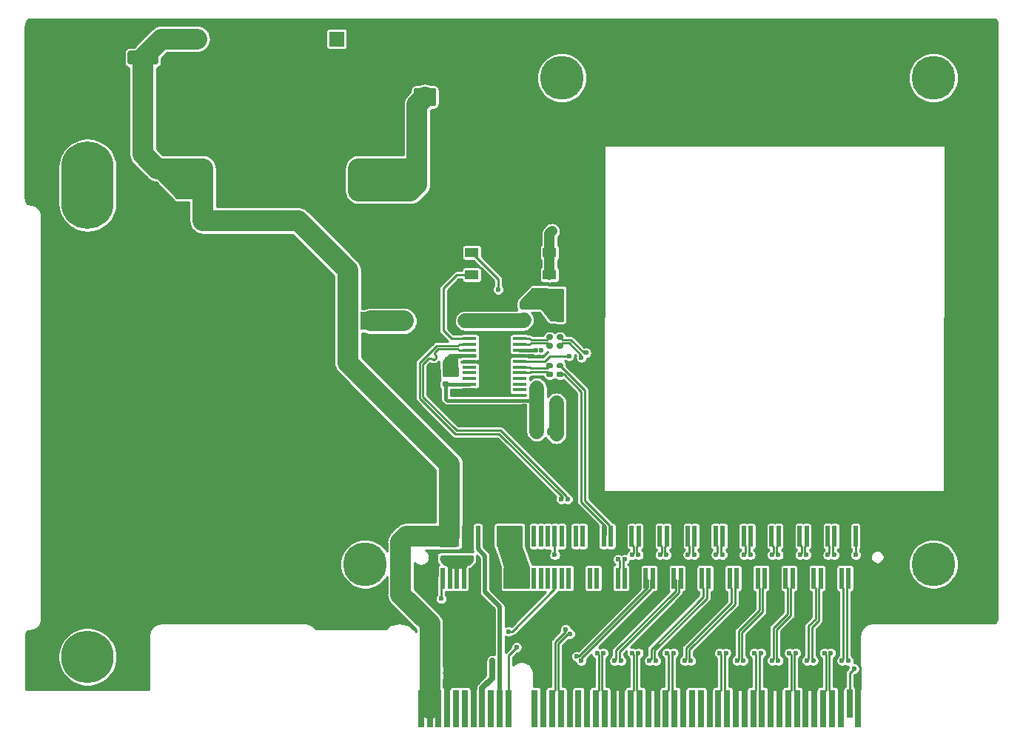
<source format=gtl>
%TF.GenerationSoftware,KiCad,Pcbnew,(5.1.9)-1*%
%TF.CreationDate,2021-05-23T18:13:41+08:00*%
%TF.ProjectId,V1,56312e6b-6963-4616-945f-706362585858,rev?*%
%TF.SameCoordinates,Original*%
%TF.FileFunction,Copper,L1,Top*%
%TF.FilePolarity,Positive*%
%FSLAX46Y46*%
G04 Gerber Fmt 4.6, Leading zero omitted, Abs format (unit mm)*
G04 Created by KiCad (PCBNEW (5.1.9)-1) date 2021-05-23 18:13:41*
%MOMM*%
%LPD*%
G01*
G04 APERTURE LIST*
%TA.AperFunction,SMDPad,CuDef*%
%ADD10R,1.570000X0.410000*%
%TD*%
%TA.AperFunction,SMDPad,CuDef*%
%ADD11R,1.500000X1.100000*%
%TD*%
%TA.AperFunction,ConnectorPad*%
%ADD12R,0.700000X4.300000*%
%TD*%
%TA.AperFunction,ConnectorPad*%
%ADD13R,0.700000X3.200000*%
%TD*%
%TA.AperFunction,ComponentPad*%
%ADD14O,6.000000X10.000000*%
%TD*%
%TA.AperFunction,ComponentPad*%
%ADD15C,6.000000*%
%TD*%
%TA.AperFunction,SMDPad,CuDef*%
%ADD16R,0.500000X2.400000*%
%TD*%
%TA.AperFunction,ComponentPad*%
%ADD17C,5.000000*%
%TD*%
%TA.AperFunction,ComponentPad*%
%ADD18R,1.700000X1.700000*%
%TD*%
%TA.AperFunction,ComponentPad*%
%ADD19O,1.700000X1.700000*%
%TD*%
%TA.AperFunction,SMDPad,CuDef*%
%ADD20R,2.400000X2.000000*%
%TD*%
%TA.AperFunction,ComponentPad*%
%ADD21C,1.700000*%
%TD*%
%TA.AperFunction,ConnectorPad*%
%ADD22O,4.240000X1.700000*%
%TD*%
%TA.AperFunction,ViaPad*%
%ADD23C,0.600000*%
%TD*%
%TA.AperFunction,ViaPad*%
%ADD24C,0.800000*%
%TD*%
%TA.AperFunction,Conductor*%
%ADD25C,2.400000*%
%TD*%
%TA.AperFunction,Conductor*%
%ADD26C,0.500000*%
%TD*%
%TA.AperFunction,Conductor*%
%ADD27C,0.700000*%
%TD*%
%TA.AperFunction,Conductor*%
%ADD28C,1.700000*%
%TD*%
%TA.AperFunction,Conductor*%
%ADD29C,0.250000*%
%TD*%
%TA.AperFunction,Conductor*%
%ADD30C,0.254000*%
%TD*%
%TA.AperFunction,Conductor*%
%ADD31C,0.381000*%
%TD*%
%TA.AperFunction,Conductor*%
%ADD32C,1.200000*%
%TD*%
%TA.AperFunction,Conductor*%
%ADD33C,0.100000*%
%TD*%
G04 APERTURE END LIST*
%TA.AperFunction,SMDPad,CuDef*%
G36*
G01*
X149975000Y-76212500D02*
X149975000Y-75737500D01*
G75*
G02*
X150212500Y-75500000I237500J0D01*
G01*
X150712500Y-75500000D01*
G75*
G02*
X150950000Y-75737500I0J-237500D01*
G01*
X150950000Y-76212500D01*
G75*
G02*
X150712500Y-76450000I-237500J0D01*
G01*
X150212500Y-76450000D01*
G75*
G02*
X149975000Y-76212500I0J237500D01*
G01*
G37*
%TD.AperFunction*%
%TA.AperFunction,SMDPad,CuDef*%
G36*
G01*
X148150000Y-76212500D02*
X148150000Y-75737500D01*
G75*
G02*
X148387500Y-75500000I237500J0D01*
G01*
X148887500Y-75500000D01*
G75*
G02*
X149125000Y-75737500I0J-237500D01*
G01*
X149125000Y-76212500D01*
G75*
G02*
X148887500Y-76450000I-237500J0D01*
G01*
X148387500Y-76450000D01*
G75*
G02*
X148150000Y-76212500I0J237500D01*
G01*
G37*
%TD.AperFunction*%
D10*
X139180000Y-88275000D03*
X139180000Y-88925000D03*
X139180000Y-89575000D03*
X139180000Y-90225000D03*
X139180000Y-90875000D03*
X139180000Y-91525000D03*
X139180000Y-92175000D03*
X139180000Y-92825000D03*
X139180000Y-93475000D03*
X139180000Y-94125000D03*
X144920000Y-94125000D03*
X144920000Y-93475000D03*
X144920000Y-92825000D03*
X144920000Y-92175000D03*
X144920000Y-91525000D03*
X144920000Y-90875000D03*
X144920000Y-90225000D03*
X144920000Y-89575000D03*
X144920000Y-88925000D03*
X144920000Y-88275000D03*
D11*
X139450000Y-80970000D03*
X148350000Y-80970000D03*
X139450000Y-78430000D03*
X148350000Y-78430000D03*
%TA.AperFunction,SMDPad,CuDef*%
G36*
G01*
X148710000Y-92190000D02*
X148710000Y-92510000D01*
G75*
G02*
X148550000Y-92670000I-160000J0D01*
G01*
X148155000Y-92670000D01*
G75*
G02*
X147995000Y-92510000I0J160000D01*
G01*
X147995000Y-92190000D01*
G75*
G02*
X148155000Y-92030000I160000J0D01*
G01*
X148550000Y-92030000D01*
G75*
G02*
X148710000Y-92190000I0J-160000D01*
G01*
G37*
%TD.AperFunction*%
%TA.AperFunction,SMDPad,CuDef*%
G36*
G01*
X149905000Y-92190000D02*
X149905000Y-92510000D01*
G75*
G02*
X149745000Y-92670000I-160000J0D01*
G01*
X149350000Y-92670000D01*
G75*
G02*
X149190000Y-92510000I0J160000D01*
G01*
X149190000Y-92190000D01*
G75*
G02*
X149350000Y-92030000I160000J0D01*
G01*
X149745000Y-92030000D01*
G75*
G02*
X149905000Y-92190000I0J-160000D01*
G01*
G37*
%TD.AperFunction*%
%TA.AperFunction,SMDPad,CuDef*%
G36*
G01*
X148710000Y-91190000D02*
X148710000Y-91510000D01*
G75*
G02*
X148550000Y-91670000I-160000J0D01*
G01*
X148155000Y-91670000D01*
G75*
G02*
X147995000Y-91510000I0J160000D01*
G01*
X147995000Y-91190000D01*
G75*
G02*
X148155000Y-91030000I160000J0D01*
G01*
X148550000Y-91030000D01*
G75*
G02*
X148710000Y-91190000I0J-160000D01*
G01*
G37*
%TD.AperFunction*%
%TA.AperFunction,SMDPad,CuDef*%
G36*
G01*
X149905000Y-91190000D02*
X149905000Y-91510000D01*
G75*
G02*
X149745000Y-91670000I-160000J0D01*
G01*
X149350000Y-91670000D01*
G75*
G02*
X149190000Y-91510000I0J160000D01*
G01*
X149190000Y-91190000D01*
G75*
G02*
X149350000Y-91030000I160000J0D01*
G01*
X149745000Y-91030000D01*
G75*
G02*
X149905000Y-91190000I0J-160000D01*
G01*
G37*
%TD.AperFunction*%
%TA.AperFunction,SMDPad,CuDef*%
G36*
G01*
X148710000Y-88940000D02*
X148710000Y-89260000D01*
G75*
G02*
X148550000Y-89420000I-160000J0D01*
G01*
X148155000Y-89420000D01*
G75*
G02*
X147995000Y-89260000I0J160000D01*
G01*
X147995000Y-88940000D01*
G75*
G02*
X148155000Y-88780000I160000J0D01*
G01*
X148550000Y-88780000D01*
G75*
G02*
X148710000Y-88940000I0J-160000D01*
G01*
G37*
%TD.AperFunction*%
%TA.AperFunction,SMDPad,CuDef*%
G36*
G01*
X149905000Y-88940000D02*
X149905000Y-89260000D01*
G75*
G02*
X149745000Y-89420000I-160000J0D01*
G01*
X149350000Y-89420000D01*
G75*
G02*
X149190000Y-89260000I0J160000D01*
G01*
X149190000Y-88940000D01*
G75*
G02*
X149350000Y-88780000I160000J0D01*
G01*
X149745000Y-88780000D01*
G75*
G02*
X149905000Y-88940000I0J-160000D01*
G01*
G37*
%TD.AperFunction*%
%TA.AperFunction,SMDPad,CuDef*%
G36*
G01*
X148710000Y-87940000D02*
X148710000Y-88260000D01*
G75*
G02*
X148550000Y-88420000I-160000J0D01*
G01*
X148155000Y-88420000D01*
G75*
G02*
X147995000Y-88260000I0J160000D01*
G01*
X147995000Y-87940000D01*
G75*
G02*
X148155000Y-87780000I160000J0D01*
G01*
X148550000Y-87780000D01*
G75*
G02*
X148710000Y-87940000I0J-160000D01*
G01*
G37*
%TD.AperFunction*%
%TA.AperFunction,SMDPad,CuDef*%
G36*
G01*
X149905000Y-87940000D02*
X149905000Y-88260000D01*
G75*
G02*
X149745000Y-88420000I-160000J0D01*
G01*
X149350000Y-88420000D01*
G75*
G02*
X149190000Y-88260000I0J160000D01*
G01*
X149190000Y-87940000D01*
G75*
G02*
X149350000Y-87780000I160000J0D01*
G01*
X149745000Y-87780000D01*
G75*
G02*
X149905000Y-87940000I0J-160000D01*
G01*
G37*
%TD.AperFunction*%
%TA.AperFunction,SMDPad,CuDef*%
G36*
G01*
X148100000Y-99137500D02*
X148100000Y-98662500D01*
G75*
G02*
X148337500Y-98425000I237500J0D01*
G01*
X148912500Y-98425000D01*
G75*
G02*
X149150000Y-98662500I0J-237500D01*
G01*
X149150000Y-99137500D01*
G75*
G02*
X148912500Y-99375000I-237500J0D01*
G01*
X148337500Y-99375000D01*
G75*
G02*
X148100000Y-99137500I0J237500D01*
G01*
G37*
%TD.AperFunction*%
%TA.AperFunction,SMDPad,CuDef*%
G36*
G01*
X146350000Y-99137500D02*
X146350000Y-98662500D01*
G75*
G02*
X146587500Y-98425000I237500J0D01*
G01*
X147162500Y-98425000D01*
G75*
G02*
X147400000Y-98662500I0J-237500D01*
G01*
X147400000Y-99137500D01*
G75*
G02*
X147162500Y-99375000I-237500J0D01*
G01*
X146587500Y-99375000D01*
G75*
G02*
X146350000Y-99137500I0J237500D01*
G01*
G37*
%TD.AperFunction*%
%TA.AperFunction,SMDPad,CuDef*%
G36*
G01*
X145637500Y-84925000D02*
X145162500Y-84925000D01*
G75*
G02*
X144925000Y-84687500I0J237500D01*
G01*
X144925000Y-84112500D01*
G75*
G02*
X145162500Y-83875000I237500J0D01*
G01*
X145637500Y-83875000D01*
G75*
G02*
X145875000Y-84112500I0J-237500D01*
G01*
X145875000Y-84687500D01*
G75*
G02*
X145637500Y-84925000I-237500J0D01*
G01*
G37*
%TD.AperFunction*%
%TA.AperFunction,SMDPad,CuDef*%
G36*
G01*
X145637500Y-86675000D02*
X145162500Y-86675000D01*
G75*
G02*
X144925000Y-86437500I0J237500D01*
G01*
X144925000Y-85862500D01*
G75*
G02*
X145162500Y-85625000I237500J0D01*
G01*
X145637500Y-85625000D01*
G75*
G02*
X145875000Y-85862500I0J-237500D01*
G01*
X145875000Y-86437500D01*
G75*
G02*
X145637500Y-86675000I-237500J0D01*
G01*
G37*
%TD.AperFunction*%
D12*
X147650000Y-130550000D03*
X146650000Y-130550000D03*
X152650000Y-130550000D03*
X151650000Y-130550000D03*
X150650000Y-130550000D03*
X149650000Y-130550000D03*
X148650000Y-130550000D03*
X143650000Y-130550000D03*
X142650000Y-130550000D03*
X141650000Y-130550000D03*
X140650000Y-130550000D03*
X139650000Y-130550000D03*
X138650000Y-130550000D03*
X137650000Y-130550000D03*
X136650000Y-130550000D03*
X135650000Y-130550000D03*
X134650000Y-130550000D03*
X133650000Y-130550000D03*
X153650000Y-130550000D03*
X154650000Y-130550000D03*
X155650000Y-130550000D03*
X156650000Y-130550000D03*
X157650000Y-130550000D03*
X158650000Y-130550000D03*
X159650000Y-130550000D03*
X160650000Y-130550000D03*
X161650000Y-130550000D03*
X162650000Y-130550000D03*
X163650000Y-130550000D03*
X164650000Y-130550000D03*
X165650000Y-130550000D03*
X166650000Y-130550000D03*
X167650000Y-130550000D03*
X168650000Y-130550000D03*
X169650000Y-130550000D03*
X170650000Y-130550000D03*
X171650000Y-130550000D03*
X172650000Y-130550000D03*
X173650000Y-130550000D03*
X174650000Y-130550000D03*
X175650000Y-130550000D03*
X176650000Y-130550000D03*
X177650000Y-130550000D03*
X178650000Y-130550000D03*
X179650000Y-130550000D03*
X180650000Y-130550000D03*
X181650000Y-130550000D03*
D13*
X182650000Y-130000000D03*
D12*
X183650000Y-130550000D03*
%TA.AperFunction,SMDPad,CuDef*%
G36*
G01*
X145625000Y-97137500D02*
X145625000Y-97612500D01*
G75*
G02*
X145387500Y-97850000I-237500J0D01*
G01*
X144787500Y-97850000D01*
G75*
G02*
X144550000Y-97612500I0J237500D01*
G01*
X144550000Y-97137500D01*
G75*
G02*
X144787500Y-96900000I237500J0D01*
G01*
X145387500Y-96900000D01*
G75*
G02*
X145625000Y-97137500I0J-237500D01*
G01*
G37*
%TD.AperFunction*%
%TA.AperFunction,SMDPad,CuDef*%
G36*
G01*
X147350000Y-97137500D02*
X147350000Y-97612500D01*
G75*
G02*
X147112500Y-97850000I-237500J0D01*
G01*
X146512500Y-97850000D01*
G75*
G02*
X146275000Y-97612500I0J237500D01*
G01*
X146275000Y-97137500D01*
G75*
G02*
X146512500Y-96900000I237500J0D01*
G01*
X147112500Y-96900000D01*
G75*
G02*
X147350000Y-97137500I0J-237500D01*
G01*
G37*
%TD.AperFunction*%
%TA.AperFunction,SMDPad,CuDef*%
G36*
G01*
X135700000Y-93320000D02*
X135700000Y-93630000D01*
G75*
G02*
X135545000Y-93785000I-155000J0D01*
G01*
X135120000Y-93785000D01*
G75*
G02*
X134965000Y-93630000I0J155000D01*
G01*
X134965000Y-93320000D01*
G75*
G02*
X135120000Y-93165000I155000J0D01*
G01*
X135545000Y-93165000D01*
G75*
G02*
X135700000Y-93320000I0J-155000D01*
G01*
G37*
%TD.AperFunction*%
%TA.AperFunction,SMDPad,CuDef*%
G36*
G01*
X136835000Y-93320000D02*
X136835000Y-93630000D01*
G75*
G02*
X136680000Y-93785000I-155000J0D01*
G01*
X136255000Y-93785000D01*
G75*
G02*
X136100000Y-93630000I0J155000D01*
G01*
X136100000Y-93320000D01*
G75*
G02*
X136255000Y-93165000I155000J0D01*
G01*
X136680000Y-93165000D01*
G75*
G02*
X136835000Y-93320000I0J-155000D01*
G01*
G37*
%TD.AperFunction*%
%TA.AperFunction,SMDPad,CuDef*%
G36*
G01*
X145800000Y-95870000D02*
X145800000Y-96180000D01*
G75*
G02*
X145645000Y-96335000I-155000J0D01*
G01*
X145220000Y-96335000D01*
G75*
G02*
X145065000Y-96180000I0J155000D01*
G01*
X145065000Y-95870000D01*
G75*
G02*
X145220000Y-95715000I155000J0D01*
G01*
X145645000Y-95715000D01*
G75*
G02*
X145800000Y-95870000I0J-155000D01*
G01*
G37*
%TD.AperFunction*%
%TA.AperFunction,SMDPad,CuDef*%
G36*
G01*
X146935000Y-95870000D02*
X146935000Y-96180000D01*
G75*
G02*
X146780000Y-96335000I-155000J0D01*
G01*
X146355000Y-96335000D01*
G75*
G02*
X146200000Y-96180000I0J155000D01*
G01*
X146200000Y-95870000D01*
G75*
G02*
X146355000Y-95715000I155000J0D01*
G01*
X146780000Y-95715000D01*
G75*
G02*
X146935000Y-95870000I0J-155000D01*
G01*
G37*
%TD.AperFunction*%
%TA.AperFunction,SMDPad,CuDef*%
G36*
G01*
X144112500Y-84925000D02*
X143637500Y-84925000D01*
G75*
G02*
X143400000Y-84687500I0J237500D01*
G01*
X143400000Y-84087500D01*
G75*
G02*
X143637500Y-83850000I237500J0D01*
G01*
X144112500Y-83850000D01*
G75*
G02*
X144350000Y-84087500I0J-237500D01*
G01*
X144350000Y-84687500D01*
G75*
G02*
X144112500Y-84925000I-237500J0D01*
G01*
G37*
%TD.AperFunction*%
%TA.AperFunction,SMDPad,CuDef*%
G36*
G01*
X144112500Y-86650000D02*
X143637500Y-86650000D01*
G75*
G02*
X143400000Y-86412500I0J237500D01*
G01*
X143400000Y-85812500D01*
G75*
G02*
X143637500Y-85575000I237500J0D01*
G01*
X144112500Y-85575000D01*
G75*
G02*
X144350000Y-85812500I0J-237500D01*
G01*
X144350000Y-86412500D01*
G75*
G02*
X144112500Y-86650000I-237500J0D01*
G01*
G37*
%TD.AperFunction*%
%TA.AperFunction,SMDPad,CuDef*%
G36*
G01*
X141530000Y-85175000D02*
X141220000Y-85175000D01*
G75*
G02*
X141065000Y-85020000I0J155000D01*
G01*
X141065000Y-84595000D01*
G75*
G02*
X141220000Y-84440000I155000J0D01*
G01*
X141530000Y-84440000D01*
G75*
G02*
X141685000Y-84595000I0J-155000D01*
G01*
X141685000Y-85020000D01*
G75*
G02*
X141530000Y-85175000I-155000J0D01*
G01*
G37*
%TD.AperFunction*%
%TA.AperFunction,SMDPad,CuDef*%
G36*
G01*
X141530000Y-86310000D02*
X141220000Y-86310000D01*
G75*
G02*
X141065000Y-86155000I0J155000D01*
G01*
X141065000Y-85730000D01*
G75*
G02*
X141220000Y-85575000I155000J0D01*
G01*
X141530000Y-85575000D01*
G75*
G02*
X141685000Y-85730000I0J-155000D01*
G01*
X141685000Y-86155000D01*
G75*
G02*
X141530000Y-86310000I-155000J0D01*
G01*
G37*
%TD.AperFunction*%
%TA.AperFunction,SMDPad,CuDef*%
G36*
G01*
X142580000Y-85175000D02*
X142270000Y-85175000D01*
G75*
G02*
X142115000Y-85020000I0J155000D01*
G01*
X142115000Y-84595000D01*
G75*
G02*
X142270000Y-84440000I155000J0D01*
G01*
X142580000Y-84440000D01*
G75*
G02*
X142735000Y-84595000I0J-155000D01*
G01*
X142735000Y-85020000D01*
G75*
G02*
X142580000Y-85175000I-155000J0D01*
G01*
G37*
%TD.AperFunction*%
%TA.AperFunction,SMDPad,CuDef*%
G36*
G01*
X142580000Y-86310000D02*
X142270000Y-86310000D01*
G75*
G02*
X142115000Y-86155000I0J155000D01*
G01*
X142115000Y-85730000D01*
G75*
G02*
X142270000Y-85575000I155000J0D01*
G01*
X142580000Y-85575000D01*
G75*
G02*
X142735000Y-85730000I0J-155000D01*
G01*
X142735000Y-86155000D01*
G75*
G02*
X142580000Y-86310000I-155000J0D01*
G01*
G37*
%TD.AperFunction*%
D14*
X95500000Y-70739000D03*
D15*
X95500000Y-124650001D03*
D16*
X183350000Y-110850000D03*
X182550000Y-110850000D03*
X181750000Y-110850000D03*
X180950000Y-110850000D03*
X180150000Y-110850000D03*
X179350000Y-110850000D03*
X178550000Y-110850000D03*
X177750000Y-110850000D03*
X176950000Y-110850000D03*
X176150000Y-110850000D03*
X175350000Y-110850000D03*
X174550000Y-110850000D03*
X173750000Y-110850000D03*
X172950000Y-110850000D03*
X172150000Y-110850000D03*
X171350000Y-110850000D03*
X170550000Y-110850000D03*
X169750000Y-110850000D03*
X168950000Y-110850000D03*
X168150000Y-110850000D03*
X167350000Y-110850000D03*
X166550000Y-110850000D03*
X165750000Y-110850000D03*
X164950000Y-110850000D03*
X164150000Y-110850000D03*
X163350000Y-110850000D03*
X162550000Y-110850000D03*
X161750000Y-110850000D03*
X160950000Y-110850000D03*
X160150000Y-110850000D03*
X159350000Y-110850000D03*
X158550000Y-110850000D03*
X157750000Y-110850000D03*
X156950000Y-110850000D03*
X156150000Y-110850000D03*
X155350000Y-110850000D03*
X154550000Y-110850000D03*
X153750000Y-110850000D03*
X152950000Y-110850000D03*
X152150000Y-110850000D03*
X151350000Y-110850000D03*
X150550000Y-110850000D03*
X149750000Y-110850000D03*
X148950000Y-110850000D03*
X148150000Y-110850000D03*
X147350000Y-110850000D03*
X146550000Y-110850000D03*
X145750000Y-110850000D03*
X144950000Y-110850000D03*
X144150000Y-110850000D03*
X143350000Y-110850000D03*
X142550000Y-110850000D03*
X141750000Y-110850000D03*
X140950000Y-110850000D03*
X140150000Y-110850000D03*
X139350000Y-110850000D03*
X138550000Y-110850000D03*
X137750000Y-110850000D03*
X136950000Y-110850000D03*
X136150000Y-110850000D03*
X183350000Y-115650000D03*
X182550000Y-115650000D03*
X181750000Y-115650000D03*
X180950000Y-115650000D03*
X180150000Y-115650000D03*
X179350000Y-115650000D03*
X178550000Y-115650000D03*
X177750000Y-115650000D03*
X176950000Y-115650000D03*
X176150000Y-115650000D03*
X175350000Y-115650000D03*
X174550000Y-115650000D03*
X173750000Y-115650000D03*
X172950000Y-115650000D03*
X172150000Y-115650000D03*
X171350000Y-115650000D03*
X170550000Y-115650000D03*
X169750000Y-115650000D03*
X168950000Y-115650000D03*
X168150000Y-115650000D03*
X167350000Y-115650000D03*
X166550000Y-115650000D03*
X165750000Y-115650000D03*
X164950000Y-115650000D03*
X164150000Y-115650000D03*
X163350000Y-115650000D03*
X162550000Y-115650000D03*
X161750000Y-115650000D03*
X160950000Y-115650000D03*
X160150000Y-115650000D03*
X159350000Y-115650000D03*
X158550000Y-115650000D03*
X157750000Y-115650000D03*
X156950000Y-115650000D03*
X156150000Y-115650000D03*
X155350000Y-115650000D03*
X154550000Y-115650000D03*
X153750000Y-115650000D03*
X152950000Y-115650000D03*
X152150000Y-115650000D03*
X151350000Y-115650000D03*
X150550000Y-115650000D03*
X149750000Y-115650000D03*
X148950000Y-115650000D03*
X148150000Y-115650000D03*
X147350000Y-115650000D03*
X146550000Y-115650000D03*
X145750000Y-115650000D03*
X144950000Y-115650000D03*
X144150000Y-115650000D03*
X143350000Y-115650000D03*
X142550000Y-115650000D03*
X141750000Y-115650000D03*
X140950000Y-115650000D03*
X140150000Y-115650000D03*
X139350000Y-115650000D03*
X138550000Y-115650000D03*
X137750000Y-115650000D03*
X136950000Y-115650000D03*
D17*
X192250000Y-114050000D03*
X192250000Y-58450000D03*
X149750000Y-58450000D03*
D16*
X136150000Y-115650000D03*
D17*
X127250000Y-114050000D03*
D18*
X124000000Y-54000000D03*
D19*
X126540000Y-54000000D03*
D18*
X108000000Y-54000000D03*
D19*
X110540000Y-54000000D03*
D20*
X127925000Y-86250000D03*
X125275000Y-86250000D03*
D21*
X126468000Y-71374000D03*
D22*
X127738000Y-71374000D03*
X127738000Y-68834000D03*
D21*
X126468000Y-68834000D03*
D22*
X127738000Y-61214000D03*
D21*
X126468000Y-58674000D03*
X126468000Y-61214000D03*
D22*
X127738000Y-58674000D03*
X107418000Y-61214000D03*
D21*
X108688000Y-61214000D03*
D22*
X107418000Y-58674000D03*
D21*
X108688000Y-58674000D03*
D22*
X107418000Y-71374000D03*
D21*
X108688000Y-71374000D03*
D22*
X107418000Y-68834000D03*
D21*
X108688000Y-68834000D03*
%TA.AperFunction,SMDPad,CuDef*%
G36*
G01*
X132574000Y-67046000D02*
X132574000Y-65796000D01*
G75*
G02*
X132824000Y-65546000I250000J0D01*
G01*
X133574000Y-65546000D01*
G75*
G02*
X133824000Y-65796000I0J-250000D01*
G01*
X133824000Y-67046000D01*
G75*
G02*
X133574000Y-67296000I-250000J0D01*
G01*
X132824000Y-67296000D01*
G75*
G02*
X132574000Y-67046000I0J250000D01*
G01*
G37*
%TD.AperFunction*%
%TA.AperFunction,SMDPad,CuDef*%
G36*
G01*
X135374000Y-67046000D02*
X135374000Y-65796000D01*
G75*
G02*
X135624000Y-65546000I250000J0D01*
G01*
X136374000Y-65546000D01*
G75*
G02*
X136624000Y-65796000I0J-250000D01*
G01*
X136624000Y-67046000D01*
G75*
G02*
X136374000Y-67296000I-250000J0D01*
G01*
X135624000Y-67296000D01*
G75*
G02*
X135374000Y-67046000I0J250000D01*
G01*
G37*
%TD.AperFunction*%
%TA.AperFunction,SMDPad,CuDef*%
G36*
G01*
X132574000Y-71237000D02*
X132574000Y-69987000D01*
G75*
G02*
X132824000Y-69737000I250000J0D01*
G01*
X133574000Y-69737000D01*
G75*
G02*
X133824000Y-69987000I0J-250000D01*
G01*
X133824000Y-71237000D01*
G75*
G02*
X133574000Y-71487000I-250000J0D01*
G01*
X132824000Y-71487000D01*
G75*
G02*
X132574000Y-71237000I0J250000D01*
G01*
G37*
%TD.AperFunction*%
%TA.AperFunction,SMDPad,CuDef*%
G36*
G01*
X135374000Y-71237000D02*
X135374000Y-69987000D01*
G75*
G02*
X135624000Y-69737000I250000J0D01*
G01*
X136374000Y-69737000D01*
G75*
G02*
X136624000Y-69987000I0J-250000D01*
G01*
X136624000Y-71237000D01*
G75*
G02*
X136374000Y-71487000I-250000J0D01*
G01*
X135624000Y-71487000D01*
G75*
G02*
X135374000Y-71237000I0J250000D01*
G01*
G37*
%TD.AperFunction*%
%TA.AperFunction,SMDPad,CuDef*%
G36*
G01*
X135113000Y-61681000D02*
X133063000Y-61681000D01*
G75*
G02*
X132813000Y-61431000I0J250000D01*
G01*
X132813000Y-59856000D01*
G75*
G02*
X133063000Y-59606000I250000J0D01*
G01*
X135113000Y-59606000D01*
G75*
G02*
X135363000Y-59856000I0J-250000D01*
G01*
X135363000Y-61431000D01*
G75*
G02*
X135113000Y-61681000I-250000J0D01*
G01*
G37*
%TD.AperFunction*%
%TA.AperFunction,SMDPad,CuDef*%
G36*
G01*
X135113000Y-55456000D02*
X133063000Y-55456000D01*
G75*
G02*
X132813000Y-55206000I0J250000D01*
G01*
X132813000Y-53631000D01*
G75*
G02*
X133063000Y-53381000I250000J0D01*
G01*
X135113000Y-53381000D01*
G75*
G02*
X135363000Y-53631000I0J-250000D01*
G01*
X135363000Y-55206000D01*
G75*
G02*
X135113000Y-55456000I-250000J0D01*
G01*
G37*
%TD.AperFunction*%
%TA.AperFunction,SMDPad,CuDef*%
G36*
G01*
X97986000Y-55584000D02*
X97986000Y-56684000D01*
G75*
G02*
X97736000Y-56934000I-250000J0D01*
G01*
X94736000Y-56934000D01*
G75*
G02*
X94486000Y-56684000I0J250000D01*
G01*
X94486000Y-55584000D01*
G75*
G02*
X94736000Y-55334000I250000J0D01*
G01*
X97736000Y-55334000D01*
G75*
G02*
X97986000Y-55584000I0J-250000D01*
G01*
G37*
%TD.AperFunction*%
%TA.AperFunction,SMDPad,CuDef*%
G36*
G01*
X103586000Y-55584000D02*
X103586000Y-56684000D01*
G75*
G02*
X103336000Y-56934000I-250000J0D01*
G01*
X100336000Y-56934000D01*
G75*
G02*
X100086000Y-56684000I0J250000D01*
G01*
X100086000Y-55584000D01*
G75*
G02*
X100336000Y-55334000I250000J0D01*
G01*
X103336000Y-55334000D01*
G75*
G02*
X103586000Y-55584000I0J-250000D01*
G01*
G37*
%TD.AperFunction*%
D23*
X134650000Y-126081000D03*
X134650000Y-126843000D03*
X135650000Y-126859000D03*
X135650000Y-126097000D03*
X156704000Y-107544000D03*
X172550000Y-113000000D03*
X175750000Y-113025000D03*
X178950000Y-113000000D03*
X182150000Y-113025000D03*
X145022000Y-76429000D03*
X142450000Y-76450000D03*
X181150000Y-126600000D03*
X177150000Y-126600000D03*
X179150000Y-126600000D03*
X173150000Y-126600000D03*
X175150000Y-126600000D03*
X171150000Y-126600000D03*
X169150000Y-126600000D03*
X157150000Y-126600000D03*
X155150000Y-126600000D03*
X152650000Y-126600000D03*
X150150000Y-126600000D03*
X159150000Y-126600000D03*
X147150000Y-126600000D03*
X147150000Y-121500000D03*
X161150000Y-126600000D03*
X163150000Y-126600000D03*
X169350000Y-112950000D03*
X166497000Y-126619000D03*
X137795000Y-126111000D03*
X138938000Y-126111000D03*
X165100000Y-126619000D03*
X166150000Y-112975000D03*
X162950000Y-113000000D03*
X159750000Y-113000000D03*
X152273000Y-113030000D03*
X156464000Y-117983000D03*
X152019000Y-117856000D03*
X151130000Y-123190000D03*
X112498000Y-60960000D03*
X142367000Y-66294000D03*
X144907000Y-66294000D03*
X147447000Y-66294000D03*
X149987000Y-66294000D03*
X142367000Y-68834000D03*
X144907000Y-68834000D03*
X147447000Y-68834000D03*
X149987000Y-68834000D03*
X115038000Y-60960000D03*
X117578000Y-60960000D03*
X112498000Y-63500000D03*
X115038000Y-63500000D03*
X117578000Y-63500000D03*
X112498000Y-66040000D03*
X115038000Y-66040000D03*
X117578000Y-66040000D03*
X112498000Y-68580000D03*
X115038000Y-68580000D03*
X117578000Y-68580000D03*
X112498000Y-71120000D03*
X115038000Y-71120000D03*
X117578000Y-71120000D03*
X143764000Y-107569000D03*
X146304000Y-107569000D03*
X148844000Y-107569000D03*
X151384000Y-107569000D03*
X159004000Y-107569000D03*
X161544000Y-107569000D03*
X164084000Y-107569000D03*
X166624000Y-107569000D03*
X169164000Y-107569000D03*
X171704000Y-107569000D03*
X174244000Y-107569000D03*
X176784000Y-107569000D03*
X179324000Y-107569000D03*
X181864000Y-107569000D03*
X184404000Y-107569000D03*
X186944000Y-107569000D03*
X189484000Y-107569000D03*
X192024000Y-107569000D03*
X96901000Y-109855000D03*
X99441000Y-109855000D03*
X101981000Y-109855000D03*
X104521000Y-109855000D03*
X107061000Y-109855000D03*
X109601000Y-109855000D03*
X112141000Y-109855000D03*
X114681000Y-109855000D03*
X117221000Y-109855000D03*
X119761000Y-109855000D03*
X96901000Y-112395000D03*
X99441000Y-112395000D03*
X101981000Y-112395000D03*
X104521000Y-112395000D03*
X107061000Y-112395000D03*
X109601000Y-112395000D03*
X112141000Y-112395000D03*
X114681000Y-112395000D03*
X117221000Y-112395000D03*
X119761000Y-112395000D03*
X96901000Y-114935000D03*
X99441000Y-114935000D03*
X101981000Y-114935000D03*
X104521000Y-114935000D03*
X107061000Y-114935000D03*
X109601000Y-114935000D03*
X112141000Y-114935000D03*
X114681000Y-114935000D03*
X117221000Y-114935000D03*
X119761000Y-114935000D03*
X94718000Y-61722000D03*
X97258000Y-61722000D03*
X99798000Y-61722000D03*
X94718000Y-64262000D03*
X97258000Y-64262000D03*
X99798000Y-64262000D03*
X144907000Y-73914000D03*
X147447000Y-71374000D03*
X149987000Y-73914000D03*
X147447000Y-73914000D03*
X142367000Y-73914000D03*
X142367000Y-71374000D03*
X144907000Y-71374000D03*
X149987000Y-71374000D03*
X183650000Y-126975000D03*
X149492000Y-96979000D03*
X149475000Y-95475000D03*
X148792000Y-96954000D03*
X149475000Y-96200000D03*
X148775000Y-95475000D03*
X148775000Y-96204000D03*
X149517000Y-85779000D03*
X148817000Y-85754000D03*
X149500000Y-85000000D03*
X148800000Y-85004000D03*
X149500000Y-84275000D03*
X148800000Y-84275000D03*
X142975000Y-112700000D03*
X143775000Y-112700000D03*
X144575000Y-112700000D03*
X143775000Y-113800000D03*
X144575000Y-113800000D03*
X145375000Y-113800000D03*
X141800000Y-127100000D03*
X141800000Y-126100000D03*
X141800000Y-125100000D03*
X144570152Y-123570152D03*
X148950000Y-113000000D03*
X143650000Y-121750000D03*
X150413500Y-106625000D03*
X149686500Y-106625000D03*
X162513500Y-124200000D03*
X168113500Y-112950000D03*
X161786500Y-124200000D03*
X167386500Y-112950000D03*
X164913500Y-112950000D03*
X158513500Y-124200000D03*
X164186500Y-112950000D03*
X157786500Y-124200000D03*
X154513500Y-124200000D03*
X161713500Y-112997901D03*
X153786500Y-124200000D03*
X160986500Y-112997901D03*
X157786500Y-112998622D03*
X150192966Y-121492966D03*
X158513500Y-112998622D03*
X150707034Y-122007034D03*
X164513500Y-125100000D03*
X163786500Y-125100000D03*
X160513500Y-125100000D03*
X159786500Y-125100000D03*
X156513500Y-125100000D03*
X155786500Y-125100000D03*
X151442966Y-124592966D03*
X151957034Y-125107034D03*
X183350000Y-113000000D03*
X183175000Y-126000000D03*
X135950000Y-118000000D03*
X130884000Y-86899000D03*
X130884000Y-85629000D03*
X132154000Y-85629000D03*
X132154000Y-86899000D03*
D24*
X136225000Y-113500000D03*
X137225000Y-113500000D03*
X139225000Y-113500000D03*
D23*
X130659000Y-68834000D03*
X131929000Y-68834000D03*
X130659000Y-70104000D03*
X131929000Y-70104000D03*
X130659000Y-71374000D03*
X131929000Y-71374000D03*
D24*
X138225000Y-113500000D03*
D23*
X136667000Y-91379000D03*
X136667000Y-92179000D03*
X136667000Y-90629000D03*
X137417000Y-90629000D03*
X137417000Y-92179000D03*
X137417000Y-91379000D03*
X138750000Y-86550000D03*
X139479000Y-86550000D03*
X139475000Y-85850000D03*
X140229000Y-86533000D03*
X140254000Y-85833000D03*
X138750000Y-85850000D03*
X146525000Y-93750000D03*
X146525000Y-94479000D03*
X147225000Y-94475000D03*
X146542000Y-95229000D03*
X147242000Y-95254000D03*
X147225000Y-93750000D03*
X147375000Y-89575000D03*
X146750000Y-89575000D03*
X182513500Y-125095000D03*
X181786500Y-125095000D03*
X178513500Y-125095000D03*
X177786500Y-125095000D03*
X167786500Y-124200000D03*
X170586500Y-113000000D03*
X168513500Y-124200000D03*
X171313500Y-113000000D03*
X171786500Y-124206000D03*
X173786500Y-113000000D03*
X172513500Y-124206000D03*
X174513500Y-113000000D03*
X175786500Y-124206000D03*
X176986500Y-113000000D03*
X176513500Y-124206000D03*
X177713500Y-113000000D03*
X179786500Y-124200000D03*
X180186500Y-113000000D03*
X180513500Y-124200000D03*
X180913500Y-113000000D03*
X169786500Y-125095000D03*
X170513500Y-125095000D03*
X173786500Y-125095000D03*
X174513500Y-125095000D03*
X156913500Y-113505272D03*
X152507034Y-89892966D03*
X156186500Y-113505272D03*
X151992966Y-90407034D03*
X150575000Y-90250000D03*
X142475000Y-82675000D03*
D25*
X108688000Y-68834000D02*
X108688000Y-71374000D01*
X108688000Y-68834000D02*
X106142000Y-68834000D01*
X101836000Y-67189000D02*
X101836000Y-56134000D01*
X108688000Y-68834000D02*
X103481000Y-68834000D01*
X103481000Y-68834000D02*
X101836000Y-67189000D01*
X103970000Y-54000000D02*
X108000000Y-54000000D01*
X101836000Y-56134000D02*
X103970000Y-54000000D01*
X108688000Y-74779000D02*
X108688000Y-71374000D01*
X131974000Y-110850000D02*
X135950000Y-110850000D01*
X131318000Y-111506000D02*
X131974000Y-110850000D01*
X131318000Y-117518000D02*
X131318000Y-111506000D01*
X134650000Y-120850000D02*
X131318000Y-117518000D01*
X134650000Y-130550000D02*
X134650000Y-120850000D01*
X125275000Y-86250000D02*
X125275000Y-80450000D01*
X119604000Y-74779000D02*
X108688000Y-74779000D01*
X125275000Y-80450000D02*
X119604000Y-74779000D01*
X136899999Y-102624999D02*
X136899999Y-110850000D01*
X125275000Y-91000000D02*
X136899999Y-102624999D01*
X125275000Y-86250000D02*
X125275000Y-91000000D01*
D26*
X181650000Y-127100000D02*
X181150000Y-126600000D01*
X181650000Y-130550000D02*
X181650000Y-127100000D01*
X178650000Y-127100000D02*
X179150000Y-126600000D01*
X178650000Y-130550000D02*
X178650000Y-127100000D01*
X177650000Y-127100000D02*
X177150000Y-126600000D01*
X177650000Y-130550000D02*
X177650000Y-127100000D01*
X174650000Y-127100000D02*
X175150000Y-126600000D01*
X174650000Y-130550000D02*
X174650000Y-127100000D01*
X173650000Y-127100000D02*
X173150000Y-126600000D01*
X173650000Y-130550000D02*
X173650000Y-127100000D01*
X170650000Y-130550000D02*
X170650000Y-127100000D01*
X170650000Y-127100000D02*
X171150000Y-126600000D01*
X169650000Y-130550000D02*
X169650000Y-127100000D01*
X169650000Y-127100000D02*
X169150000Y-126600000D01*
X160650000Y-130550000D02*
X160650000Y-127100000D01*
X160650000Y-127100000D02*
X161150000Y-126600000D01*
X163650000Y-130550000D02*
X163650000Y-127100000D01*
X163650000Y-127100000D02*
X163150000Y-126600000D01*
X147650000Y-127100000D02*
X147150000Y-126600000D01*
X147650000Y-130550000D02*
X147650000Y-127100000D01*
X150650000Y-127100000D02*
X150150000Y-126600000D01*
X150650000Y-130550000D02*
X150650000Y-127100000D01*
X155650000Y-127100000D02*
X155150000Y-126600000D01*
X155650000Y-130550000D02*
X155650000Y-127100000D01*
X156650000Y-127100000D02*
X157150000Y-126600000D01*
X156650000Y-130550000D02*
X156650000Y-127100000D01*
X159650000Y-127100000D02*
X159150000Y-126600000D01*
X159650000Y-130550000D02*
X159650000Y-127100000D01*
X139650000Y-126823000D02*
X138938000Y-126111000D01*
X139650000Y-130550000D02*
X139650000Y-126823000D01*
X136650000Y-127256000D02*
X137795000Y-126111000D01*
X136650000Y-130550000D02*
X136650000Y-127256000D01*
X152650000Y-130550000D02*
X152650000Y-126600000D01*
X166650000Y-126772000D02*
X166497000Y-126619000D01*
X166650000Y-130550000D02*
X166650000Y-126772000D01*
X183650000Y-130550000D02*
X183650000Y-126975000D01*
D27*
X140650000Y-130550000D02*
X140650000Y-128250000D01*
X140650000Y-128250000D02*
X141800000Y-127100000D01*
X141800000Y-127100000D02*
X141800000Y-126100000D01*
X141800000Y-126100000D02*
X141800000Y-125100000D01*
D28*
X149125000Y-95600000D02*
X149125000Y-99175000D01*
D26*
X140950000Y-117225000D02*
X140950000Y-115650000D01*
X142630308Y-118905308D02*
X140950000Y-117225000D01*
X142650000Y-118905308D02*
X142630308Y-118905308D01*
X142650000Y-130550000D02*
X142650000Y-118905308D01*
X140150000Y-112310002D02*
X140150000Y-110850000D01*
X140950000Y-113110002D02*
X140150000Y-112310002D01*
X140950000Y-115650000D02*
X140950000Y-113110002D01*
D29*
X143650000Y-130550000D02*
X143650000Y-124490304D01*
X143650000Y-124490304D02*
X144570152Y-123570152D01*
D30*
X148950000Y-110850000D02*
X148950000Y-113000000D01*
X144088602Y-121750000D02*
X148950000Y-116888602D01*
X148950000Y-116888602D02*
X148950000Y-115650000D01*
X143650000Y-121750000D02*
X144088602Y-121750000D01*
X135297204Y-89747204D02*
X135603908Y-89440500D01*
X135257098Y-89797497D02*
X135297204Y-89747204D01*
X135229187Y-89855454D02*
X135257098Y-89797497D01*
X138002499Y-89575000D02*
X139180000Y-89575000D01*
X135214873Y-89918168D02*
X135229187Y-89855454D01*
X135214873Y-89982496D02*
X135214873Y-89918168D01*
X135229187Y-90045210D02*
X135214873Y-89982496D01*
X135257098Y-90103167D02*
X135229187Y-90045210D01*
X134764690Y-90509708D02*
X134822647Y-90537619D01*
X135603908Y-89440500D02*
X137867999Y-89440500D01*
X134872940Y-90577726D02*
X134923235Y-90617832D01*
X134516977Y-90537619D02*
X134574934Y-90509708D01*
X134466684Y-90577726D02*
X134516977Y-90537619D01*
X133865500Y-94921092D02*
X133865500Y-91178908D01*
X133865500Y-91178908D02*
X134466684Y-90577726D01*
X137703908Y-98759500D02*
X133865500Y-94921092D01*
X134822647Y-90537619D02*
X134872940Y-90577726D01*
X150413500Y-106625000D02*
X150240500Y-106452000D01*
X142753908Y-98759500D02*
X137703908Y-98759500D01*
X135337313Y-90203754D02*
X135257098Y-90103167D01*
X134701976Y-90495394D02*
X134764690Y-90509708D01*
X150240500Y-106246092D02*
X142753908Y-98759500D01*
X135297204Y-90559718D02*
X135337313Y-90509424D01*
X150240500Y-106452000D02*
X150240500Y-106246092D01*
X134637648Y-90495394D02*
X134701976Y-90495394D01*
X135379538Y-90388753D02*
X135379538Y-90324425D01*
X134574934Y-90509708D02*
X134637648Y-90495394D01*
X134923235Y-90617832D02*
X134981192Y-90645743D01*
X134981192Y-90645743D02*
X135043906Y-90660057D01*
X135043906Y-90660057D02*
X135108234Y-90660057D01*
X135108234Y-90660057D02*
X135170948Y-90645743D01*
X135170948Y-90645743D02*
X135228905Y-90617832D01*
X135228905Y-90617832D02*
X135279198Y-90577725D01*
X135279198Y-90577725D02*
X135297204Y-90559718D01*
X135337313Y-90509424D02*
X135365224Y-90451467D01*
X135365224Y-90451467D02*
X135379538Y-90388753D01*
X135379538Y-90324425D02*
X135365224Y-90261711D01*
X137867999Y-89440500D02*
X138002499Y-89575000D01*
X135365224Y-90261711D02*
X135337313Y-90203754D01*
X149859500Y-106452000D02*
X149859500Y-106403908D01*
X149686500Y-106625000D02*
X149859500Y-106452000D01*
X149859500Y-106403908D02*
X142596092Y-99140500D01*
X142596092Y-99140500D02*
X137546092Y-99140500D01*
X137546092Y-99140500D02*
X133484500Y-95078908D01*
X133484500Y-95078908D02*
X133484500Y-91021092D01*
X138002499Y-88925000D02*
X139180000Y-88925000D01*
X137867999Y-89059500D02*
X138002499Y-88925000D01*
X135446092Y-89059500D02*
X137867999Y-89059500D01*
X133484500Y-91021092D02*
X135446092Y-89059500D01*
X162650000Y-128750000D02*
X162340500Y-128440500D01*
X162650000Y-130550000D02*
X162650000Y-128750000D01*
X162340500Y-124373000D02*
X162513500Y-124200000D01*
X162340500Y-128440500D02*
X162340500Y-124373000D01*
X167940500Y-112009500D02*
X167940500Y-112777000D01*
X168150000Y-111800000D02*
X167940500Y-112009500D01*
X168150000Y-110850000D02*
X168150000Y-111800000D01*
X167940500Y-112777000D02*
X168113500Y-112950000D01*
X161650000Y-128750000D02*
X161959500Y-128440500D01*
X161650000Y-130550000D02*
X161650000Y-128750000D01*
X161959500Y-124373000D02*
X161786500Y-124200000D01*
X161959500Y-128440500D02*
X161959500Y-124373000D01*
X167559500Y-112777000D02*
X167386500Y-112950000D01*
X167350000Y-111800000D02*
X167559500Y-112009500D01*
X167559500Y-112009500D02*
X167559500Y-112777000D01*
X167350000Y-110850000D02*
X167350000Y-111800000D01*
X164740500Y-112009500D02*
X164740500Y-112777000D01*
X164740500Y-112777000D02*
X164913500Y-112950000D01*
X164950000Y-111800000D02*
X164740500Y-112009500D01*
X164950000Y-110850000D02*
X164950000Y-111800000D01*
X158650000Y-128750000D02*
X158340500Y-128440500D01*
X158650000Y-130550000D02*
X158650000Y-128750000D01*
X158340500Y-124373000D02*
X158513500Y-124200000D01*
X158340500Y-128440500D02*
X158340500Y-124373000D01*
X164359500Y-112777000D02*
X164186500Y-112950000D01*
X164359500Y-112009500D02*
X164359500Y-112777000D01*
X164150000Y-111800000D02*
X164359500Y-112009500D01*
X164150000Y-110850000D02*
X164150000Y-111800000D01*
X157650000Y-128750000D02*
X157959500Y-128440500D01*
X157650000Y-130550000D02*
X157650000Y-128750000D01*
X157959500Y-124373000D02*
X157786500Y-124200000D01*
X157959500Y-128440500D02*
X157959500Y-124373000D01*
X154650000Y-128750000D02*
X154340500Y-128440500D01*
X154650000Y-130550000D02*
X154650000Y-128750000D01*
X154340500Y-128440500D02*
X154340500Y-124373000D01*
X154340500Y-124373000D02*
X154513500Y-124200000D01*
X161540500Y-112824901D02*
X161713500Y-112997901D01*
X161750000Y-110850000D02*
X161750000Y-111800000D01*
X161540500Y-112009500D02*
X161540500Y-112824901D01*
X161750000Y-111800000D02*
X161540500Y-112009500D01*
X153650000Y-128750000D02*
X153959500Y-128440500D01*
X153650000Y-130550000D02*
X153650000Y-128750000D01*
X153959500Y-124373000D02*
X153786500Y-124200000D01*
X153959500Y-128440500D02*
X153959500Y-124373000D01*
X161159500Y-112009500D02*
X161159500Y-112824901D01*
X160950000Y-111800000D02*
X161159500Y-112009500D01*
X161159500Y-112824901D02*
X160986500Y-112997901D01*
X160950000Y-110850000D02*
X160950000Y-111800000D01*
X157959500Y-112825622D02*
X157786500Y-112998622D01*
X157959500Y-112009500D02*
X157959500Y-112825622D01*
X157750000Y-111800000D02*
X157959500Y-112009500D01*
X157750000Y-110850000D02*
X157750000Y-111800000D01*
X148650000Y-128750000D02*
X148959500Y-128440500D01*
X148650000Y-130550000D02*
X148650000Y-128750000D01*
X150192966Y-121737626D02*
X150192966Y-121492966D01*
X148959500Y-122971092D02*
X150192966Y-121737626D01*
X148959500Y-128440500D02*
X148959500Y-122971092D01*
X158340500Y-112825622D02*
X158513500Y-112998622D01*
X158550000Y-111800000D02*
X158340500Y-112009500D01*
X158550000Y-110850000D02*
X158550000Y-111800000D01*
X158340500Y-112009500D02*
X158340500Y-112825622D01*
X149650000Y-128750000D02*
X149340500Y-128440500D01*
X149650000Y-130550000D02*
X149650000Y-128750000D01*
X150462374Y-122007034D02*
X150707034Y-122007034D01*
X149340500Y-123128908D02*
X150462374Y-122007034D01*
X149340500Y-128440500D02*
X149340500Y-123128908D01*
X169750000Y-116600000D02*
X169750000Y-115650000D01*
X164513500Y-125100000D02*
X164340500Y-124927000D01*
X169540500Y-118628908D02*
X169540500Y-116809500D01*
X164340500Y-124927000D02*
X164340500Y-123828908D01*
X164340500Y-123828908D02*
X169540500Y-118628908D01*
X169540500Y-116809500D02*
X169750000Y-116600000D01*
X169159500Y-118471092D02*
X169159500Y-116809500D01*
X163959500Y-123671092D02*
X169159500Y-118471092D01*
X163959500Y-124927000D02*
X163959500Y-123671092D01*
X163786500Y-125100000D02*
X163959500Y-124927000D01*
X168950000Y-116600000D02*
X168950000Y-115650000D01*
X169159500Y-116809500D02*
X168950000Y-116600000D01*
X160340500Y-124927000D02*
X160513500Y-125100000D01*
X166340500Y-117928908D02*
X160340500Y-123928908D01*
X166340500Y-116809500D02*
X166340500Y-117928908D01*
X160340500Y-123928908D02*
X160340500Y-124927000D01*
X166550000Y-116600000D02*
X166340500Y-116809500D01*
X166550000Y-115650000D02*
X166550000Y-116600000D01*
X165959500Y-117771092D02*
X159959500Y-123771092D01*
X165959500Y-116809500D02*
X165959500Y-117771092D01*
X159959500Y-124927000D02*
X159786500Y-125100000D01*
X159959500Y-123771092D02*
X159959500Y-124927000D01*
X165750000Y-116600000D02*
X165959500Y-116809500D01*
X165750000Y-115650000D02*
X165750000Y-116600000D01*
X163140500Y-115859500D02*
X163140500Y-116878908D01*
X163350000Y-115650000D02*
X163140500Y-115859500D01*
X156340500Y-124927000D02*
X156513500Y-125100000D01*
X156340500Y-124078908D02*
X156340500Y-124927000D01*
X163140500Y-117278908D02*
X156340500Y-124078908D01*
X163140500Y-116809500D02*
X163140500Y-117278908D01*
X163350000Y-116600000D02*
X163140500Y-116809500D01*
X163350000Y-115650000D02*
X163350000Y-116600000D01*
X162759500Y-115859500D02*
X162759500Y-116721092D01*
X162550000Y-115650000D02*
X162759500Y-115859500D01*
X155959500Y-123921092D02*
X155959500Y-124927000D01*
X162759500Y-117121092D02*
X155959500Y-123921092D01*
X155959500Y-124927000D02*
X155786500Y-125100000D01*
X162759500Y-116809500D02*
X162759500Y-117121092D01*
X162550000Y-116600000D02*
X162759500Y-116809500D01*
X162550000Y-115650000D02*
X162550000Y-116600000D01*
X151687626Y-124592966D02*
X151442966Y-124592966D01*
X159559500Y-116721092D02*
X151687626Y-124592966D01*
X159559500Y-115859500D02*
X159559500Y-116721092D01*
X159350000Y-115650000D02*
X159559500Y-115859500D01*
X151957034Y-124862374D02*
X151957034Y-125107034D01*
X159940500Y-116878908D02*
X151957034Y-124862374D01*
X159940500Y-115859500D02*
X159940500Y-116878908D01*
X160150000Y-115650000D02*
X159940500Y-115859500D01*
X183350000Y-110850000D02*
X183350000Y-113000000D01*
X182650000Y-126525000D02*
X183175000Y-126000000D01*
X182650000Y-130000000D02*
X182650000Y-126525000D01*
D29*
X135950000Y-115650000D02*
X135950000Y-118000000D01*
D25*
X133199000Y-61532500D02*
X134088000Y-60643500D01*
X132945000Y-68834000D02*
X133199000Y-68580000D01*
X126468000Y-68834000D02*
X132945000Y-68834000D01*
X133199000Y-70612000D02*
X133199000Y-68580000D01*
X133199000Y-68580000D02*
X133199000Y-61532500D01*
X132437000Y-71374000D02*
X133199000Y-70612000D01*
X126468000Y-71374000D02*
X132437000Y-71374000D01*
X126468000Y-71374000D02*
X126468000Y-68834000D01*
X127925000Y-86250000D02*
X131650000Y-86250000D01*
D26*
X138550000Y-113825000D02*
X138225000Y-113500000D01*
X138550000Y-115650000D02*
X138550000Y-113825000D01*
X137750000Y-113975000D02*
X138225000Y-113500000D01*
X137750000Y-115650000D02*
X137750000Y-113975000D01*
X136950000Y-113775000D02*
X137225000Y-113500000D01*
X136950000Y-115650000D02*
X136950000Y-113775000D01*
D28*
X145324990Y-86225010D02*
X138675010Y-86225010D01*
X145400000Y-86150000D02*
X145324990Y-86225010D01*
X146875000Y-98900000D02*
X146875000Y-93900000D01*
D31*
X139180000Y-93475000D02*
X136467500Y-93475000D01*
X136467500Y-93475000D02*
X136467500Y-95192500D01*
X146446510Y-95324490D02*
X146542000Y-95229000D01*
X136599490Y-95324490D02*
X146446510Y-95324490D01*
X136467500Y-95192500D02*
X136599490Y-95324490D01*
X144920000Y-89575000D02*
X146750000Y-89575000D01*
D30*
X182340500Y-124922000D02*
X182513500Y-125095000D01*
X182340500Y-116809500D02*
X182340500Y-124922000D01*
X182550000Y-116600000D02*
X182340500Y-116809500D01*
X182550000Y-115650000D02*
X182550000Y-116600000D01*
X181959500Y-124922000D02*
X181786500Y-125095000D01*
X181959500Y-116809500D02*
X181959500Y-124922000D01*
X181750000Y-116600000D02*
X181959500Y-116809500D01*
X181750000Y-115650000D02*
X181750000Y-116600000D01*
X179140500Y-116809500D02*
X179350000Y-116600000D01*
X179140500Y-120478908D02*
X179140500Y-116809500D01*
X178340500Y-121278908D02*
X179140500Y-120478908D01*
X179350000Y-116600000D02*
X179350000Y-115650000D01*
X178340500Y-124922000D02*
X178340500Y-121278908D01*
X178513500Y-125095000D02*
X178340500Y-124922000D01*
X177959500Y-124922000D02*
X177786500Y-125095000D01*
X177959500Y-121121092D02*
X177959500Y-124922000D01*
X178759500Y-120321092D02*
X177959500Y-121121092D01*
X178550000Y-116600000D02*
X178759500Y-116809500D01*
X178759500Y-116809500D02*
X178759500Y-120321092D01*
X178550000Y-115650000D02*
X178550000Y-116600000D01*
X167650000Y-128750000D02*
X167959500Y-128440500D01*
X167650000Y-130550000D02*
X167650000Y-128750000D01*
X167959500Y-124373000D02*
X167786500Y-124200000D01*
X167959500Y-128440500D02*
X167959500Y-124373000D01*
X170759500Y-112827000D02*
X170586500Y-113000000D01*
X170550000Y-111800000D02*
X170759500Y-112009500D01*
X170550000Y-110850000D02*
X170550000Y-111800000D01*
X170759500Y-112009500D02*
X170759500Y-112827000D01*
X168650000Y-128750000D02*
X168340500Y-128440500D01*
X168650000Y-130550000D02*
X168650000Y-128750000D01*
X168340500Y-124373000D02*
X168513500Y-124200000D01*
X168340500Y-128440500D02*
X168340500Y-124373000D01*
X171140500Y-112827000D02*
X171313500Y-113000000D01*
X171140500Y-112009500D02*
X171140500Y-112827000D01*
X171350000Y-111800000D02*
X171140500Y-112009500D01*
X171350000Y-110850000D02*
X171350000Y-111800000D01*
X171959500Y-128440500D02*
X171959500Y-124379000D01*
X171959500Y-124379000D02*
X171786500Y-124206000D01*
X171650000Y-128750000D02*
X171959500Y-128440500D01*
X171650000Y-130550000D02*
X171650000Y-128750000D01*
X173959500Y-112827000D02*
X173786500Y-113000000D01*
X173750000Y-111800000D02*
X173959500Y-112009500D01*
X173959500Y-112009500D02*
X173959500Y-112827000D01*
X173750000Y-110850000D02*
X173750000Y-111800000D01*
X172340500Y-124379000D02*
X172513500Y-124206000D01*
X172650000Y-128750000D02*
X172340500Y-128440500D01*
X172340500Y-128440500D02*
X172340500Y-124379000D01*
X172650000Y-130550000D02*
X172650000Y-128750000D01*
X174340500Y-112827000D02*
X174513500Y-113000000D01*
X174340500Y-112009500D02*
X174340500Y-112827000D01*
X174550000Y-111800000D02*
X174340500Y-112009500D01*
X174550000Y-110850000D02*
X174550000Y-111800000D01*
X175959500Y-128440500D02*
X175959500Y-124379000D01*
X175959500Y-124379000D02*
X175786500Y-124206000D01*
X175650000Y-128750000D02*
X175959500Y-128440500D01*
X175650000Y-130550000D02*
X175650000Y-128750000D01*
X177159500Y-112827000D02*
X176986500Y-113000000D01*
X177159500Y-112009500D02*
X177159500Y-112827000D01*
X176950000Y-111800000D02*
X177159500Y-112009500D01*
X176950000Y-110850000D02*
X176950000Y-111800000D01*
X176340500Y-124379000D02*
X176513500Y-124206000D01*
X176650000Y-128750000D02*
X176340500Y-128440500D01*
X176340500Y-128440500D02*
X176340500Y-124379000D01*
X176650000Y-130550000D02*
X176650000Y-128750000D01*
X177750000Y-111800000D02*
X177540500Y-112009500D01*
X177750000Y-110850000D02*
X177750000Y-111800000D01*
X177540500Y-112827000D02*
X177713500Y-113000000D01*
X177540500Y-112009500D02*
X177540500Y-112827000D01*
X179650000Y-128750000D02*
X179959500Y-128440500D01*
X179650000Y-130550000D02*
X179650000Y-128750000D01*
X179959500Y-124373000D02*
X179786500Y-124200000D01*
X179959500Y-128440500D02*
X179959500Y-124373000D01*
X180150000Y-111800000D02*
X180150000Y-110850000D01*
X180359500Y-112009500D02*
X180150000Y-111800000D01*
X180359500Y-112827000D02*
X180359500Y-112009500D01*
X180186500Y-113000000D02*
X180359500Y-112827000D01*
X180650000Y-128750000D02*
X180340500Y-128440500D01*
X180650000Y-130550000D02*
X180650000Y-128750000D01*
X180340500Y-124373000D02*
X180513500Y-124200000D01*
X180340500Y-128440500D02*
X180340500Y-124373000D01*
X180740500Y-112009500D02*
X180950000Y-111800000D01*
X180913500Y-113000000D02*
X180740500Y-112827000D01*
X180950000Y-111800000D02*
X180950000Y-110850000D01*
X180740500Y-112827000D02*
X180740500Y-112009500D01*
X172359500Y-116809500D02*
X172150000Y-116600000D01*
X172359500Y-119321092D02*
X172359500Y-116809500D01*
X172150000Y-116600000D02*
X172150000Y-115650000D01*
X169959500Y-121721092D02*
X172359500Y-119321092D01*
X169959500Y-124922000D02*
X169959500Y-121721092D01*
X169786500Y-125095000D02*
X169959500Y-124922000D01*
X172740500Y-116809500D02*
X172950000Y-116600000D01*
X172740500Y-119478908D02*
X172740500Y-116809500D01*
X170340500Y-121878908D02*
X172740500Y-119478908D01*
X172950000Y-116600000D02*
X172950000Y-115650000D01*
X170340500Y-124922000D02*
X170340500Y-121878908D01*
X170513500Y-125095000D02*
X170340500Y-124922000D01*
X175350000Y-116600000D02*
X175350000Y-115650000D01*
X175559500Y-116809500D02*
X175350000Y-116600000D01*
X175559500Y-119721092D02*
X175559500Y-116809500D01*
X173959500Y-121321092D02*
X175559500Y-119721092D01*
X173959500Y-124922000D02*
X173959500Y-121321092D01*
X173786500Y-125095000D02*
X173959500Y-124922000D01*
X175940500Y-116809500D02*
X176150000Y-116600000D01*
X176150000Y-116600000D02*
X176150000Y-115650000D01*
X175940500Y-119878908D02*
X175940500Y-116809500D01*
X174340500Y-121478908D02*
X175940500Y-119878908D01*
X174340500Y-124922000D02*
X174340500Y-121478908D01*
X174513500Y-125095000D02*
X174340500Y-124922000D01*
X155140500Y-110640500D02*
X155140500Y-109571092D01*
X155350000Y-110850000D02*
X155140500Y-110640500D01*
X155140500Y-109571092D02*
X152340500Y-106771092D01*
X152340500Y-94143000D02*
X150278093Y-92080593D01*
X152340500Y-106771092D02*
X152340500Y-94143000D01*
X150278093Y-92080593D02*
X149547500Y-91350000D01*
X154759500Y-110640500D02*
X154759500Y-109728908D01*
X154550000Y-110850000D02*
X154759500Y-110640500D01*
X154759500Y-109728908D02*
X151959500Y-106928908D01*
X150008684Y-92350000D02*
X149547500Y-92350000D01*
X151959500Y-94300816D02*
X150008684Y-92350000D01*
X151959500Y-106928908D02*
X151959500Y-94300816D01*
X156950000Y-115650000D02*
X156950000Y-114700000D01*
X156950000Y-114700000D02*
X156740500Y-114490500D01*
X156740500Y-113678272D02*
X156913500Y-113505272D01*
X156740500Y-114490500D02*
X156740500Y-113678272D01*
X152262374Y-89892966D02*
X152507034Y-89892966D01*
X149857000Y-88409500D02*
X150778908Y-88409500D01*
X150778908Y-88409500D02*
X152262374Y-89892966D01*
X149547500Y-88100000D02*
X149857000Y-88409500D01*
X156359500Y-113678272D02*
X156186500Y-113505272D01*
X156150000Y-114700000D02*
X156359500Y-114490500D01*
X156150000Y-115650000D02*
X156150000Y-114700000D01*
X156359500Y-114490500D02*
X156359500Y-113678272D01*
X151992966Y-90162374D02*
X151992966Y-90407034D01*
X149857000Y-88790500D02*
X150621092Y-88790500D01*
X150621092Y-88790500D02*
X151992966Y-90162374D01*
X149547500Y-89100000D02*
X149857000Y-88790500D01*
D29*
X139180000Y-88275000D02*
X137125000Y-88275000D01*
X137125000Y-88275000D02*
X136200000Y-87350000D01*
X136200000Y-87350000D02*
X136200000Y-82500000D01*
X137730000Y-80970000D02*
X139450000Y-80970000D01*
X136200000Y-82500000D02*
X137730000Y-80970000D01*
D30*
X148406262Y-90250000D02*
X150575000Y-90250000D01*
X147781262Y-90875000D02*
X148406262Y-90250000D01*
X144920000Y-90875000D02*
X147781262Y-90875000D01*
X142475000Y-81455000D02*
X139450000Y-78430000D01*
X142475000Y-82675000D02*
X142475000Y-81455000D01*
X146097501Y-91525000D02*
X144920000Y-91525000D01*
X146232001Y-91659500D02*
X146097501Y-91525000D01*
X148043000Y-91659500D02*
X146232001Y-91659500D01*
X148352500Y-91350000D02*
X148043000Y-91659500D01*
X146097501Y-92175000D02*
X144920000Y-92175000D01*
X146232001Y-92040500D02*
X146097501Y-92175000D01*
X148043000Y-92040500D02*
X146232001Y-92040500D01*
X148352500Y-92350000D02*
X148043000Y-92040500D01*
X146097501Y-88275000D02*
X144920000Y-88275000D01*
X148043000Y-88409500D02*
X146232001Y-88409500D01*
X148352500Y-88100000D02*
X148043000Y-88409500D01*
X146232001Y-88409500D02*
X146097501Y-88275000D01*
X146097501Y-88925000D02*
X144920000Y-88925000D01*
X148352500Y-89100000D02*
X148043000Y-88790500D01*
X148043000Y-88790500D02*
X146232001Y-88790500D01*
X146232001Y-88790500D02*
X146097501Y-88925000D01*
D32*
X148350000Y-76262500D02*
X148637500Y-75975000D01*
X148350000Y-80970000D02*
X148350000Y-76262500D01*
D30*
X145117157Y-112050000D02*
X145124513Y-112124689D01*
X145146299Y-112196508D01*
X145181678Y-112262696D01*
X145204721Y-112290774D01*
X145917489Y-114429079D01*
X145917489Y-114446629D01*
X145917157Y-114450000D01*
X145917157Y-116681469D01*
X143271489Y-116681469D01*
X143271489Y-114408469D01*
X143269049Y-114383693D01*
X143264972Y-114368308D01*
X142471489Y-111987859D01*
X142471489Y-109735469D01*
X145117157Y-109735469D01*
X145117157Y-112050000D01*
%TA.AperFunction,Conductor*%
D33*
G36*
X145117157Y-112050000D02*
G01*
X145124513Y-112124689D01*
X145146299Y-112196508D01*
X145181678Y-112262696D01*
X145204721Y-112290774D01*
X145917489Y-114429079D01*
X145917489Y-114446629D01*
X145917157Y-114450000D01*
X145917157Y-116681469D01*
X143271489Y-116681469D01*
X143271489Y-114408469D01*
X143269049Y-114383693D01*
X143264972Y-114368308D01*
X142471489Y-111987859D01*
X142471489Y-109735469D01*
X145117157Y-109735469D01*
X145117157Y-112050000D01*
G37*
%TD.AperFunction*%
D30*
X139497434Y-113622394D02*
X139047500Y-114072328D01*
X139025311Y-114074513D01*
X138953492Y-114096299D01*
X138887304Y-114131678D01*
X138829289Y-114179289D01*
X138781678Y-114237304D01*
X138746299Y-114303492D01*
X138724513Y-114375311D01*
X138722328Y-114397500D01*
X138721828Y-114398000D01*
X136777722Y-114398000D01*
X136775487Y-114375311D01*
X136753701Y-114303492D01*
X136718322Y-114237304D01*
X136670711Y-114179289D01*
X136612696Y-114131678D01*
X136546508Y-114096299D01*
X136474689Y-114074513D01*
X136400000Y-114067157D01*
X136396197Y-114067157D01*
X135951434Y-113622394D01*
X135951434Y-113152000D01*
X139497434Y-113152000D01*
X139497434Y-113622394D01*
%TA.AperFunction,Conductor*%
D33*
G36*
X139497434Y-113622394D02*
G01*
X139047500Y-114072328D01*
X139025311Y-114074513D01*
X138953492Y-114096299D01*
X138887304Y-114131678D01*
X138829289Y-114179289D01*
X138781678Y-114237304D01*
X138746299Y-114303492D01*
X138724513Y-114375311D01*
X138722328Y-114397500D01*
X138721828Y-114398000D01*
X136777722Y-114398000D01*
X136775487Y-114375311D01*
X136753701Y-114303492D01*
X136718322Y-114237304D01*
X136670711Y-114179289D01*
X136612696Y-114131678D01*
X136546508Y-114096299D01*
X136474689Y-114074513D01*
X136400000Y-114067157D01*
X136396197Y-114067157D01*
X135951434Y-113622394D01*
X135951434Y-113152000D01*
X139497434Y-113152000D01*
X139497434Y-113622394D01*
G37*
%TD.AperFunction*%
D30*
X137673000Y-111923000D02*
X135827000Y-111923000D01*
X135827000Y-109777000D01*
X137673000Y-109777000D01*
X137673000Y-111923000D01*
%TA.AperFunction,Conductor*%
D33*
G36*
X137673000Y-111923000D02*
G01*
X135827000Y-111923000D01*
X135827000Y-109777000D01*
X137673000Y-109777000D01*
X137673000Y-111923000D01*
G37*
%TD.AperFunction*%
D30*
X199150356Y-51743146D02*
X199246899Y-51772294D01*
X199335935Y-51819636D01*
X199414080Y-51883369D01*
X199478359Y-51961068D01*
X199526321Y-52049773D01*
X199556140Y-52146104D01*
X199569000Y-52268457D01*
X199569001Y-120226469D01*
X199556854Y-120350356D01*
X199527706Y-120446897D01*
X199480364Y-120535935D01*
X199416632Y-120614079D01*
X199338930Y-120678359D01*
X199250230Y-120726320D01*
X199153896Y-120756140D01*
X199031542Y-120769000D01*
X185369614Y-120769000D01*
X185355178Y-120767428D01*
X185348440Y-120767403D01*
X185291808Y-120767586D01*
X185265061Y-120770296D01*
X185238165Y-120770750D01*
X185231477Y-120771568D01*
X185033024Y-120797230D01*
X184990416Y-120807042D01*
X184947642Y-120816265D01*
X184941240Y-120818366D01*
X184751552Y-120882085D01*
X184711616Y-120900006D01*
X184671491Y-120917343D01*
X184665619Y-120920647D01*
X184491921Y-121019997D01*
X184456272Y-121045301D01*
X184420234Y-121070133D01*
X184415116Y-121074515D01*
X184264022Y-121205710D01*
X184233940Y-121237486D01*
X184203440Y-121268814D01*
X184199270Y-121274107D01*
X184076536Y-121432153D01*
X184053218Y-121469135D01*
X184029364Y-121505822D01*
X184026302Y-121511824D01*
X183936602Y-121690698D01*
X183920893Y-121731555D01*
X183904637Y-121772131D01*
X183902799Y-121778613D01*
X183849553Y-121971503D01*
X183842087Y-122014586D01*
X183834014Y-122057588D01*
X183833470Y-122064304D01*
X183818703Y-122263864D01*
X183819002Y-122276369D01*
X183819001Y-122276374D01*
X183819000Y-125623625D01*
X183825960Y-125694291D01*
X183853464Y-125784960D01*
X183869000Y-125814026D01*
X183869000Y-128397000D01*
X183382548Y-128397000D01*
X183375487Y-128325311D01*
X183353701Y-128253492D01*
X183318322Y-128187304D01*
X183270711Y-128129289D01*
X183212696Y-128081678D01*
X183158000Y-128052442D01*
X183158000Y-126735420D01*
X183212420Y-126681000D01*
X183242073Y-126681000D01*
X183373640Y-126654829D01*
X183497574Y-126603494D01*
X183609112Y-126528967D01*
X183703967Y-126434112D01*
X183778494Y-126322574D01*
X183829829Y-126198640D01*
X183856000Y-126067073D01*
X183856000Y-125932927D01*
X183829829Y-125801360D01*
X183778494Y-125677426D01*
X183703967Y-125565888D01*
X183609112Y-125471033D01*
X183497574Y-125396506D01*
X183373640Y-125345171D01*
X183242073Y-125319000D01*
X183157825Y-125319000D01*
X183168329Y-125293640D01*
X183194500Y-125162073D01*
X183194500Y-125027927D01*
X183168329Y-124896360D01*
X183116994Y-124772426D01*
X183042467Y-124660888D01*
X182947612Y-124566033D01*
X182848500Y-124499809D01*
X182848500Y-117228066D01*
X182874689Y-117225487D01*
X182946508Y-117203701D01*
X183012696Y-117168322D01*
X183070711Y-117120711D01*
X183118322Y-117062696D01*
X183153701Y-116996508D01*
X183175487Y-116924689D01*
X183182843Y-116850000D01*
X183182843Y-114450000D01*
X183175487Y-114375311D01*
X183153701Y-114303492D01*
X183118322Y-114237304D01*
X183070711Y-114179289D01*
X183012696Y-114131678D01*
X182946508Y-114096299D01*
X182874689Y-114074513D01*
X182800000Y-114067157D01*
X182300000Y-114067157D01*
X182225311Y-114074513D01*
X182153492Y-114096299D01*
X182150000Y-114098166D01*
X182146508Y-114096299D01*
X182074689Y-114074513D01*
X182000000Y-114067157D01*
X181500000Y-114067157D01*
X181425311Y-114074513D01*
X181353492Y-114096299D01*
X181287304Y-114131678D01*
X181229289Y-114179289D01*
X181181678Y-114237304D01*
X181146299Y-114303492D01*
X181124513Y-114375311D01*
X181117157Y-114450000D01*
X181117157Y-116850000D01*
X181124513Y-116924689D01*
X181146299Y-116996508D01*
X181181678Y-117062696D01*
X181229289Y-117120711D01*
X181287304Y-117168322D01*
X181353492Y-117203701D01*
X181425311Y-117225487D01*
X181451500Y-117228066D01*
X181451501Y-124499808D01*
X181352388Y-124566033D01*
X181257533Y-124660888D01*
X181183006Y-124772426D01*
X181131671Y-124896360D01*
X181105500Y-125027927D01*
X181105500Y-125162073D01*
X181131671Y-125293640D01*
X181183006Y-125417574D01*
X181257533Y-125529112D01*
X181352388Y-125623967D01*
X181463926Y-125698494D01*
X181587860Y-125749829D01*
X181719427Y-125776000D01*
X181853573Y-125776000D01*
X181985140Y-125749829D01*
X182109074Y-125698494D01*
X182150000Y-125671148D01*
X182190926Y-125698494D01*
X182314860Y-125749829D01*
X182446427Y-125776000D01*
X182530675Y-125776000D01*
X182520171Y-125801360D01*
X182494000Y-125932927D01*
X182494000Y-125962580D01*
X182308430Y-126148150D01*
X182289053Y-126164052D01*
X182273151Y-126183429D01*
X182273150Y-126183430D01*
X182225571Y-126241405D01*
X182191878Y-126304441D01*
X182178400Y-126329657D01*
X182149477Y-126425005D01*
X182149352Y-126425416D01*
X182139543Y-126525000D01*
X182142001Y-126549954D01*
X182142001Y-128052441D01*
X182087304Y-128081678D01*
X182029289Y-128129289D01*
X181981678Y-128187304D01*
X181946299Y-128253492D01*
X181924513Y-128325311D01*
X181917452Y-128397000D01*
X181382548Y-128397000D01*
X181375487Y-128325311D01*
X181353701Y-128253492D01*
X181318322Y-128187304D01*
X181270711Y-128129289D01*
X181212696Y-128081678D01*
X181146508Y-128046299D01*
X181074689Y-128024513D01*
X181000000Y-128017157D01*
X180848500Y-128017157D01*
X180848500Y-124795191D01*
X180947612Y-124728967D01*
X181042467Y-124634112D01*
X181116994Y-124522574D01*
X181168329Y-124398640D01*
X181194500Y-124267073D01*
X181194500Y-124132927D01*
X181168329Y-124001360D01*
X181116994Y-123877426D01*
X181042467Y-123765888D01*
X180947612Y-123671033D01*
X180836074Y-123596506D01*
X180712140Y-123545171D01*
X180580573Y-123519000D01*
X180446427Y-123519000D01*
X180314860Y-123545171D01*
X180190926Y-123596506D01*
X180150000Y-123623852D01*
X180109074Y-123596506D01*
X179985140Y-123545171D01*
X179853573Y-123519000D01*
X179719427Y-123519000D01*
X179587860Y-123545171D01*
X179463926Y-123596506D01*
X179352388Y-123671033D01*
X179257533Y-123765888D01*
X179183006Y-123877426D01*
X179131671Y-124001360D01*
X179105500Y-124132927D01*
X179105500Y-124267073D01*
X179131671Y-124398640D01*
X179183006Y-124522574D01*
X179257533Y-124634112D01*
X179352388Y-124728967D01*
X179451501Y-124795192D01*
X179451500Y-128017157D01*
X179300000Y-128017157D01*
X179225311Y-128024513D01*
X179153492Y-128046299D01*
X179087304Y-128081678D01*
X179029289Y-128129289D01*
X178981678Y-128187304D01*
X178946299Y-128253492D01*
X178924513Y-128325311D01*
X178917452Y-128397000D01*
X177382548Y-128397000D01*
X177375487Y-128325311D01*
X177353701Y-128253492D01*
X177318322Y-128187304D01*
X177270711Y-128129289D01*
X177212696Y-128081678D01*
X177146508Y-128046299D01*
X177074689Y-128024513D01*
X177000000Y-128017157D01*
X176848500Y-128017157D01*
X176848500Y-125027927D01*
X177105500Y-125027927D01*
X177105500Y-125162073D01*
X177131671Y-125293640D01*
X177183006Y-125417574D01*
X177257533Y-125529112D01*
X177352388Y-125623967D01*
X177463926Y-125698494D01*
X177587860Y-125749829D01*
X177719427Y-125776000D01*
X177853573Y-125776000D01*
X177985140Y-125749829D01*
X178109074Y-125698494D01*
X178150000Y-125671148D01*
X178190926Y-125698494D01*
X178314860Y-125749829D01*
X178446427Y-125776000D01*
X178580573Y-125776000D01*
X178712140Y-125749829D01*
X178836074Y-125698494D01*
X178947612Y-125623967D01*
X179042467Y-125529112D01*
X179116994Y-125417574D01*
X179168329Y-125293640D01*
X179194500Y-125162073D01*
X179194500Y-125027927D01*
X179168329Y-124896360D01*
X179116994Y-124772426D01*
X179042467Y-124660888D01*
X178947612Y-124566033D01*
X178848500Y-124499809D01*
X178848500Y-121489328D01*
X179482065Y-120855763D01*
X179501448Y-120839856D01*
X179564929Y-120762503D01*
X179612101Y-120674251D01*
X179641149Y-120578493D01*
X179648500Y-120503855D01*
X179648500Y-120503852D01*
X179650957Y-120478908D01*
X179648500Y-120453964D01*
X179648500Y-117228066D01*
X179674689Y-117225487D01*
X179746508Y-117203701D01*
X179812696Y-117168322D01*
X179870711Y-117120711D01*
X179918322Y-117062696D01*
X179953701Y-116996508D01*
X179975487Y-116924689D01*
X179982843Y-116850000D01*
X179982843Y-114450000D01*
X179975487Y-114375311D01*
X179953701Y-114303492D01*
X179918322Y-114237304D01*
X179870711Y-114179289D01*
X179812696Y-114131678D01*
X179746508Y-114096299D01*
X179674689Y-114074513D01*
X179600000Y-114067157D01*
X179100000Y-114067157D01*
X179025311Y-114074513D01*
X178953492Y-114096299D01*
X178950000Y-114098166D01*
X178946508Y-114096299D01*
X178874689Y-114074513D01*
X178800000Y-114067157D01*
X178300000Y-114067157D01*
X178225311Y-114074513D01*
X178153492Y-114096299D01*
X178087304Y-114131678D01*
X178029289Y-114179289D01*
X177981678Y-114237304D01*
X177946299Y-114303492D01*
X177924513Y-114375311D01*
X177917157Y-114450000D01*
X177917157Y-116850000D01*
X177924513Y-116924689D01*
X177946299Y-116996508D01*
X177981678Y-117062696D01*
X178029289Y-117120711D01*
X178087304Y-117168322D01*
X178153492Y-117203701D01*
X178225311Y-117225487D01*
X178251500Y-117228066D01*
X178251501Y-120110671D01*
X177617935Y-120744237D01*
X177598552Y-120760144D01*
X177535071Y-120837497D01*
X177487899Y-120925750D01*
X177458851Y-121021508D01*
X177452176Y-121089286D01*
X177449043Y-121121092D01*
X177451500Y-121146036D01*
X177451501Y-124499808D01*
X177352388Y-124566033D01*
X177257533Y-124660888D01*
X177183006Y-124772426D01*
X177131671Y-124896360D01*
X177105500Y-125027927D01*
X176848500Y-125027927D01*
X176848500Y-124801191D01*
X176947612Y-124734967D01*
X177042467Y-124640112D01*
X177116994Y-124528574D01*
X177168329Y-124404640D01*
X177194500Y-124273073D01*
X177194500Y-124138927D01*
X177168329Y-124007360D01*
X177116994Y-123883426D01*
X177042467Y-123771888D01*
X176947612Y-123677033D01*
X176836074Y-123602506D01*
X176712140Y-123551171D01*
X176580573Y-123525000D01*
X176446427Y-123525000D01*
X176314860Y-123551171D01*
X176190926Y-123602506D01*
X176150000Y-123629852D01*
X176109074Y-123602506D01*
X175985140Y-123551171D01*
X175853573Y-123525000D01*
X175719427Y-123525000D01*
X175587860Y-123551171D01*
X175463926Y-123602506D01*
X175352388Y-123677033D01*
X175257533Y-123771888D01*
X175183006Y-123883426D01*
X175131671Y-124007360D01*
X175105500Y-124138927D01*
X175105500Y-124273073D01*
X175131671Y-124404640D01*
X175183006Y-124528574D01*
X175257533Y-124640112D01*
X175352388Y-124734967D01*
X175451501Y-124801192D01*
X175451500Y-128017157D01*
X175300000Y-128017157D01*
X175225311Y-128024513D01*
X175153492Y-128046299D01*
X175087304Y-128081678D01*
X175029289Y-128129289D01*
X174981678Y-128187304D01*
X174946299Y-128253492D01*
X174924513Y-128325311D01*
X174917452Y-128397000D01*
X173382548Y-128397000D01*
X173375487Y-128325311D01*
X173353701Y-128253492D01*
X173318322Y-128187304D01*
X173270711Y-128129289D01*
X173212696Y-128081678D01*
X173146508Y-128046299D01*
X173074689Y-128024513D01*
X173000000Y-128017157D01*
X172848500Y-128017157D01*
X172848500Y-125027927D01*
X173105500Y-125027927D01*
X173105500Y-125162073D01*
X173131671Y-125293640D01*
X173183006Y-125417574D01*
X173257533Y-125529112D01*
X173352388Y-125623967D01*
X173463926Y-125698494D01*
X173587860Y-125749829D01*
X173719427Y-125776000D01*
X173853573Y-125776000D01*
X173985140Y-125749829D01*
X174109074Y-125698494D01*
X174150000Y-125671148D01*
X174190926Y-125698494D01*
X174314860Y-125749829D01*
X174446427Y-125776000D01*
X174580573Y-125776000D01*
X174712140Y-125749829D01*
X174836074Y-125698494D01*
X174947612Y-125623967D01*
X175042467Y-125529112D01*
X175116994Y-125417574D01*
X175168329Y-125293640D01*
X175194500Y-125162073D01*
X175194500Y-125027927D01*
X175168329Y-124896360D01*
X175116994Y-124772426D01*
X175042467Y-124660888D01*
X174947612Y-124566033D01*
X174848500Y-124499809D01*
X174848500Y-121689328D01*
X176282065Y-120255763D01*
X176301448Y-120239856D01*
X176364929Y-120162503D01*
X176412101Y-120074251D01*
X176441149Y-119978493D01*
X176448500Y-119903855D01*
X176448500Y-119903852D01*
X176450957Y-119878908D01*
X176448500Y-119853964D01*
X176448500Y-117228066D01*
X176474689Y-117225487D01*
X176546508Y-117203701D01*
X176612696Y-117168322D01*
X176670711Y-117120711D01*
X176718322Y-117062696D01*
X176753701Y-116996508D01*
X176775487Y-116924689D01*
X176782843Y-116850000D01*
X176782843Y-114450000D01*
X176775487Y-114375311D01*
X176753701Y-114303492D01*
X176718322Y-114237304D01*
X176670711Y-114179289D01*
X176612696Y-114131678D01*
X176546508Y-114096299D01*
X176474689Y-114074513D01*
X176400000Y-114067157D01*
X175900000Y-114067157D01*
X175825311Y-114074513D01*
X175753492Y-114096299D01*
X175750000Y-114098166D01*
X175746508Y-114096299D01*
X175674689Y-114074513D01*
X175600000Y-114067157D01*
X175100000Y-114067157D01*
X175025311Y-114074513D01*
X174953492Y-114096299D01*
X174887304Y-114131678D01*
X174829289Y-114179289D01*
X174781678Y-114237304D01*
X174746299Y-114303492D01*
X174724513Y-114375311D01*
X174717157Y-114450000D01*
X174717157Y-116850000D01*
X174724513Y-116924689D01*
X174746299Y-116996508D01*
X174781678Y-117062696D01*
X174829289Y-117120711D01*
X174887304Y-117168322D01*
X174953492Y-117203701D01*
X175025311Y-117225487D01*
X175051501Y-117228066D01*
X175051500Y-119510672D01*
X173617930Y-120944242D01*
X173598553Y-120960144D01*
X173582651Y-120979521D01*
X173582650Y-120979522D01*
X173535071Y-121037497D01*
X173492600Y-121116956D01*
X173487900Y-121125749D01*
X173458852Y-121221507D01*
X173458258Y-121227535D01*
X173449043Y-121321092D01*
X173451501Y-121346046D01*
X173451500Y-124499809D01*
X173352388Y-124566033D01*
X173257533Y-124660888D01*
X173183006Y-124772426D01*
X173131671Y-124896360D01*
X173105500Y-125027927D01*
X172848500Y-125027927D01*
X172848500Y-124801191D01*
X172947612Y-124734967D01*
X173042467Y-124640112D01*
X173116994Y-124528574D01*
X173168329Y-124404640D01*
X173194500Y-124273073D01*
X173194500Y-124138927D01*
X173168329Y-124007360D01*
X173116994Y-123883426D01*
X173042467Y-123771888D01*
X172947612Y-123677033D01*
X172836074Y-123602506D01*
X172712140Y-123551171D01*
X172580573Y-123525000D01*
X172446427Y-123525000D01*
X172314860Y-123551171D01*
X172190926Y-123602506D01*
X172150000Y-123629852D01*
X172109074Y-123602506D01*
X171985140Y-123551171D01*
X171853573Y-123525000D01*
X171719427Y-123525000D01*
X171587860Y-123551171D01*
X171463926Y-123602506D01*
X171352388Y-123677033D01*
X171257533Y-123771888D01*
X171183006Y-123883426D01*
X171131671Y-124007360D01*
X171105500Y-124138927D01*
X171105500Y-124273073D01*
X171131671Y-124404640D01*
X171183006Y-124528574D01*
X171257533Y-124640112D01*
X171352388Y-124734967D01*
X171451501Y-124801192D01*
X171451500Y-128017157D01*
X171300000Y-128017157D01*
X171225311Y-128024513D01*
X171153492Y-128046299D01*
X171087304Y-128081678D01*
X171029289Y-128129289D01*
X170981678Y-128187304D01*
X170946299Y-128253492D01*
X170924513Y-128325311D01*
X170917452Y-128397000D01*
X169382548Y-128397000D01*
X169375487Y-128325311D01*
X169353701Y-128253492D01*
X169318322Y-128187304D01*
X169270711Y-128129289D01*
X169212696Y-128081678D01*
X169146508Y-128046299D01*
X169074689Y-128024513D01*
X169000000Y-128017157D01*
X168848500Y-128017157D01*
X168848500Y-125027927D01*
X169105500Y-125027927D01*
X169105500Y-125162073D01*
X169131671Y-125293640D01*
X169183006Y-125417574D01*
X169257533Y-125529112D01*
X169352388Y-125623967D01*
X169463926Y-125698494D01*
X169587860Y-125749829D01*
X169719427Y-125776000D01*
X169853573Y-125776000D01*
X169985140Y-125749829D01*
X170109074Y-125698494D01*
X170150000Y-125671148D01*
X170190926Y-125698494D01*
X170314860Y-125749829D01*
X170446427Y-125776000D01*
X170580573Y-125776000D01*
X170712140Y-125749829D01*
X170836074Y-125698494D01*
X170947612Y-125623967D01*
X171042467Y-125529112D01*
X171116994Y-125417574D01*
X171168329Y-125293640D01*
X171194500Y-125162073D01*
X171194500Y-125027927D01*
X171168329Y-124896360D01*
X171116994Y-124772426D01*
X171042467Y-124660888D01*
X170947612Y-124566033D01*
X170848500Y-124499809D01*
X170848500Y-122089328D01*
X173082065Y-119855763D01*
X173101448Y-119839856D01*
X173164929Y-119762503D01*
X173212101Y-119674251D01*
X173241149Y-119578493D01*
X173248500Y-119503855D01*
X173248500Y-119503852D01*
X173250957Y-119478908D01*
X173248500Y-119453964D01*
X173248500Y-117228066D01*
X173274689Y-117225487D01*
X173346508Y-117203701D01*
X173412696Y-117168322D01*
X173470711Y-117120711D01*
X173518322Y-117062696D01*
X173553701Y-116996508D01*
X173575487Y-116924689D01*
X173582843Y-116850000D01*
X173582843Y-114450000D01*
X173575487Y-114375311D01*
X173553701Y-114303492D01*
X173518322Y-114237304D01*
X173470711Y-114179289D01*
X173412696Y-114131678D01*
X173346508Y-114096299D01*
X173274689Y-114074513D01*
X173200000Y-114067157D01*
X172700000Y-114067157D01*
X172625311Y-114074513D01*
X172553492Y-114096299D01*
X172550000Y-114098166D01*
X172546508Y-114096299D01*
X172474689Y-114074513D01*
X172400000Y-114067157D01*
X171900000Y-114067157D01*
X171825311Y-114074513D01*
X171753492Y-114096299D01*
X171687304Y-114131678D01*
X171629289Y-114179289D01*
X171581678Y-114237304D01*
X171546299Y-114303492D01*
X171524513Y-114375311D01*
X171517157Y-114450000D01*
X171517157Y-116850000D01*
X171524513Y-116924689D01*
X171546299Y-116996508D01*
X171581678Y-117062696D01*
X171629289Y-117120711D01*
X171687304Y-117168322D01*
X171753492Y-117203701D01*
X171825311Y-117225487D01*
X171851501Y-117228066D01*
X171851500Y-119110672D01*
X169617930Y-121344242D01*
X169598553Y-121360144D01*
X169582651Y-121379521D01*
X169582650Y-121379522D01*
X169535071Y-121437497D01*
X169493250Y-121515740D01*
X169487900Y-121525749D01*
X169459525Y-121619291D01*
X169458852Y-121621508D01*
X169449043Y-121721092D01*
X169451501Y-121746046D01*
X169451500Y-124499809D01*
X169352388Y-124566033D01*
X169257533Y-124660888D01*
X169183006Y-124772426D01*
X169131671Y-124896360D01*
X169105500Y-125027927D01*
X168848500Y-125027927D01*
X168848500Y-124795191D01*
X168947612Y-124728967D01*
X169042467Y-124634112D01*
X169116994Y-124522574D01*
X169168329Y-124398640D01*
X169194500Y-124267073D01*
X169194500Y-124132927D01*
X169168329Y-124001360D01*
X169116994Y-123877426D01*
X169042467Y-123765888D01*
X168947612Y-123671033D01*
X168836074Y-123596506D01*
X168712140Y-123545171D01*
X168580573Y-123519000D01*
X168446427Y-123519000D01*
X168314860Y-123545171D01*
X168190926Y-123596506D01*
X168150000Y-123623852D01*
X168109074Y-123596506D01*
X167985140Y-123545171D01*
X167853573Y-123519000D01*
X167719427Y-123519000D01*
X167587860Y-123545171D01*
X167463926Y-123596506D01*
X167352388Y-123671033D01*
X167257533Y-123765888D01*
X167183006Y-123877426D01*
X167131671Y-124001360D01*
X167105500Y-124132927D01*
X167105500Y-124267073D01*
X167131671Y-124398640D01*
X167183006Y-124522574D01*
X167257533Y-124634112D01*
X167352388Y-124728967D01*
X167451501Y-124795192D01*
X167451500Y-128017157D01*
X167300000Y-128017157D01*
X167225311Y-128024513D01*
X167153492Y-128046299D01*
X167087304Y-128081678D01*
X167029289Y-128129289D01*
X166981678Y-128187304D01*
X166946299Y-128253492D01*
X166924513Y-128325311D01*
X166917452Y-128397000D01*
X166382548Y-128397000D01*
X166375487Y-128325311D01*
X166353701Y-128253492D01*
X166318322Y-128187304D01*
X166270711Y-128129289D01*
X166212696Y-128081678D01*
X166146508Y-128046299D01*
X166074689Y-128024513D01*
X166000000Y-128017157D01*
X165300000Y-128017157D01*
X165225311Y-128024513D01*
X165153492Y-128046299D01*
X165150000Y-128048166D01*
X165146508Y-128046299D01*
X165074689Y-128024513D01*
X165000000Y-128017157D01*
X164300000Y-128017157D01*
X164225311Y-128024513D01*
X164153492Y-128046299D01*
X164087304Y-128081678D01*
X164029289Y-128129289D01*
X163981678Y-128187304D01*
X163946299Y-128253492D01*
X163924513Y-128325311D01*
X163917452Y-128397000D01*
X163382548Y-128397000D01*
X163375487Y-128325311D01*
X163353701Y-128253492D01*
X163318322Y-128187304D01*
X163270711Y-128129289D01*
X163212696Y-128081678D01*
X163146508Y-128046299D01*
X163074689Y-128024513D01*
X163000000Y-128017157D01*
X162848500Y-128017157D01*
X162848500Y-125032927D01*
X163105500Y-125032927D01*
X163105500Y-125167073D01*
X163131671Y-125298640D01*
X163183006Y-125422574D01*
X163257533Y-125534112D01*
X163352388Y-125628967D01*
X163463926Y-125703494D01*
X163587860Y-125754829D01*
X163719427Y-125781000D01*
X163853573Y-125781000D01*
X163985140Y-125754829D01*
X164109074Y-125703494D01*
X164150000Y-125676148D01*
X164190926Y-125703494D01*
X164314860Y-125754829D01*
X164446427Y-125781000D01*
X164580573Y-125781000D01*
X164712140Y-125754829D01*
X164836074Y-125703494D01*
X164947612Y-125628967D01*
X165042467Y-125534112D01*
X165116994Y-125422574D01*
X165168329Y-125298640D01*
X165194500Y-125167073D01*
X165194500Y-125032927D01*
X165168329Y-124901360D01*
X165116994Y-124777426D01*
X165042467Y-124665888D01*
X164947612Y-124571033D01*
X164848500Y-124504809D01*
X164848500Y-124039328D01*
X169882065Y-119005763D01*
X169901448Y-118989856D01*
X169964929Y-118912503D01*
X170012101Y-118824251D01*
X170041149Y-118728493D01*
X170048500Y-118653855D01*
X170048500Y-118653852D01*
X170050957Y-118628908D01*
X170048500Y-118603964D01*
X170048500Y-117228066D01*
X170074689Y-117225487D01*
X170146508Y-117203701D01*
X170212696Y-117168322D01*
X170270711Y-117120711D01*
X170318322Y-117062696D01*
X170353701Y-116996508D01*
X170375487Y-116924689D01*
X170382843Y-116850000D01*
X170382843Y-114450000D01*
X170375487Y-114375311D01*
X170353701Y-114303492D01*
X170318322Y-114237304D01*
X170270711Y-114179289D01*
X170212696Y-114131678D01*
X170146508Y-114096299D01*
X170074689Y-114074513D01*
X170000000Y-114067157D01*
X169500000Y-114067157D01*
X169425311Y-114074513D01*
X169353492Y-114096299D01*
X169350000Y-114098166D01*
X169346508Y-114096299D01*
X169274689Y-114074513D01*
X169200000Y-114067157D01*
X168700000Y-114067157D01*
X168625311Y-114074513D01*
X168553492Y-114096299D01*
X168487304Y-114131678D01*
X168429289Y-114179289D01*
X168381678Y-114237304D01*
X168346299Y-114303492D01*
X168324513Y-114375311D01*
X168317157Y-114450000D01*
X168317157Y-116850000D01*
X168324513Y-116924689D01*
X168346299Y-116996508D01*
X168381678Y-117062696D01*
X168429289Y-117120711D01*
X168487304Y-117168322D01*
X168553492Y-117203701D01*
X168625311Y-117225487D01*
X168651501Y-117228066D01*
X168651500Y-118260672D01*
X163617930Y-123294242D01*
X163598553Y-123310144D01*
X163582651Y-123329521D01*
X163582650Y-123329522D01*
X163535071Y-123387497D01*
X163492063Y-123467960D01*
X163487900Y-123475749D01*
X163464356Y-123553365D01*
X163458852Y-123571508D01*
X163449043Y-123671092D01*
X163451501Y-123696046D01*
X163451500Y-124504809D01*
X163352388Y-124571033D01*
X163257533Y-124665888D01*
X163183006Y-124777426D01*
X163131671Y-124901360D01*
X163105500Y-125032927D01*
X162848500Y-125032927D01*
X162848500Y-124795191D01*
X162947612Y-124728967D01*
X163042467Y-124634112D01*
X163116994Y-124522574D01*
X163168329Y-124398640D01*
X163194500Y-124267073D01*
X163194500Y-124132927D01*
X163168329Y-124001360D01*
X163116994Y-123877426D01*
X163042467Y-123765888D01*
X162947612Y-123671033D01*
X162836074Y-123596506D01*
X162712140Y-123545171D01*
X162580573Y-123519000D01*
X162446427Y-123519000D01*
X162314860Y-123545171D01*
X162190926Y-123596506D01*
X162150000Y-123623852D01*
X162109074Y-123596506D01*
X161985140Y-123545171D01*
X161853573Y-123519000D01*
X161719427Y-123519000D01*
X161587860Y-123545171D01*
X161463926Y-123596506D01*
X161352388Y-123671033D01*
X161257533Y-123765888D01*
X161183006Y-123877426D01*
X161131671Y-124001360D01*
X161105500Y-124132927D01*
X161105500Y-124267073D01*
X161131671Y-124398640D01*
X161183006Y-124522574D01*
X161257533Y-124634112D01*
X161352388Y-124728967D01*
X161451501Y-124795192D01*
X161451500Y-128017157D01*
X161300000Y-128017157D01*
X161225311Y-128024513D01*
X161153492Y-128046299D01*
X161087304Y-128081678D01*
X161029289Y-128129289D01*
X160981678Y-128187304D01*
X160946299Y-128253492D01*
X160924513Y-128325311D01*
X160917452Y-128397000D01*
X159382548Y-128397000D01*
X159375487Y-128325311D01*
X159353701Y-128253492D01*
X159318322Y-128187304D01*
X159270711Y-128129289D01*
X159212696Y-128081678D01*
X159146508Y-128046299D01*
X159074689Y-128024513D01*
X159000000Y-128017157D01*
X158848500Y-128017157D01*
X158848500Y-125032927D01*
X159105500Y-125032927D01*
X159105500Y-125167073D01*
X159131671Y-125298640D01*
X159183006Y-125422574D01*
X159257533Y-125534112D01*
X159352388Y-125628967D01*
X159463926Y-125703494D01*
X159587860Y-125754829D01*
X159719427Y-125781000D01*
X159853573Y-125781000D01*
X159985140Y-125754829D01*
X160109074Y-125703494D01*
X160150000Y-125676148D01*
X160190926Y-125703494D01*
X160314860Y-125754829D01*
X160446427Y-125781000D01*
X160580573Y-125781000D01*
X160712140Y-125754829D01*
X160836074Y-125703494D01*
X160947612Y-125628967D01*
X161042467Y-125534112D01*
X161116994Y-125422574D01*
X161168329Y-125298640D01*
X161194500Y-125167073D01*
X161194500Y-125032927D01*
X161168329Y-124901360D01*
X161116994Y-124777426D01*
X161042467Y-124665888D01*
X160947612Y-124571033D01*
X160848500Y-124504809D01*
X160848500Y-124139328D01*
X166682071Y-118305758D01*
X166701448Y-118289856D01*
X166740153Y-118242693D01*
X166764929Y-118212504D01*
X166812100Y-118124253D01*
X166821204Y-118094242D01*
X166841149Y-118028493D01*
X166848500Y-117953855D01*
X166848500Y-117953853D01*
X166850957Y-117928909D01*
X166848500Y-117903965D01*
X166848500Y-117228066D01*
X166874689Y-117225487D01*
X166946508Y-117203701D01*
X167012696Y-117168322D01*
X167070711Y-117120711D01*
X167118322Y-117062696D01*
X167153701Y-116996508D01*
X167175487Y-116924689D01*
X167182843Y-116850000D01*
X167182843Y-114450000D01*
X167175487Y-114375311D01*
X167153701Y-114303492D01*
X167118322Y-114237304D01*
X167070711Y-114179289D01*
X167012696Y-114131678D01*
X166946508Y-114096299D01*
X166874689Y-114074513D01*
X166800000Y-114067157D01*
X166300000Y-114067157D01*
X166225311Y-114074513D01*
X166153492Y-114096299D01*
X166150000Y-114098166D01*
X166146508Y-114096299D01*
X166074689Y-114074513D01*
X166000000Y-114067157D01*
X165500000Y-114067157D01*
X165425311Y-114074513D01*
X165353492Y-114096299D01*
X165287304Y-114131678D01*
X165229289Y-114179289D01*
X165181678Y-114237304D01*
X165146299Y-114303492D01*
X165124513Y-114375311D01*
X165117157Y-114450000D01*
X165117157Y-116850000D01*
X165124513Y-116924689D01*
X165146299Y-116996508D01*
X165181678Y-117062696D01*
X165229289Y-117120711D01*
X165287304Y-117168322D01*
X165353492Y-117203701D01*
X165425311Y-117225487D01*
X165451500Y-117228066D01*
X165451501Y-117560670D01*
X159617935Y-123394237D01*
X159598552Y-123410144D01*
X159535071Y-123487497D01*
X159487899Y-123575750D01*
X159458851Y-123671508D01*
X159451500Y-123746145D01*
X159449043Y-123771092D01*
X159451500Y-123796037D01*
X159451501Y-124504808D01*
X159352388Y-124571033D01*
X159257533Y-124665888D01*
X159183006Y-124777426D01*
X159131671Y-124901360D01*
X159105500Y-125032927D01*
X158848500Y-125032927D01*
X158848500Y-124795191D01*
X158947612Y-124728967D01*
X159042467Y-124634112D01*
X159116994Y-124522574D01*
X159168329Y-124398640D01*
X159194500Y-124267073D01*
X159194500Y-124132927D01*
X159168329Y-124001360D01*
X159116994Y-123877426D01*
X159042467Y-123765888D01*
X158947612Y-123671033D01*
X158836074Y-123596506D01*
X158712140Y-123545171D01*
X158580573Y-123519000D01*
X158446427Y-123519000D01*
X158314860Y-123545171D01*
X158190926Y-123596506D01*
X158150000Y-123623852D01*
X158109074Y-123596506D01*
X157985140Y-123545171D01*
X157853573Y-123519000D01*
X157719427Y-123519000D01*
X157593848Y-123543980D01*
X163482071Y-117655758D01*
X163501448Y-117639856D01*
X163552818Y-117577261D01*
X163564929Y-117562504D01*
X163612100Y-117474253D01*
X163613077Y-117471033D01*
X163641149Y-117378493D01*
X163648500Y-117303854D01*
X163648500Y-117303853D01*
X163650957Y-117278909D01*
X163648500Y-117253965D01*
X163648500Y-117228066D01*
X163674689Y-117225487D01*
X163746508Y-117203701D01*
X163812696Y-117168322D01*
X163870711Y-117120711D01*
X163918322Y-117062696D01*
X163953701Y-116996508D01*
X163975487Y-116924689D01*
X163982843Y-116850000D01*
X163982843Y-114450000D01*
X163975487Y-114375311D01*
X163953701Y-114303492D01*
X163918322Y-114237304D01*
X163870711Y-114179289D01*
X163812696Y-114131678D01*
X163746508Y-114096299D01*
X163674689Y-114074513D01*
X163600000Y-114067157D01*
X163100000Y-114067157D01*
X163025311Y-114074513D01*
X162953492Y-114096299D01*
X162950000Y-114098166D01*
X162946508Y-114096299D01*
X162874689Y-114074513D01*
X162800000Y-114067157D01*
X162300000Y-114067157D01*
X162225311Y-114074513D01*
X162153492Y-114096299D01*
X162087304Y-114131678D01*
X162029289Y-114179289D01*
X161981678Y-114237304D01*
X161946299Y-114303492D01*
X161924513Y-114375311D01*
X161917157Y-114450000D01*
X161917157Y-116850000D01*
X161924513Y-116924689D01*
X161946299Y-116996508D01*
X161981678Y-117062696D01*
X162029289Y-117120711D01*
X162035974Y-117126197D01*
X155617935Y-123544237D01*
X155598552Y-123560144D01*
X155535071Y-123637497D01*
X155487899Y-123725750D01*
X155458851Y-123821508D01*
X155454219Y-123868543D01*
X155449043Y-123921092D01*
X155451500Y-123946037D01*
X155451501Y-124504808D01*
X155352388Y-124571033D01*
X155257533Y-124665888D01*
X155183006Y-124777426D01*
X155131671Y-124901360D01*
X155105500Y-125032927D01*
X155105500Y-125167073D01*
X155131671Y-125298640D01*
X155183006Y-125422574D01*
X155257533Y-125534112D01*
X155352388Y-125628967D01*
X155463926Y-125703494D01*
X155587860Y-125754829D01*
X155719427Y-125781000D01*
X155853573Y-125781000D01*
X155985140Y-125754829D01*
X156109074Y-125703494D01*
X156150000Y-125676148D01*
X156190926Y-125703494D01*
X156314860Y-125754829D01*
X156446427Y-125781000D01*
X156580573Y-125781000D01*
X156712140Y-125754829D01*
X156836074Y-125703494D01*
X156947612Y-125628967D01*
X157042467Y-125534112D01*
X157116994Y-125422574D01*
X157168329Y-125298640D01*
X157194500Y-125167073D01*
X157194500Y-125032927D01*
X157168329Y-124901360D01*
X157116994Y-124777426D01*
X157042467Y-124665888D01*
X156947612Y-124571033D01*
X156848500Y-124504809D01*
X156848500Y-124289328D01*
X157130480Y-124007348D01*
X157105500Y-124132927D01*
X157105500Y-124267073D01*
X157131671Y-124398640D01*
X157183006Y-124522574D01*
X157257533Y-124634112D01*
X157352388Y-124728967D01*
X157451501Y-124795192D01*
X157451500Y-128017157D01*
X157300000Y-128017157D01*
X157225311Y-128024513D01*
X157153492Y-128046299D01*
X157087304Y-128081678D01*
X157029289Y-128129289D01*
X156981678Y-128187304D01*
X156946299Y-128253492D01*
X156924513Y-128325311D01*
X156917452Y-128397000D01*
X155382548Y-128397000D01*
X155375487Y-128325311D01*
X155353701Y-128253492D01*
X155318322Y-128187304D01*
X155270711Y-128129289D01*
X155212696Y-128081678D01*
X155146508Y-128046299D01*
X155074689Y-128024513D01*
X155000000Y-128017157D01*
X154848500Y-128017157D01*
X154848500Y-124795191D01*
X154947612Y-124728967D01*
X155042467Y-124634112D01*
X155116994Y-124522574D01*
X155168329Y-124398640D01*
X155194500Y-124267073D01*
X155194500Y-124132927D01*
X155168329Y-124001360D01*
X155116994Y-123877426D01*
X155042467Y-123765888D01*
X154947612Y-123671033D01*
X154836074Y-123596506D01*
X154712140Y-123545171D01*
X154580573Y-123519000D01*
X154446427Y-123519000D01*
X154314860Y-123545171D01*
X154190926Y-123596506D01*
X154150000Y-123623852D01*
X154109074Y-123596506D01*
X153990455Y-123547373D01*
X160282065Y-117255763D01*
X160301448Y-117239856D01*
X160307203Y-117232843D01*
X160400000Y-117232843D01*
X160474689Y-117225487D01*
X160546508Y-117203701D01*
X160612696Y-117168322D01*
X160670711Y-117120711D01*
X160718322Y-117062696D01*
X160753701Y-116996508D01*
X160775487Y-116924689D01*
X160782843Y-116850000D01*
X160782843Y-114450000D01*
X160775487Y-114375311D01*
X160753701Y-114303492D01*
X160718322Y-114237304D01*
X160670711Y-114179289D01*
X160612696Y-114131678D01*
X160546508Y-114096299D01*
X160474689Y-114074513D01*
X160400000Y-114067157D01*
X159900000Y-114067157D01*
X159825311Y-114074513D01*
X159753492Y-114096299D01*
X159750000Y-114098166D01*
X159746508Y-114096299D01*
X159674689Y-114074513D01*
X159600000Y-114067157D01*
X159100000Y-114067157D01*
X159025311Y-114074513D01*
X158953492Y-114096299D01*
X158887304Y-114131678D01*
X158829289Y-114179289D01*
X158781678Y-114237304D01*
X158746299Y-114303492D01*
X158724513Y-114375311D01*
X158717157Y-114450000D01*
X158717157Y-116845014D01*
X151626950Y-123935222D01*
X151510039Y-123911966D01*
X151375893Y-123911966D01*
X151244326Y-123938137D01*
X151120392Y-123989472D01*
X151008854Y-124063999D01*
X150913999Y-124158854D01*
X150839472Y-124270392D01*
X150788137Y-124394326D01*
X150761966Y-124525893D01*
X150761966Y-124660039D01*
X150788137Y-124791606D01*
X150839472Y-124915540D01*
X150913999Y-125027078D01*
X151008854Y-125121933D01*
X151120392Y-125196460D01*
X151244326Y-125247795D01*
X151292602Y-125257398D01*
X151302205Y-125305674D01*
X151353540Y-125429608D01*
X151428067Y-125541146D01*
X151522922Y-125636001D01*
X151634460Y-125710528D01*
X151758394Y-125761863D01*
X151889961Y-125788034D01*
X152024107Y-125788034D01*
X152155674Y-125761863D01*
X152279608Y-125710528D01*
X152391146Y-125636001D01*
X152486001Y-125541146D01*
X152560528Y-125429608D01*
X152611863Y-125305674D01*
X152638034Y-125174107D01*
X152638034Y-125039961D01*
X152614778Y-124923050D01*
X153133873Y-124403955D01*
X153183006Y-124522574D01*
X153257533Y-124634112D01*
X153352388Y-124728967D01*
X153451501Y-124795192D01*
X153451500Y-128017157D01*
X153300000Y-128017157D01*
X153225311Y-128024513D01*
X153153492Y-128046299D01*
X153087304Y-128081678D01*
X153029289Y-128129289D01*
X152981678Y-128187304D01*
X152946299Y-128253492D01*
X152924513Y-128325311D01*
X152917452Y-128397000D01*
X152382548Y-128397000D01*
X152375487Y-128325311D01*
X152353701Y-128253492D01*
X152318322Y-128187304D01*
X152270711Y-128129289D01*
X152212696Y-128081678D01*
X152146508Y-128046299D01*
X152074689Y-128024513D01*
X152000000Y-128017157D01*
X151300000Y-128017157D01*
X151225311Y-128024513D01*
X151153492Y-128046299D01*
X151087304Y-128081678D01*
X151029289Y-128129289D01*
X150981678Y-128187304D01*
X150946299Y-128253492D01*
X150924513Y-128325311D01*
X150917452Y-128397000D01*
X150382548Y-128397000D01*
X150375487Y-128325311D01*
X150353701Y-128253492D01*
X150318322Y-128187304D01*
X150270711Y-128129289D01*
X150212696Y-128081678D01*
X150146508Y-128046299D01*
X150074689Y-128024513D01*
X150000000Y-128017157D01*
X149848500Y-128017157D01*
X149848500Y-123339328D01*
X150523050Y-122664778D01*
X150639961Y-122688034D01*
X150774107Y-122688034D01*
X150905674Y-122661863D01*
X151029608Y-122610528D01*
X151141146Y-122536001D01*
X151236001Y-122441146D01*
X151310528Y-122329608D01*
X151361863Y-122205674D01*
X151388034Y-122074107D01*
X151388034Y-121939961D01*
X151361863Y-121808394D01*
X151310528Y-121684460D01*
X151236001Y-121572922D01*
X151141146Y-121478067D01*
X151029608Y-121403540D01*
X150905674Y-121352205D01*
X150857398Y-121342602D01*
X150847795Y-121294326D01*
X150796460Y-121170392D01*
X150721933Y-121058854D01*
X150627078Y-120963999D01*
X150515540Y-120889472D01*
X150391606Y-120838137D01*
X150260039Y-120811966D01*
X150125893Y-120811966D01*
X149994326Y-120838137D01*
X149870392Y-120889472D01*
X149758854Y-120963999D01*
X149663999Y-121058854D01*
X149589472Y-121170392D01*
X149538137Y-121294326D01*
X149511966Y-121425893D01*
X149511966Y-121560039D01*
X149535222Y-121676950D01*
X148617930Y-122594242D01*
X148598553Y-122610144D01*
X148582651Y-122629521D01*
X148582650Y-122629522D01*
X148535071Y-122687497D01*
X148492063Y-122767960D01*
X148487900Y-122775749D01*
X148461395Y-122863126D01*
X148458852Y-122871508D01*
X148449043Y-122971092D01*
X148451501Y-122996046D01*
X148451500Y-128017157D01*
X148300000Y-128017157D01*
X148225311Y-128024513D01*
X148153492Y-128046299D01*
X148087304Y-128081678D01*
X148029289Y-128129289D01*
X147981678Y-128187304D01*
X147946299Y-128253492D01*
X147924513Y-128325311D01*
X147917452Y-128397000D01*
X147382548Y-128397000D01*
X147375487Y-128325311D01*
X147353701Y-128253492D01*
X147318322Y-128187304D01*
X147270711Y-128129289D01*
X147212696Y-128081678D01*
X147146508Y-128046299D01*
X147074689Y-128024513D01*
X147000000Y-128017157D01*
X146531000Y-128017157D01*
X146531000Y-126528832D01*
X146528850Y-126507003D01*
X146528850Y-126494678D01*
X146528221Y-126488693D01*
X146507554Y-126304441D01*
X146499429Y-126266216D01*
X146491845Y-126227914D01*
X146490066Y-126222165D01*
X146490066Y-126222163D01*
X146490064Y-126222157D01*
X146434005Y-126045435D01*
X146418624Y-126009549D01*
X146403730Y-125973413D01*
X146400867Y-125968119D01*
X146311546Y-125805645D01*
X146289483Y-125773423D01*
X146267858Y-125740875D01*
X146264022Y-125736238D01*
X146144844Y-125594209D01*
X146116934Y-125566877D01*
X146089410Y-125539160D01*
X146084752Y-125535361D01*
X146084746Y-125535355D01*
X146084739Y-125535351D01*
X145940251Y-125419179D01*
X145907565Y-125397790D01*
X145875180Y-125375946D01*
X145869874Y-125373125D01*
X145869866Y-125373120D01*
X145869858Y-125373117D01*
X145705557Y-125287222D01*
X145669355Y-125272595D01*
X145633326Y-125257450D01*
X145627564Y-125255710D01*
X145449701Y-125203363D01*
X145411324Y-125196042D01*
X145373064Y-125188188D01*
X145367084Y-125187602D01*
X145367074Y-125187600D01*
X145367065Y-125187600D01*
X145182431Y-125170797D01*
X145143401Y-125171069D01*
X145104304Y-125170797D01*
X145098315Y-125171384D01*
X144913923Y-125190765D01*
X144875660Y-125198619D01*
X144837289Y-125205939D01*
X144831533Y-125207677D01*
X144831524Y-125207679D01*
X144831516Y-125207683D01*
X144654411Y-125262505D01*
X144618431Y-125277629D01*
X144582180Y-125292276D01*
X144576866Y-125295101D01*
X144413773Y-125383285D01*
X144381353Y-125405152D01*
X144348700Y-125426520D01*
X144344045Y-125430316D01*
X144344037Y-125430322D01*
X144344030Y-125430329D01*
X144201177Y-125548508D01*
X144173656Y-125576222D01*
X144156000Y-125593512D01*
X144156000Y-124699895D01*
X144604744Y-124251152D01*
X144637225Y-124251152D01*
X144768792Y-124224981D01*
X144892726Y-124173646D01*
X145004264Y-124099119D01*
X145099119Y-124004264D01*
X145173646Y-123892726D01*
X145224981Y-123768792D01*
X145251152Y-123637225D01*
X145251152Y-123503079D01*
X145224981Y-123371512D01*
X145173646Y-123247578D01*
X145099119Y-123136040D01*
X145004264Y-123041185D01*
X144892726Y-122966658D01*
X144768792Y-122915323D01*
X144637225Y-122889152D01*
X144503079Y-122889152D01*
X144371512Y-122915323D01*
X144247578Y-122966658D01*
X144136040Y-123041185D01*
X144041185Y-123136040D01*
X143966658Y-123247578D01*
X143915323Y-123371512D01*
X143889152Y-123503079D01*
X143889152Y-123535560D01*
X143309780Y-124114933D01*
X143290474Y-124130777D01*
X143281000Y-124142321D01*
X143281000Y-122322473D01*
X143327426Y-122353494D01*
X143451360Y-122404829D01*
X143582927Y-122431000D01*
X143717073Y-122431000D01*
X143848640Y-122404829D01*
X143972574Y-122353494D01*
X144084112Y-122278967D01*
X144104154Y-122258925D01*
X144113546Y-122258000D01*
X144113549Y-122258000D01*
X144188187Y-122250649D01*
X144283945Y-122221601D01*
X144372197Y-122174429D01*
X144449550Y-122110948D01*
X144465457Y-122091565D01*
X149291571Y-117265452D01*
X149310948Y-117249550D01*
X149334644Y-117220676D01*
X149350074Y-117201874D01*
X149353492Y-117203701D01*
X149425311Y-117225487D01*
X149500000Y-117232843D01*
X150000000Y-117232843D01*
X150074689Y-117225487D01*
X150146508Y-117203701D01*
X150150000Y-117201834D01*
X150153492Y-117203701D01*
X150225311Y-117225487D01*
X150300000Y-117232843D01*
X150800000Y-117232843D01*
X150874689Y-117225487D01*
X150946508Y-117203701D01*
X151012696Y-117168322D01*
X151070711Y-117120711D01*
X151118322Y-117062696D01*
X151153701Y-116996508D01*
X151175487Y-116924689D01*
X151182843Y-116850000D01*
X151182843Y-114450000D01*
X152317157Y-114450000D01*
X152317157Y-116850000D01*
X152324513Y-116924689D01*
X152346299Y-116996508D01*
X152381678Y-117062696D01*
X152429289Y-117120711D01*
X152487304Y-117168322D01*
X152553492Y-117203701D01*
X152625311Y-117225487D01*
X152700000Y-117232843D01*
X153200000Y-117232843D01*
X153274689Y-117225487D01*
X153346508Y-117203701D01*
X153350000Y-117201834D01*
X153353492Y-117203701D01*
X153425311Y-117225487D01*
X153500000Y-117232843D01*
X154000000Y-117232843D01*
X154074689Y-117225487D01*
X154146508Y-117203701D01*
X154212696Y-117168322D01*
X154270711Y-117120711D01*
X154318322Y-117062696D01*
X154353701Y-116996508D01*
X154375487Y-116924689D01*
X154382843Y-116850000D01*
X154382843Y-114450000D01*
X154375487Y-114375311D01*
X154353701Y-114303492D01*
X154318322Y-114237304D01*
X154270711Y-114179289D01*
X154212696Y-114131678D01*
X154146508Y-114096299D01*
X154074689Y-114074513D01*
X154000000Y-114067157D01*
X153500000Y-114067157D01*
X153425311Y-114074513D01*
X153353492Y-114096299D01*
X153350000Y-114098166D01*
X153346508Y-114096299D01*
X153274689Y-114074513D01*
X153200000Y-114067157D01*
X152700000Y-114067157D01*
X152625311Y-114074513D01*
X152553492Y-114096299D01*
X152487304Y-114131678D01*
X152429289Y-114179289D01*
X152381678Y-114237304D01*
X152346299Y-114303492D01*
X152324513Y-114375311D01*
X152317157Y-114450000D01*
X151182843Y-114450000D01*
X151175487Y-114375311D01*
X151153701Y-114303492D01*
X151118322Y-114237304D01*
X151070711Y-114179289D01*
X151012696Y-114131678D01*
X150946508Y-114096299D01*
X150874689Y-114074513D01*
X150800000Y-114067157D01*
X150300000Y-114067157D01*
X150225311Y-114074513D01*
X150153492Y-114096299D01*
X150150000Y-114098166D01*
X150146508Y-114096299D01*
X150074689Y-114074513D01*
X150000000Y-114067157D01*
X149500000Y-114067157D01*
X149425311Y-114074513D01*
X149353492Y-114096299D01*
X149350000Y-114098166D01*
X149346508Y-114096299D01*
X149274689Y-114074513D01*
X149200000Y-114067157D01*
X148700000Y-114067157D01*
X148625311Y-114074513D01*
X148553492Y-114096299D01*
X148550000Y-114098166D01*
X148546508Y-114096299D01*
X148474689Y-114074513D01*
X148400000Y-114067157D01*
X147900000Y-114067157D01*
X147825311Y-114074513D01*
X147753492Y-114096299D01*
X147750000Y-114098166D01*
X147746508Y-114096299D01*
X147674689Y-114074513D01*
X147600000Y-114067157D01*
X147100000Y-114067157D01*
X147025311Y-114074513D01*
X146953492Y-114096299D01*
X146950000Y-114098166D01*
X146946508Y-114096299D01*
X146874689Y-114074513D01*
X146800000Y-114067157D01*
X146332327Y-114067157D01*
X145625489Y-111946642D01*
X145625489Y-109650000D01*
X145917157Y-109650000D01*
X145917157Y-112050000D01*
X145924513Y-112124689D01*
X145946299Y-112196508D01*
X145981678Y-112262696D01*
X146029289Y-112320711D01*
X146087304Y-112368322D01*
X146153492Y-112403701D01*
X146225311Y-112425487D01*
X146300000Y-112432843D01*
X146800000Y-112432843D01*
X146874689Y-112425487D01*
X146946508Y-112403701D01*
X146950000Y-112401834D01*
X146953492Y-112403701D01*
X147025311Y-112425487D01*
X147100000Y-112432843D01*
X147600000Y-112432843D01*
X147674689Y-112425487D01*
X147746508Y-112403701D01*
X147750000Y-112401834D01*
X147753492Y-112403701D01*
X147825311Y-112425487D01*
X147900000Y-112432843D01*
X148400000Y-112432843D01*
X148442001Y-112428706D01*
X148442001Y-112544920D01*
X148421033Y-112565888D01*
X148346506Y-112677426D01*
X148295171Y-112801360D01*
X148269000Y-112932927D01*
X148269000Y-113067073D01*
X148295171Y-113198640D01*
X148346506Y-113322574D01*
X148421033Y-113434112D01*
X148515888Y-113528967D01*
X148627426Y-113603494D01*
X148751360Y-113654829D01*
X148882927Y-113681000D01*
X149017073Y-113681000D01*
X149148640Y-113654829D01*
X149272574Y-113603494D01*
X149384112Y-113528967D01*
X149474880Y-113438199D01*
X155505500Y-113438199D01*
X155505500Y-113572345D01*
X155531671Y-113703912D01*
X155583006Y-113827846D01*
X155657533Y-113939384D01*
X155752388Y-114034239D01*
X155816612Y-114077152D01*
X155753492Y-114096299D01*
X155687304Y-114131678D01*
X155629289Y-114179289D01*
X155581678Y-114237304D01*
X155546299Y-114303492D01*
X155524513Y-114375311D01*
X155517157Y-114450000D01*
X155517157Y-116850000D01*
X155524513Y-116924689D01*
X155546299Y-116996508D01*
X155581678Y-117062696D01*
X155629289Y-117120711D01*
X155687304Y-117168322D01*
X155753492Y-117203701D01*
X155825311Y-117225487D01*
X155900000Y-117232843D01*
X156400000Y-117232843D01*
X156474689Y-117225487D01*
X156546508Y-117203701D01*
X156550000Y-117201834D01*
X156553492Y-117203701D01*
X156625311Y-117225487D01*
X156700000Y-117232843D01*
X157200000Y-117232843D01*
X157274689Y-117225487D01*
X157346508Y-117203701D01*
X157412696Y-117168322D01*
X157470711Y-117120711D01*
X157518322Y-117062696D01*
X157553701Y-116996508D01*
X157575487Y-116924689D01*
X157582843Y-116850000D01*
X157582843Y-114450000D01*
X157575487Y-114375311D01*
X157553701Y-114303492D01*
X157518322Y-114237304D01*
X157470711Y-114179289D01*
X157412696Y-114131678D01*
X157346508Y-114096299D01*
X157283388Y-114077152D01*
X157347612Y-114034239D01*
X157442467Y-113939384D01*
X157516994Y-113827846D01*
X157568329Y-113703912D01*
X157579089Y-113649818D01*
X157587860Y-113653451D01*
X157719427Y-113679622D01*
X157853573Y-113679622D01*
X157985140Y-113653451D01*
X158109074Y-113602116D01*
X158150000Y-113574770D01*
X158190926Y-113602116D01*
X158314860Y-113653451D01*
X158446427Y-113679622D01*
X158580573Y-113679622D01*
X158712140Y-113653451D01*
X158836074Y-113602116D01*
X158947612Y-113527589D01*
X159042467Y-113432734D01*
X159116994Y-113321196D01*
X159168329Y-113197262D01*
X159194500Y-113065695D01*
X159194500Y-112931549D01*
X159194357Y-112930828D01*
X160305500Y-112930828D01*
X160305500Y-113064974D01*
X160331671Y-113196541D01*
X160383006Y-113320475D01*
X160457533Y-113432013D01*
X160552388Y-113526868D01*
X160663926Y-113601395D01*
X160787860Y-113652730D01*
X160919427Y-113678901D01*
X161053573Y-113678901D01*
X161185140Y-113652730D01*
X161309074Y-113601395D01*
X161350000Y-113574049D01*
X161390926Y-113601395D01*
X161514860Y-113652730D01*
X161646427Y-113678901D01*
X161780573Y-113678901D01*
X161912140Y-113652730D01*
X162036074Y-113601395D01*
X162147612Y-113526868D01*
X162242467Y-113432013D01*
X162316994Y-113320475D01*
X162368329Y-113196541D01*
X162394500Y-113064974D01*
X162394500Y-112930828D01*
X162384972Y-112882927D01*
X163505500Y-112882927D01*
X163505500Y-113017073D01*
X163531671Y-113148640D01*
X163583006Y-113272574D01*
X163657533Y-113384112D01*
X163752388Y-113478967D01*
X163863926Y-113553494D01*
X163987860Y-113604829D01*
X164119427Y-113631000D01*
X164253573Y-113631000D01*
X164385140Y-113604829D01*
X164509074Y-113553494D01*
X164550000Y-113526148D01*
X164590926Y-113553494D01*
X164714860Y-113604829D01*
X164846427Y-113631000D01*
X164980573Y-113631000D01*
X165112140Y-113604829D01*
X165236074Y-113553494D01*
X165347612Y-113478967D01*
X165442467Y-113384112D01*
X165516994Y-113272574D01*
X165568329Y-113148640D01*
X165594500Y-113017073D01*
X165594500Y-112882927D01*
X166705500Y-112882927D01*
X166705500Y-113017073D01*
X166731671Y-113148640D01*
X166783006Y-113272574D01*
X166857533Y-113384112D01*
X166952388Y-113478967D01*
X167063926Y-113553494D01*
X167187860Y-113604829D01*
X167319427Y-113631000D01*
X167453573Y-113631000D01*
X167585140Y-113604829D01*
X167709074Y-113553494D01*
X167750000Y-113526148D01*
X167790926Y-113553494D01*
X167914860Y-113604829D01*
X168046427Y-113631000D01*
X168180573Y-113631000D01*
X168312140Y-113604829D01*
X168436074Y-113553494D01*
X168547612Y-113478967D01*
X168642467Y-113384112D01*
X168716994Y-113272574D01*
X168768329Y-113148640D01*
X168794500Y-113017073D01*
X168794500Y-112932927D01*
X169905500Y-112932927D01*
X169905500Y-113067073D01*
X169931671Y-113198640D01*
X169983006Y-113322574D01*
X170057533Y-113434112D01*
X170152388Y-113528967D01*
X170263926Y-113603494D01*
X170387860Y-113654829D01*
X170519427Y-113681000D01*
X170653573Y-113681000D01*
X170785140Y-113654829D01*
X170909074Y-113603494D01*
X170950000Y-113576148D01*
X170990926Y-113603494D01*
X171114860Y-113654829D01*
X171246427Y-113681000D01*
X171380573Y-113681000D01*
X171512140Y-113654829D01*
X171636074Y-113603494D01*
X171747612Y-113528967D01*
X171842467Y-113434112D01*
X171916994Y-113322574D01*
X171968329Y-113198640D01*
X171994500Y-113067073D01*
X171994500Y-112932927D01*
X173105500Y-112932927D01*
X173105500Y-113067073D01*
X173131671Y-113198640D01*
X173183006Y-113322574D01*
X173257533Y-113434112D01*
X173352388Y-113528967D01*
X173463926Y-113603494D01*
X173587860Y-113654829D01*
X173719427Y-113681000D01*
X173853573Y-113681000D01*
X173985140Y-113654829D01*
X174109074Y-113603494D01*
X174150000Y-113576148D01*
X174190926Y-113603494D01*
X174314860Y-113654829D01*
X174446427Y-113681000D01*
X174580573Y-113681000D01*
X174712140Y-113654829D01*
X174836074Y-113603494D01*
X174947612Y-113528967D01*
X175042467Y-113434112D01*
X175116994Y-113322574D01*
X175168329Y-113198640D01*
X175194500Y-113067073D01*
X175194500Y-112932927D01*
X176305500Y-112932927D01*
X176305500Y-113067073D01*
X176331671Y-113198640D01*
X176383006Y-113322574D01*
X176457533Y-113434112D01*
X176552388Y-113528967D01*
X176663926Y-113603494D01*
X176787860Y-113654829D01*
X176919427Y-113681000D01*
X177053573Y-113681000D01*
X177185140Y-113654829D01*
X177309074Y-113603494D01*
X177350000Y-113576148D01*
X177390926Y-113603494D01*
X177514860Y-113654829D01*
X177646427Y-113681000D01*
X177780573Y-113681000D01*
X177912140Y-113654829D01*
X178036074Y-113603494D01*
X178147612Y-113528967D01*
X178242467Y-113434112D01*
X178316994Y-113322574D01*
X178368329Y-113198640D01*
X178394500Y-113067073D01*
X178394500Y-112932927D01*
X179505500Y-112932927D01*
X179505500Y-113067073D01*
X179531671Y-113198640D01*
X179583006Y-113322574D01*
X179657533Y-113434112D01*
X179752388Y-113528967D01*
X179863926Y-113603494D01*
X179987860Y-113654829D01*
X180119427Y-113681000D01*
X180253573Y-113681000D01*
X180385140Y-113654829D01*
X180509074Y-113603494D01*
X180550000Y-113576148D01*
X180590926Y-113603494D01*
X180714860Y-113654829D01*
X180846427Y-113681000D01*
X180980573Y-113681000D01*
X181112140Y-113654829D01*
X181236074Y-113603494D01*
X181347612Y-113528967D01*
X181442467Y-113434112D01*
X181516994Y-113322574D01*
X181568329Y-113198640D01*
X181594500Y-113067073D01*
X181594500Y-112932927D01*
X182669000Y-112932927D01*
X182669000Y-113067073D01*
X182695171Y-113198640D01*
X182746506Y-113322574D01*
X182821033Y-113434112D01*
X182915888Y-113528967D01*
X183027426Y-113603494D01*
X183151360Y-113654829D01*
X183282927Y-113681000D01*
X183417073Y-113681000D01*
X183548640Y-113654829D01*
X183672574Y-113603494D01*
X183784112Y-113528967D01*
X183878967Y-113434112D01*
X183953494Y-113322574D01*
X184004829Y-113198640D01*
X184009913Y-113173078D01*
X185069000Y-113173078D01*
X185069000Y-113326922D01*
X185099013Y-113477809D01*
X185157887Y-113619942D01*
X185243358Y-113747859D01*
X185352141Y-113856642D01*
X185480058Y-113942113D01*
X185622191Y-114000987D01*
X185773078Y-114031000D01*
X185926922Y-114031000D01*
X186077809Y-114000987D01*
X186219942Y-113942113D01*
X186347859Y-113856642D01*
X186438255Y-113766246D01*
X189369000Y-113766246D01*
X189369000Y-114333754D01*
X189479715Y-114890357D01*
X189696891Y-115414665D01*
X190012181Y-115886530D01*
X190413470Y-116287819D01*
X190885335Y-116603109D01*
X191409643Y-116820285D01*
X191966246Y-116931000D01*
X192533754Y-116931000D01*
X193090357Y-116820285D01*
X193614665Y-116603109D01*
X194086530Y-116287819D01*
X194487819Y-115886530D01*
X194803109Y-115414665D01*
X195020285Y-114890357D01*
X195131000Y-114333754D01*
X195131000Y-113766246D01*
X195020285Y-113209643D01*
X194803109Y-112685335D01*
X194487819Y-112213470D01*
X194086530Y-111812181D01*
X193614665Y-111496891D01*
X193090357Y-111279715D01*
X192533754Y-111169000D01*
X191966246Y-111169000D01*
X191409643Y-111279715D01*
X190885335Y-111496891D01*
X190413470Y-111812181D01*
X190012181Y-112213470D01*
X189696891Y-112685335D01*
X189479715Y-113209643D01*
X189369000Y-113766246D01*
X186438255Y-113766246D01*
X186456642Y-113747859D01*
X186542113Y-113619942D01*
X186600987Y-113477809D01*
X186631000Y-113326922D01*
X186631000Y-113173078D01*
X186600987Y-113022191D01*
X186542113Y-112880058D01*
X186456642Y-112752141D01*
X186347859Y-112643358D01*
X186219942Y-112557887D01*
X186077809Y-112499013D01*
X185926922Y-112469000D01*
X185773078Y-112469000D01*
X185622191Y-112499013D01*
X185480058Y-112557887D01*
X185352141Y-112643358D01*
X185243358Y-112752141D01*
X185157887Y-112880058D01*
X185099013Y-113022191D01*
X185069000Y-113173078D01*
X184009913Y-113173078D01*
X184031000Y-113067073D01*
X184031000Y-112932927D01*
X184004829Y-112801360D01*
X183953494Y-112677426D01*
X183878967Y-112565888D01*
X183858000Y-112544921D01*
X183858000Y-112331142D01*
X183870711Y-112320711D01*
X183918322Y-112262696D01*
X183953701Y-112196508D01*
X183975487Y-112124689D01*
X183982843Y-112050000D01*
X183982843Y-109650000D01*
X183975487Y-109575311D01*
X183953701Y-109503492D01*
X183918322Y-109437304D01*
X183870711Y-109379289D01*
X183812696Y-109331678D01*
X183746508Y-109296299D01*
X183674689Y-109274513D01*
X183600000Y-109267157D01*
X183100000Y-109267157D01*
X183025311Y-109274513D01*
X182953492Y-109296299D01*
X182887304Y-109331678D01*
X182829289Y-109379289D01*
X182781678Y-109437304D01*
X182746299Y-109503492D01*
X182724513Y-109575311D01*
X182717157Y-109650000D01*
X182717157Y-112050000D01*
X182724513Y-112124689D01*
X182746299Y-112196508D01*
X182781678Y-112262696D01*
X182829289Y-112320711D01*
X182842001Y-112331143D01*
X182842001Y-112544920D01*
X182821033Y-112565888D01*
X182746506Y-112677426D01*
X182695171Y-112801360D01*
X182669000Y-112932927D01*
X181594500Y-112932927D01*
X181568329Y-112801360D01*
X181516994Y-112677426D01*
X181442467Y-112565888D01*
X181347612Y-112471033D01*
X181277962Y-112424494D01*
X181346508Y-112403701D01*
X181412696Y-112368322D01*
X181470711Y-112320711D01*
X181518322Y-112262696D01*
X181553701Y-112196508D01*
X181575487Y-112124689D01*
X181582843Y-112050000D01*
X181582843Y-109650000D01*
X181575487Y-109575311D01*
X181553701Y-109503492D01*
X181518322Y-109437304D01*
X181470711Y-109379289D01*
X181412696Y-109331678D01*
X181346508Y-109296299D01*
X181274689Y-109274513D01*
X181200000Y-109267157D01*
X180700000Y-109267157D01*
X180625311Y-109274513D01*
X180553492Y-109296299D01*
X180550000Y-109298166D01*
X180546508Y-109296299D01*
X180474689Y-109274513D01*
X180400000Y-109267157D01*
X179900000Y-109267157D01*
X179825311Y-109274513D01*
X179753492Y-109296299D01*
X179687304Y-109331678D01*
X179629289Y-109379289D01*
X179581678Y-109437304D01*
X179546299Y-109503492D01*
X179524513Y-109575311D01*
X179517157Y-109650000D01*
X179517157Y-112050000D01*
X179524513Y-112124689D01*
X179546299Y-112196508D01*
X179581678Y-112262696D01*
X179629289Y-112320711D01*
X179687304Y-112368322D01*
X179753492Y-112403701D01*
X179822038Y-112424494D01*
X179752388Y-112471033D01*
X179657533Y-112565888D01*
X179583006Y-112677426D01*
X179531671Y-112801360D01*
X179505500Y-112932927D01*
X178394500Y-112932927D01*
X178368329Y-112801360D01*
X178316994Y-112677426D01*
X178242467Y-112565888D01*
X178147612Y-112471033D01*
X178077962Y-112424494D01*
X178146508Y-112403701D01*
X178212696Y-112368322D01*
X178270711Y-112320711D01*
X178318322Y-112262696D01*
X178353701Y-112196508D01*
X178375487Y-112124689D01*
X178382843Y-112050000D01*
X178382843Y-109650000D01*
X178375487Y-109575311D01*
X178353701Y-109503492D01*
X178318322Y-109437304D01*
X178270711Y-109379289D01*
X178212696Y-109331678D01*
X178146508Y-109296299D01*
X178074689Y-109274513D01*
X178000000Y-109267157D01*
X177500000Y-109267157D01*
X177425311Y-109274513D01*
X177353492Y-109296299D01*
X177350000Y-109298166D01*
X177346508Y-109296299D01*
X177274689Y-109274513D01*
X177200000Y-109267157D01*
X176700000Y-109267157D01*
X176625311Y-109274513D01*
X176553492Y-109296299D01*
X176487304Y-109331678D01*
X176429289Y-109379289D01*
X176381678Y-109437304D01*
X176346299Y-109503492D01*
X176324513Y-109575311D01*
X176317157Y-109650000D01*
X176317157Y-112050000D01*
X176324513Y-112124689D01*
X176346299Y-112196508D01*
X176381678Y-112262696D01*
X176429289Y-112320711D01*
X176487304Y-112368322D01*
X176553492Y-112403701D01*
X176622038Y-112424494D01*
X176552388Y-112471033D01*
X176457533Y-112565888D01*
X176383006Y-112677426D01*
X176331671Y-112801360D01*
X176305500Y-112932927D01*
X175194500Y-112932927D01*
X175168329Y-112801360D01*
X175116994Y-112677426D01*
X175042467Y-112565888D01*
X174947612Y-112471033D01*
X174877962Y-112424494D01*
X174946508Y-112403701D01*
X175012696Y-112368322D01*
X175070711Y-112320711D01*
X175118322Y-112262696D01*
X175153701Y-112196508D01*
X175175487Y-112124689D01*
X175182843Y-112050000D01*
X175182843Y-109650000D01*
X175175487Y-109575311D01*
X175153701Y-109503492D01*
X175118322Y-109437304D01*
X175070711Y-109379289D01*
X175012696Y-109331678D01*
X174946508Y-109296299D01*
X174874689Y-109274513D01*
X174800000Y-109267157D01*
X174300000Y-109267157D01*
X174225311Y-109274513D01*
X174153492Y-109296299D01*
X174150000Y-109298166D01*
X174146508Y-109296299D01*
X174074689Y-109274513D01*
X174000000Y-109267157D01*
X173500000Y-109267157D01*
X173425311Y-109274513D01*
X173353492Y-109296299D01*
X173287304Y-109331678D01*
X173229289Y-109379289D01*
X173181678Y-109437304D01*
X173146299Y-109503492D01*
X173124513Y-109575311D01*
X173117157Y-109650000D01*
X173117157Y-112050000D01*
X173124513Y-112124689D01*
X173146299Y-112196508D01*
X173181678Y-112262696D01*
X173229289Y-112320711D01*
X173287304Y-112368322D01*
X173353492Y-112403701D01*
X173422038Y-112424494D01*
X173352388Y-112471033D01*
X173257533Y-112565888D01*
X173183006Y-112677426D01*
X173131671Y-112801360D01*
X173105500Y-112932927D01*
X171994500Y-112932927D01*
X171968329Y-112801360D01*
X171916994Y-112677426D01*
X171842467Y-112565888D01*
X171747612Y-112471033D01*
X171677962Y-112424494D01*
X171746508Y-112403701D01*
X171812696Y-112368322D01*
X171870711Y-112320711D01*
X171918322Y-112262696D01*
X171953701Y-112196508D01*
X171975487Y-112124689D01*
X171982843Y-112050000D01*
X171982843Y-109650000D01*
X171975487Y-109575311D01*
X171953701Y-109503492D01*
X171918322Y-109437304D01*
X171870711Y-109379289D01*
X171812696Y-109331678D01*
X171746508Y-109296299D01*
X171674689Y-109274513D01*
X171600000Y-109267157D01*
X171100000Y-109267157D01*
X171025311Y-109274513D01*
X170953492Y-109296299D01*
X170950000Y-109298166D01*
X170946508Y-109296299D01*
X170874689Y-109274513D01*
X170800000Y-109267157D01*
X170300000Y-109267157D01*
X170225311Y-109274513D01*
X170153492Y-109296299D01*
X170087304Y-109331678D01*
X170029289Y-109379289D01*
X169981678Y-109437304D01*
X169946299Y-109503492D01*
X169924513Y-109575311D01*
X169917157Y-109650000D01*
X169917157Y-112050000D01*
X169924513Y-112124689D01*
X169946299Y-112196508D01*
X169981678Y-112262696D01*
X170029289Y-112320711D01*
X170087304Y-112368322D01*
X170153492Y-112403701D01*
X170222038Y-112424494D01*
X170152388Y-112471033D01*
X170057533Y-112565888D01*
X169983006Y-112677426D01*
X169931671Y-112801360D01*
X169905500Y-112932927D01*
X168794500Y-112932927D01*
X168794500Y-112882927D01*
X168768329Y-112751360D01*
X168716994Y-112627426D01*
X168642467Y-112515888D01*
X168547612Y-112421033D01*
X168529427Y-112408882D01*
X168546508Y-112403701D01*
X168612696Y-112368322D01*
X168670711Y-112320711D01*
X168718322Y-112262696D01*
X168753701Y-112196508D01*
X168775487Y-112124689D01*
X168782843Y-112050000D01*
X168782843Y-109650000D01*
X168775487Y-109575311D01*
X168753701Y-109503492D01*
X168718322Y-109437304D01*
X168670711Y-109379289D01*
X168612696Y-109331678D01*
X168546508Y-109296299D01*
X168474689Y-109274513D01*
X168400000Y-109267157D01*
X167900000Y-109267157D01*
X167825311Y-109274513D01*
X167753492Y-109296299D01*
X167750000Y-109298166D01*
X167746508Y-109296299D01*
X167674689Y-109274513D01*
X167600000Y-109267157D01*
X167100000Y-109267157D01*
X167025311Y-109274513D01*
X166953492Y-109296299D01*
X166887304Y-109331678D01*
X166829289Y-109379289D01*
X166781678Y-109437304D01*
X166746299Y-109503492D01*
X166724513Y-109575311D01*
X166717157Y-109650000D01*
X166717157Y-112050000D01*
X166724513Y-112124689D01*
X166746299Y-112196508D01*
X166781678Y-112262696D01*
X166829289Y-112320711D01*
X166887304Y-112368322D01*
X166953492Y-112403701D01*
X166970573Y-112408882D01*
X166952388Y-112421033D01*
X166857533Y-112515888D01*
X166783006Y-112627426D01*
X166731671Y-112751360D01*
X166705500Y-112882927D01*
X165594500Y-112882927D01*
X165568329Y-112751360D01*
X165516994Y-112627426D01*
X165442467Y-112515888D01*
X165347612Y-112421033D01*
X165329427Y-112408882D01*
X165346508Y-112403701D01*
X165412696Y-112368322D01*
X165470711Y-112320711D01*
X165518322Y-112262696D01*
X165553701Y-112196508D01*
X165575487Y-112124689D01*
X165582843Y-112050000D01*
X165582843Y-109650000D01*
X165575487Y-109575311D01*
X165553701Y-109503492D01*
X165518322Y-109437304D01*
X165470711Y-109379289D01*
X165412696Y-109331678D01*
X165346508Y-109296299D01*
X165274689Y-109274513D01*
X165200000Y-109267157D01*
X164700000Y-109267157D01*
X164625311Y-109274513D01*
X164553492Y-109296299D01*
X164550000Y-109298166D01*
X164546508Y-109296299D01*
X164474689Y-109274513D01*
X164400000Y-109267157D01*
X163900000Y-109267157D01*
X163825311Y-109274513D01*
X163753492Y-109296299D01*
X163687304Y-109331678D01*
X163629289Y-109379289D01*
X163581678Y-109437304D01*
X163546299Y-109503492D01*
X163524513Y-109575311D01*
X163517157Y-109650000D01*
X163517157Y-112050000D01*
X163524513Y-112124689D01*
X163546299Y-112196508D01*
X163581678Y-112262696D01*
X163629289Y-112320711D01*
X163687304Y-112368322D01*
X163753492Y-112403701D01*
X163770573Y-112408882D01*
X163752388Y-112421033D01*
X163657533Y-112515888D01*
X163583006Y-112627426D01*
X163531671Y-112751360D01*
X163505500Y-112882927D01*
X162384972Y-112882927D01*
X162368329Y-112799261D01*
X162316994Y-112675327D01*
X162242467Y-112563789D01*
X162147612Y-112468934D01*
X162080122Y-112423839D01*
X162146508Y-112403701D01*
X162212696Y-112368322D01*
X162270711Y-112320711D01*
X162318322Y-112262696D01*
X162353701Y-112196508D01*
X162375487Y-112124689D01*
X162382843Y-112050000D01*
X162382843Y-109650000D01*
X162375487Y-109575311D01*
X162353701Y-109503492D01*
X162318322Y-109437304D01*
X162270711Y-109379289D01*
X162212696Y-109331678D01*
X162146508Y-109296299D01*
X162074689Y-109274513D01*
X162000000Y-109267157D01*
X161500000Y-109267157D01*
X161425311Y-109274513D01*
X161353492Y-109296299D01*
X161350000Y-109298166D01*
X161346508Y-109296299D01*
X161274689Y-109274513D01*
X161200000Y-109267157D01*
X160700000Y-109267157D01*
X160625311Y-109274513D01*
X160553492Y-109296299D01*
X160487304Y-109331678D01*
X160429289Y-109379289D01*
X160381678Y-109437304D01*
X160346299Y-109503492D01*
X160324513Y-109575311D01*
X160317157Y-109650000D01*
X160317157Y-112050000D01*
X160324513Y-112124689D01*
X160346299Y-112196508D01*
X160381678Y-112262696D01*
X160429289Y-112320711D01*
X160487304Y-112368322D01*
X160553492Y-112403701D01*
X160619878Y-112423839D01*
X160552388Y-112468934D01*
X160457533Y-112563789D01*
X160383006Y-112675327D01*
X160331671Y-112799261D01*
X160305500Y-112930828D01*
X159194357Y-112930828D01*
X159168329Y-112799982D01*
X159116994Y-112676048D01*
X159042467Y-112564510D01*
X158947612Y-112469655D01*
X158879380Y-112424064D01*
X158946508Y-112403701D01*
X159012696Y-112368322D01*
X159070711Y-112320711D01*
X159118322Y-112262696D01*
X159153701Y-112196508D01*
X159175487Y-112124689D01*
X159182843Y-112050000D01*
X159182843Y-109650000D01*
X159175487Y-109575311D01*
X159153701Y-109503492D01*
X159118322Y-109437304D01*
X159070711Y-109379289D01*
X159012696Y-109331678D01*
X158946508Y-109296299D01*
X158874689Y-109274513D01*
X158800000Y-109267157D01*
X158300000Y-109267157D01*
X158225311Y-109274513D01*
X158153492Y-109296299D01*
X158150000Y-109298166D01*
X158146508Y-109296299D01*
X158074689Y-109274513D01*
X158000000Y-109267157D01*
X157500000Y-109267157D01*
X157425311Y-109274513D01*
X157353492Y-109296299D01*
X157287304Y-109331678D01*
X157229289Y-109379289D01*
X157181678Y-109437304D01*
X157146299Y-109503492D01*
X157124513Y-109575311D01*
X157117157Y-109650000D01*
X157117157Y-112050000D01*
X157124513Y-112124689D01*
X157146299Y-112196508D01*
X157181678Y-112262696D01*
X157229289Y-112320711D01*
X157287304Y-112368322D01*
X157353492Y-112403701D01*
X157420620Y-112424064D01*
X157352388Y-112469655D01*
X157257533Y-112564510D01*
X157183006Y-112676048D01*
X157131671Y-112799982D01*
X157120911Y-112854076D01*
X157112140Y-112850443D01*
X156980573Y-112824272D01*
X156846427Y-112824272D01*
X156714860Y-112850443D01*
X156590926Y-112901778D01*
X156550000Y-112929124D01*
X156509074Y-112901778D01*
X156385140Y-112850443D01*
X156253573Y-112824272D01*
X156119427Y-112824272D01*
X155987860Y-112850443D01*
X155863926Y-112901778D01*
X155752388Y-112976305D01*
X155657533Y-113071160D01*
X155583006Y-113182698D01*
X155531671Y-113306632D01*
X155505500Y-113438199D01*
X149474880Y-113438199D01*
X149478967Y-113434112D01*
X149553494Y-113322574D01*
X149604829Y-113198640D01*
X149631000Y-113067073D01*
X149631000Y-112932927D01*
X149604829Y-112801360D01*
X149553494Y-112677426D01*
X149478967Y-112565888D01*
X149458000Y-112544921D01*
X149458000Y-112428706D01*
X149500000Y-112432843D01*
X150000000Y-112432843D01*
X150074689Y-112425487D01*
X150146508Y-112403701D01*
X150212696Y-112368322D01*
X150270711Y-112320711D01*
X150318322Y-112262696D01*
X150353701Y-112196508D01*
X150375487Y-112124689D01*
X150382843Y-112050000D01*
X150382843Y-109650000D01*
X150717157Y-109650000D01*
X150717157Y-112050000D01*
X150724513Y-112124689D01*
X150746299Y-112196508D01*
X150781678Y-112262696D01*
X150829289Y-112320711D01*
X150887304Y-112368322D01*
X150953492Y-112403701D01*
X151025311Y-112425487D01*
X151100000Y-112432843D01*
X151600000Y-112432843D01*
X151674689Y-112425487D01*
X151746508Y-112403701D01*
X151750000Y-112401834D01*
X151753492Y-112403701D01*
X151825311Y-112425487D01*
X151900000Y-112432843D01*
X152400000Y-112432843D01*
X152474689Y-112425487D01*
X152546508Y-112403701D01*
X152612696Y-112368322D01*
X152670711Y-112320711D01*
X152718322Y-112262696D01*
X152753701Y-112196508D01*
X152775487Y-112124689D01*
X152782843Y-112050000D01*
X152782843Y-109650000D01*
X152775487Y-109575311D01*
X152753701Y-109503492D01*
X152718322Y-109437304D01*
X152670711Y-109379289D01*
X152612696Y-109331678D01*
X152546508Y-109296299D01*
X152474689Y-109274513D01*
X152400000Y-109267157D01*
X151900000Y-109267157D01*
X151825311Y-109274513D01*
X151753492Y-109296299D01*
X151750000Y-109298166D01*
X151746508Y-109296299D01*
X151674689Y-109274513D01*
X151600000Y-109267157D01*
X151100000Y-109267157D01*
X151025311Y-109274513D01*
X150953492Y-109296299D01*
X150887304Y-109331678D01*
X150829289Y-109379289D01*
X150781678Y-109437304D01*
X150746299Y-109503492D01*
X150724513Y-109575311D01*
X150717157Y-109650000D01*
X150382843Y-109650000D01*
X150375487Y-109575311D01*
X150353701Y-109503492D01*
X150318322Y-109437304D01*
X150270711Y-109379289D01*
X150212696Y-109331678D01*
X150146508Y-109296299D01*
X150074689Y-109274513D01*
X150000000Y-109267157D01*
X149500000Y-109267157D01*
X149425311Y-109274513D01*
X149353492Y-109296299D01*
X149350000Y-109298166D01*
X149346508Y-109296299D01*
X149274689Y-109274513D01*
X149200000Y-109267157D01*
X148700000Y-109267157D01*
X148625311Y-109274513D01*
X148553492Y-109296299D01*
X148550000Y-109298166D01*
X148546508Y-109296299D01*
X148474689Y-109274513D01*
X148400000Y-109267157D01*
X147900000Y-109267157D01*
X147825311Y-109274513D01*
X147753492Y-109296299D01*
X147750000Y-109298166D01*
X147746508Y-109296299D01*
X147674689Y-109274513D01*
X147600000Y-109267157D01*
X147100000Y-109267157D01*
X147025311Y-109274513D01*
X146953492Y-109296299D01*
X146950000Y-109298166D01*
X146946508Y-109296299D01*
X146874689Y-109274513D01*
X146800000Y-109267157D01*
X146300000Y-109267157D01*
X146225311Y-109274513D01*
X146153492Y-109296299D01*
X146087304Y-109331678D01*
X146029289Y-109379289D01*
X145981678Y-109437304D01*
X145946299Y-109503492D01*
X145924513Y-109575311D01*
X145917157Y-109650000D01*
X145625489Y-109650000D01*
X145625489Y-109608469D01*
X145618168Y-109534140D01*
X145596487Y-109462667D01*
X145561279Y-109396797D01*
X145513897Y-109339061D01*
X145456161Y-109291679D01*
X145390291Y-109256471D01*
X145318818Y-109234790D01*
X145244489Y-109227469D01*
X142344489Y-109227469D01*
X142270160Y-109234790D01*
X142198687Y-109256471D01*
X142132817Y-109291679D01*
X142075081Y-109339061D01*
X142068425Y-109347171D01*
X142029289Y-109379289D01*
X141981678Y-109437304D01*
X141946299Y-109503492D01*
X141924513Y-109575311D01*
X141917157Y-109650000D01*
X141917157Y-112050000D01*
X141924513Y-112124689D01*
X141946299Y-112196508D01*
X141981678Y-112262696D01*
X142029289Y-112320711D01*
X142053615Y-112340675D01*
X142727998Y-114363823D01*
X142724513Y-114375311D01*
X142717157Y-114450000D01*
X142717157Y-116850000D01*
X142724513Y-116924689D01*
X142746299Y-116996508D01*
X142781678Y-117062696D01*
X142829289Y-117120711D01*
X142887304Y-117168322D01*
X142953492Y-117203701D01*
X143025311Y-117225487D01*
X143100000Y-117232843D01*
X143600000Y-117232843D01*
X143674689Y-117225487D01*
X143746508Y-117203701D01*
X143750000Y-117201834D01*
X143753492Y-117203701D01*
X143825311Y-117225487D01*
X143900000Y-117232843D01*
X144400000Y-117232843D01*
X144474689Y-117225487D01*
X144546508Y-117203701D01*
X144550000Y-117201834D01*
X144553492Y-117203701D01*
X144625311Y-117225487D01*
X144700000Y-117232843D01*
X145200000Y-117232843D01*
X145274689Y-117225487D01*
X145346508Y-117203701D01*
X145350000Y-117201834D01*
X145353492Y-117203701D01*
X145425311Y-117225487D01*
X145500000Y-117232843D01*
X146000000Y-117232843D01*
X146074689Y-117225487D01*
X146146508Y-117203701D01*
X146150000Y-117201834D01*
X146153492Y-117203701D01*
X146225311Y-117225487D01*
X146300000Y-117232843D01*
X146800000Y-117232843D01*
X146874689Y-117225487D01*
X146946508Y-117203701D01*
X146950000Y-117201834D01*
X146953492Y-117203701D01*
X147025311Y-117225487D01*
X147100000Y-117232843D01*
X147600000Y-117232843D01*
X147674689Y-117225487D01*
X147746508Y-117203701D01*
X147750000Y-117201834D01*
X147753492Y-117203701D01*
X147825311Y-117225487D01*
X147888473Y-117231708D01*
X143973235Y-121146947D01*
X143972574Y-121146506D01*
X143848640Y-121095171D01*
X143717073Y-121069000D01*
X143582927Y-121069000D01*
X143451360Y-121095171D01*
X143327426Y-121146506D01*
X143281000Y-121177527D01*
X143281000Y-118936306D01*
X143284053Y-118905308D01*
X143271870Y-118781610D01*
X143235789Y-118662666D01*
X143177196Y-118553047D01*
X143098343Y-118456965D01*
X143002261Y-118378112D01*
X142987695Y-118370326D01*
X141581000Y-116963632D01*
X141581000Y-116868713D01*
X141582843Y-116850000D01*
X141582843Y-114450000D01*
X141581000Y-114431287D01*
X141581000Y-113140992D01*
X141584052Y-113110002D01*
X141581000Y-113079011D01*
X141581000Y-113079004D01*
X141571870Y-112986304D01*
X141535789Y-112867360D01*
X141477196Y-112757741D01*
X141443272Y-112716405D01*
X141418103Y-112685736D01*
X141418101Y-112685734D01*
X141398343Y-112661659D01*
X141374268Y-112641901D01*
X140782800Y-112050434D01*
X140782843Y-112050000D01*
X140782843Y-109650000D01*
X140775487Y-109575311D01*
X140753701Y-109503492D01*
X140718322Y-109437304D01*
X140670711Y-109379289D01*
X140612696Y-109331678D01*
X140546508Y-109296299D01*
X140474689Y-109274513D01*
X140400000Y-109267157D01*
X139900000Y-109267157D01*
X139825311Y-109274513D01*
X139753492Y-109296299D01*
X139687304Y-109331678D01*
X139629289Y-109379289D01*
X139581678Y-109437304D01*
X139546299Y-109503492D01*
X139524513Y-109575311D01*
X139517157Y-109650000D01*
X139517157Y-112050000D01*
X139519000Y-112068715D01*
X139519000Y-112279011D01*
X139515948Y-112310002D01*
X139519000Y-112340992D01*
X139519000Y-112340999D01*
X139528130Y-112433699D01*
X139564211Y-112552643D01*
X139613043Y-112644000D01*
X135824434Y-112644000D01*
X135750105Y-112651321D01*
X135678632Y-112673002D01*
X135612762Y-112708210D01*
X135555026Y-112755592D01*
X135507644Y-112813328D01*
X135472436Y-112879198D01*
X135450755Y-112950671D01*
X135443434Y-113025000D01*
X135443434Y-113675000D01*
X135450755Y-113749329D01*
X135472436Y-113820802D01*
X135507644Y-113886672D01*
X135555026Y-113944408D01*
X135723141Y-114112523D01*
X135687304Y-114131678D01*
X135629289Y-114179289D01*
X135581678Y-114237304D01*
X135546299Y-114303492D01*
X135524513Y-114375311D01*
X135517157Y-114450000D01*
X135517157Y-115386387D01*
X135480255Y-115455426D01*
X135451322Y-115550808D01*
X135444000Y-115625147D01*
X135444001Y-117542920D01*
X135421033Y-117565888D01*
X135346506Y-117677426D01*
X135295171Y-117801360D01*
X135269000Y-117932927D01*
X135269000Y-118067073D01*
X135295171Y-118198640D01*
X135346506Y-118322574D01*
X135421033Y-118434112D01*
X135515888Y-118528967D01*
X135627426Y-118603494D01*
X135751360Y-118654829D01*
X135882927Y-118681000D01*
X136017073Y-118681000D01*
X136148640Y-118654829D01*
X136272574Y-118603494D01*
X136384112Y-118528967D01*
X136478967Y-118434112D01*
X136553494Y-118322574D01*
X136604829Y-118198640D01*
X136631000Y-118067073D01*
X136631000Y-117932927D01*
X136604829Y-117801360D01*
X136553494Y-117677426D01*
X136478967Y-117565888D01*
X136456000Y-117542921D01*
X136456000Y-117227328D01*
X136474689Y-117225487D01*
X136546508Y-117203701D01*
X136550000Y-117201834D01*
X136553492Y-117203701D01*
X136625311Y-117225487D01*
X136700000Y-117232843D01*
X137200000Y-117232843D01*
X137274689Y-117225487D01*
X137346508Y-117203701D01*
X137350000Y-117201834D01*
X137353492Y-117203701D01*
X137425311Y-117225487D01*
X137500000Y-117232843D01*
X138000000Y-117232843D01*
X138074689Y-117225487D01*
X138146508Y-117203701D01*
X138150000Y-117201834D01*
X138153492Y-117203701D01*
X138225311Y-117225487D01*
X138300000Y-117232843D01*
X138800000Y-117232843D01*
X138874689Y-117225487D01*
X138946508Y-117203701D01*
X139012696Y-117168322D01*
X139070711Y-117120711D01*
X139118322Y-117062696D01*
X139153701Y-116996508D01*
X139175487Y-116924689D01*
X139182843Y-116850000D01*
X139182843Y-114655407D01*
X139893842Y-113944408D01*
X139941224Y-113886672D01*
X139976432Y-113820802D01*
X139998113Y-113749329D01*
X140005434Y-113675000D01*
X140005434Y-113579768D01*
X140006000Y-113576922D01*
X140006000Y-113423078D01*
X140005434Y-113420232D01*
X140005434Y-113057804D01*
X140319001Y-113371372D01*
X140319000Y-114431282D01*
X140317157Y-114450000D01*
X140317157Y-116850000D01*
X140319000Y-116868715D01*
X140319000Y-117194009D01*
X140315948Y-117225000D01*
X140319000Y-117255990D01*
X140319000Y-117255997D01*
X140328130Y-117348697D01*
X140364211Y-117467641D01*
X140422804Y-117577260D01*
X140501657Y-117673343D01*
X140525737Y-117693105D01*
X142019001Y-119186370D01*
X142019001Y-124402541D01*
X141943301Y-124379578D01*
X141800000Y-124365464D01*
X141656700Y-124379578D01*
X141518906Y-124421377D01*
X141391915Y-124489256D01*
X141280606Y-124580605D01*
X141189257Y-124691914D01*
X141121378Y-124818905D01*
X141079579Y-124956699D01*
X141069001Y-125064099D01*
X141069000Y-126135900D01*
X141069001Y-126135909D01*
X141069000Y-126797210D01*
X140158489Y-127707722D01*
X140130606Y-127730605D01*
X140107723Y-127758488D01*
X140107720Y-127758491D01*
X140039256Y-127841914D01*
X139971377Y-127968906D01*
X139950245Y-128038571D01*
X139936986Y-128082283D01*
X139929579Y-128106700D01*
X139915465Y-128250000D01*
X139919001Y-128285901D01*
X139919001Y-128381278D01*
X139917452Y-128397000D01*
X139382548Y-128397000D01*
X139375487Y-128325311D01*
X139353701Y-128253492D01*
X139318322Y-128187304D01*
X139270711Y-128129289D01*
X139212696Y-128081678D01*
X139146508Y-128046299D01*
X139074689Y-128024513D01*
X139000000Y-128017157D01*
X138300000Y-128017157D01*
X138225311Y-128024513D01*
X138153492Y-128046299D01*
X138150000Y-128048166D01*
X138146508Y-128046299D01*
X138074689Y-128024513D01*
X138000000Y-128017157D01*
X137300000Y-128017157D01*
X137225311Y-128024513D01*
X137153492Y-128046299D01*
X137087304Y-128081678D01*
X137029289Y-128129289D01*
X136981678Y-128187304D01*
X136946299Y-128253492D01*
X136924513Y-128325311D01*
X136917452Y-128397000D01*
X136382548Y-128397000D01*
X136375487Y-128325311D01*
X136353701Y-128253492D01*
X136318322Y-128187304D01*
X136270711Y-128129289D01*
X136231000Y-128096699D01*
X136231000Y-127215239D01*
X136253494Y-127181574D01*
X136304829Y-127057640D01*
X136331000Y-126926073D01*
X136331000Y-126791927D01*
X136304829Y-126660360D01*
X136253494Y-126536426D01*
X136231000Y-126502761D01*
X136231000Y-126453239D01*
X136253494Y-126419574D01*
X136304829Y-126295640D01*
X136331000Y-126164073D01*
X136331000Y-126029927D01*
X136304829Y-125898360D01*
X136253494Y-125774426D01*
X136231000Y-125740761D01*
X136231000Y-120927653D01*
X136238648Y-120850000D01*
X136231000Y-120772347D01*
X136231000Y-120772337D01*
X136208124Y-120540070D01*
X136117720Y-120242050D01*
X136028029Y-120074250D01*
X135970913Y-119967393D01*
X135822852Y-119786980D01*
X135822845Y-119786973D01*
X135773344Y-119726656D01*
X135713027Y-119677155D01*
X132899000Y-116863130D01*
X132899000Y-113886344D01*
X133024649Y-114011993D01*
X133185322Y-114119351D01*
X133363853Y-114193301D01*
X133553380Y-114231000D01*
X133746620Y-114231000D01*
X133936147Y-114193301D01*
X134114678Y-114119351D01*
X134275351Y-114011993D01*
X134411993Y-113875351D01*
X134519351Y-113714678D01*
X134593301Y-113536147D01*
X134631000Y-113346620D01*
X134631000Y-113153380D01*
X134593301Y-112963853D01*
X134519351Y-112785322D01*
X134411993Y-112624649D01*
X134275351Y-112488007D01*
X134190034Y-112431000D01*
X135881287Y-112431000D01*
X135900000Y-112432843D01*
X136400000Y-112432843D01*
X136418713Y-112431000D01*
X136681287Y-112431000D01*
X136700000Y-112432843D01*
X136841049Y-112432843D01*
X136899999Y-112438649D01*
X136958949Y-112432843D01*
X137200000Y-112432843D01*
X137218713Y-112431000D01*
X137481287Y-112431000D01*
X137500000Y-112432843D01*
X138000000Y-112432843D01*
X138074689Y-112425487D01*
X138146508Y-112403701D01*
X138212696Y-112368322D01*
X138270711Y-112320711D01*
X138318322Y-112262696D01*
X138353701Y-112196508D01*
X138375487Y-112124689D01*
X138382843Y-112050000D01*
X138382843Y-111408093D01*
X138458123Y-111159930D01*
X138480999Y-110927663D01*
X138480999Y-102702651D01*
X138488647Y-102624998D01*
X138480999Y-102547345D01*
X138480999Y-102547336D01*
X138458123Y-102315069D01*
X138367719Y-102017049D01*
X138358563Y-101999920D01*
X138220912Y-101742392D01*
X138072850Y-101561979D01*
X138072849Y-101561978D01*
X138023343Y-101501655D01*
X137963022Y-101452151D01*
X127531963Y-91021092D01*
X132974043Y-91021092D01*
X132976501Y-91046046D01*
X132976500Y-95053964D01*
X132974043Y-95078908D01*
X132976500Y-95103852D01*
X132976500Y-95103854D01*
X132983851Y-95178492D01*
X133012899Y-95274250D01*
X133060071Y-95362503D01*
X133123552Y-95439856D01*
X133142935Y-95455763D01*
X137169241Y-99482070D01*
X137185144Y-99501448D01*
X137204521Y-99517350D01*
X137262496Y-99564929D01*
X137331305Y-99601708D01*
X137350749Y-99612101D01*
X137446507Y-99641149D01*
X137521145Y-99648500D01*
X137521147Y-99648500D01*
X137546091Y-99650957D01*
X137571035Y-99648500D01*
X142385672Y-99648500D01*
X149070292Y-106333121D01*
X149031671Y-106426360D01*
X149005500Y-106557927D01*
X149005500Y-106692073D01*
X149031671Y-106823640D01*
X149083006Y-106947574D01*
X149157533Y-107059112D01*
X149252388Y-107153967D01*
X149363926Y-107228494D01*
X149487860Y-107279829D01*
X149619427Y-107306000D01*
X149753573Y-107306000D01*
X149885140Y-107279829D01*
X150009074Y-107228494D01*
X150050000Y-107201148D01*
X150090926Y-107228494D01*
X150214860Y-107279829D01*
X150346427Y-107306000D01*
X150480573Y-107306000D01*
X150612140Y-107279829D01*
X150736074Y-107228494D01*
X150847612Y-107153967D01*
X150942467Y-107059112D01*
X151016994Y-106947574D01*
X151068329Y-106823640D01*
X151094500Y-106692073D01*
X151094500Y-106557927D01*
X151068329Y-106426360D01*
X151016994Y-106302426D01*
X150942467Y-106190888D01*
X150847612Y-106096033D01*
X150736074Y-106021506D01*
X150685209Y-106000437D01*
X150664929Y-105962496D01*
X150617350Y-105904521D01*
X150601448Y-105885144D01*
X150582071Y-105869242D01*
X143130763Y-98417935D01*
X143114856Y-98398552D01*
X143037503Y-98335071D01*
X142949251Y-98287899D01*
X142853493Y-98258851D01*
X142778855Y-98251500D01*
X142778852Y-98251500D01*
X142753908Y-98249043D01*
X142728964Y-98251500D01*
X137914328Y-98251500D01*
X134373500Y-94710672D01*
X134373500Y-91389329D01*
X134690761Y-91072069D01*
X134718872Y-91083253D01*
X134744730Y-91095705D01*
X134772700Y-91111680D01*
X134813406Y-91125286D01*
X134853690Y-91140019D01*
X134885507Y-91144967D01*
X134913496Y-91151355D01*
X134944321Y-91160706D01*
X134987044Y-91164914D01*
X135029589Y-91170313D01*
X135061705Y-91168057D01*
X135090434Y-91168057D01*
X135122550Y-91170313D01*
X135165095Y-91164914D01*
X135207819Y-91160706D01*
X135238644Y-91151355D01*
X135266632Y-91144967D01*
X135298451Y-91140019D01*
X135338739Y-91125284D01*
X135379440Y-91111680D01*
X135407408Y-91095706D01*
X135433271Y-91083251D01*
X135463194Y-91071346D01*
X135499197Y-91048013D01*
X135535853Y-91025691D01*
X135559566Y-91003894D01*
X135559630Y-91003842D01*
X135562804Y-91002146D01*
X135598663Y-90972716D01*
X135615433Y-90959342D01*
X135618007Y-90956839D01*
X135620778Y-90954565D01*
X135623583Y-90951760D01*
X135626532Y-90949729D01*
X135647548Y-90928116D01*
X135669204Y-90907059D01*
X135671245Y-90904095D01*
X135674063Y-90901277D01*
X135676324Y-90898522D01*
X135678816Y-90895959D01*
X135692202Y-90879174D01*
X135719879Y-90845448D01*
X135719039Y-90855442D01*
X135744039Y-92605442D01*
X135751321Y-92674329D01*
X135773002Y-92745802D01*
X135808210Y-92811672D01*
X135855592Y-92869408D01*
X135907958Y-92912383D01*
X135874688Y-92939688D01*
X135807800Y-93021190D01*
X135758098Y-93114176D01*
X135727492Y-93215072D01*
X135717157Y-93320000D01*
X135717157Y-93630000D01*
X135727492Y-93734928D01*
X135758098Y-93835824D01*
X135807800Y-93928810D01*
X135874688Y-94010312D01*
X135896000Y-94027803D01*
X135896001Y-95164416D01*
X135893235Y-95192500D01*
X135904269Y-95304533D01*
X135936948Y-95412261D01*
X135990016Y-95511544D01*
X135990017Y-95511545D01*
X136061434Y-95598567D01*
X136083244Y-95616466D01*
X136175520Y-95708742D01*
X136193423Y-95730557D01*
X136280445Y-95801974D01*
X136379728Y-95855042D01*
X136444265Y-95874619D01*
X136487456Y-95887721D01*
X136599489Y-95898755D01*
X136627563Y-95895990D01*
X145644001Y-95895990D01*
X145644000Y-98960471D01*
X145661812Y-99141317D01*
X145732202Y-99373362D01*
X145846509Y-99587215D01*
X146000340Y-99774660D01*
X146187784Y-99928491D01*
X146401637Y-100042798D01*
X146633682Y-100113188D01*
X146875000Y-100136956D01*
X147116317Y-100113188D01*
X147348362Y-100042798D01*
X147562215Y-99928491D01*
X147749660Y-99774660D01*
X147903491Y-99587216D01*
X147906188Y-99582170D01*
X147980664Y-99643291D01*
X147982203Y-99648363D01*
X148096510Y-99862216D01*
X148250341Y-100049660D01*
X148437785Y-100203491D01*
X148651638Y-100317798D01*
X148883683Y-100388188D01*
X149125000Y-100411956D01*
X149366318Y-100388188D01*
X149598363Y-100317798D01*
X149812216Y-100203491D01*
X149999660Y-100049660D01*
X150153491Y-99862216D01*
X150267798Y-99648363D01*
X150338188Y-99416318D01*
X150356000Y-99235472D01*
X150356000Y-95539528D01*
X150338188Y-95358682D01*
X150267798Y-95126637D01*
X150153491Y-94912784D01*
X149999660Y-94725340D01*
X149812215Y-94571509D01*
X149598362Y-94457202D01*
X149366317Y-94386812D01*
X149125000Y-94363044D01*
X148883682Y-94386812D01*
X148651637Y-94457202D01*
X148437784Y-94571509D01*
X148250340Y-94725340D01*
X148106000Y-94901220D01*
X148106000Y-93839528D01*
X148088188Y-93658682D01*
X148017798Y-93426637D01*
X147903491Y-93212784D01*
X147749660Y-93025340D01*
X147562216Y-92871509D01*
X147348363Y-92757202D01*
X147116318Y-92686812D01*
X146875000Y-92663044D01*
X146633683Y-92686812D01*
X146401638Y-92757202D01*
X146187785Y-92871509D01*
X146087843Y-92953529D01*
X146087843Y-92684506D01*
X146097501Y-92685457D01*
X146122445Y-92683000D01*
X146122448Y-92683000D01*
X146197086Y-92675649D01*
X146292844Y-92646601D01*
X146381096Y-92599429D01*
X146443154Y-92548500D01*
X147615949Y-92548500D01*
X147622588Y-92615903D01*
X147653478Y-92717737D01*
X147703643Y-92811587D01*
X147771152Y-92893848D01*
X147853413Y-92961357D01*
X147947263Y-93011522D01*
X148049097Y-93042412D01*
X148155000Y-93052843D01*
X148550000Y-93052843D01*
X148655903Y-93042412D01*
X148757737Y-93011522D01*
X148851587Y-92961357D01*
X148933848Y-92893848D01*
X148950000Y-92874166D01*
X148966152Y-92893848D01*
X149048413Y-92961357D01*
X149142263Y-93011522D01*
X149244097Y-93042412D01*
X149350000Y-93052843D01*
X149745000Y-93052843D01*
X149850903Y-93042412D01*
X149952007Y-93011743D01*
X151451501Y-94511238D01*
X151451500Y-106903964D01*
X151449043Y-106928908D01*
X151451500Y-106953852D01*
X151451500Y-106953854D01*
X151458851Y-107028492D01*
X151487899Y-107124250D01*
X151535071Y-107212503D01*
X151598552Y-107289856D01*
X151617935Y-107305763D01*
X153921193Y-109609022D01*
X153917157Y-109650000D01*
X153917157Y-112050000D01*
X153924513Y-112124689D01*
X153946299Y-112196508D01*
X153981678Y-112262696D01*
X154029289Y-112320711D01*
X154087304Y-112368322D01*
X154153492Y-112403701D01*
X154225311Y-112425487D01*
X154300000Y-112432843D01*
X154800000Y-112432843D01*
X154874689Y-112425487D01*
X154946508Y-112403701D01*
X154950000Y-112401834D01*
X154953492Y-112403701D01*
X155025311Y-112425487D01*
X155100000Y-112432843D01*
X155600000Y-112432843D01*
X155674689Y-112425487D01*
X155746508Y-112403701D01*
X155812696Y-112368322D01*
X155870711Y-112320711D01*
X155918322Y-112262696D01*
X155953701Y-112196508D01*
X155975487Y-112124689D01*
X155982843Y-112050000D01*
X155982843Y-109650000D01*
X155975487Y-109575311D01*
X155953701Y-109503492D01*
X155918322Y-109437304D01*
X155870711Y-109379289D01*
X155812696Y-109331678D01*
X155746508Y-109296299D01*
X155674689Y-109274513D01*
X155600000Y-109267157D01*
X155548237Y-109267157D01*
X155517350Y-109229521D01*
X155501448Y-109210144D01*
X155482071Y-109194242D01*
X152848500Y-106560672D01*
X152848500Y-105663795D01*
X154526000Y-105663795D01*
X154528440Y-105688776D01*
X154535667Y-105712601D01*
X154547403Y-105734557D01*
X154563197Y-105753803D01*
X154582443Y-105769597D01*
X154604399Y-105781333D01*
X154628224Y-105788560D01*
X154653000Y-105791000D01*
X193388000Y-105791000D01*
X193412576Y-105788600D01*
X193436411Y-105781411D01*
X193458387Y-105769710D01*
X193477658Y-105753947D01*
X193493483Y-105734728D01*
X193505254Y-105712790D01*
X193512520Y-105688977D01*
X193515000Y-105664205D01*
X193578500Y-66294205D01*
X193576060Y-66269224D01*
X193568833Y-66245399D01*
X193557097Y-66223443D01*
X193541303Y-66204197D01*
X193522057Y-66188403D01*
X193500101Y-66176667D01*
X193476276Y-66169440D01*
X193451500Y-66167000D01*
X154716500Y-66167000D01*
X154691924Y-66169400D01*
X154668089Y-66176589D01*
X154646113Y-66188290D01*
X154626842Y-66204053D01*
X154611017Y-66223272D01*
X154599246Y-66245210D01*
X154591980Y-66269023D01*
X154589500Y-66293795D01*
X154526000Y-105663795D01*
X152848500Y-105663795D01*
X152848500Y-94167944D01*
X152850957Y-94143000D01*
X152847261Y-94105473D01*
X152841149Y-94043415D01*
X152812101Y-93947657D01*
X152774006Y-93876387D01*
X152764929Y-93859404D01*
X152717350Y-93801429D01*
X152701448Y-93782052D01*
X152682071Y-93766150D01*
X150619663Y-91703743D01*
X150287843Y-91371923D01*
X150287843Y-91190000D01*
X150277412Y-91084097D01*
X150246522Y-90982263D01*
X150196357Y-90888413D01*
X150128848Y-90806152D01*
X150070174Y-90758000D01*
X150119921Y-90758000D01*
X150140888Y-90778967D01*
X150252426Y-90853494D01*
X150376360Y-90904829D01*
X150507927Y-90931000D01*
X150642073Y-90931000D01*
X150773640Y-90904829D01*
X150897574Y-90853494D01*
X151009112Y-90778967D01*
X151103967Y-90684112D01*
X151178494Y-90572574D01*
X151229829Y-90448640D01*
X151256000Y-90317073D01*
X151256000Y-90182927D01*
X151246291Y-90134119D01*
X151335222Y-90223050D01*
X151311966Y-90339961D01*
X151311966Y-90474107D01*
X151338137Y-90605674D01*
X151389472Y-90729608D01*
X151463999Y-90841146D01*
X151558854Y-90936001D01*
X151670392Y-91010528D01*
X151794326Y-91061863D01*
X151925893Y-91088034D01*
X152060039Y-91088034D01*
X152191606Y-91061863D01*
X152315540Y-91010528D01*
X152427078Y-90936001D01*
X152521933Y-90841146D01*
X152596460Y-90729608D01*
X152647795Y-90605674D01*
X152657398Y-90557398D01*
X152705674Y-90547795D01*
X152829608Y-90496460D01*
X152941146Y-90421933D01*
X153036001Y-90327078D01*
X153110528Y-90215540D01*
X153161863Y-90091606D01*
X153188034Y-89960039D01*
X153188034Y-89825893D01*
X153161863Y-89694326D01*
X153110528Y-89570392D01*
X153036001Y-89458854D01*
X152941146Y-89363999D01*
X152829608Y-89289472D01*
X152705674Y-89238137D01*
X152574107Y-89211966D01*
X152439961Y-89211966D01*
X152323050Y-89235222D01*
X151155763Y-88067935D01*
X151139856Y-88048552D01*
X151062503Y-87985071D01*
X150974251Y-87937899D01*
X150878493Y-87908851D01*
X150803855Y-87901500D01*
X150803852Y-87901500D01*
X150778908Y-87899043D01*
X150753964Y-87901500D01*
X150284051Y-87901500D01*
X150277412Y-87834097D01*
X150246522Y-87732263D01*
X150196357Y-87638413D01*
X150128848Y-87556152D01*
X150046587Y-87488643D01*
X149952737Y-87438478D01*
X149850903Y-87407588D01*
X149745000Y-87397157D01*
X149350000Y-87397157D01*
X149244097Y-87407588D01*
X149142263Y-87438478D01*
X149048413Y-87488643D01*
X148966152Y-87556152D01*
X148950000Y-87575834D01*
X148933848Y-87556152D01*
X148851587Y-87488643D01*
X148757737Y-87438478D01*
X148655903Y-87407588D01*
X148550000Y-87397157D01*
X148155000Y-87397157D01*
X148049097Y-87407588D01*
X147947263Y-87438478D01*
X147853413Y-87488643D01*
X147771152Y-87556152D01*
X147703643Y-87638413D01*
X147653478Y-87732263D01*
X147622588Y-87834097D01*
X147615949Y-87901500D01*
X146443154Y-87901500D01*
X146381096Y-87850571D01*
X146292844Y-87803399D01*
X146197086Y-87774351D01*
X146122448Y-87767000D01*
X146122445Y-87767000D01*
X146097501Y-87764543D01*
X146072557Y-87767000D01*
X145936366Y-87767000D01*
X145917696Y-87751678D01*
X145851508Y-87716299D01*
X145779689Y-87694513D01*
X145705000Y-87687157D01*
X144135000Y-87687157D01*
X144060311Y-87694513D01*
X143988492Y-87716299D01*
X143922304Y-87751678D01*
X143864289Y-87799289D01*
X143816678Y-87857304D01*
X143781299Y-87923492D01*
X143759513Y-87995311D01*
X143752157Y-88070000D01*
X143752157Y-88480000D01*
X143759513Y-88554689D01*
X143773258Y-88600000D01*
X143759513Y-88645311D01*
X143752157Y-88720000D01*
X143752157Y-89130000D01*
X143759513Y-89204689D01*
X143773258Y-89250000D01*
X143759513Y-89295311D01*
X143752157Y-89370000D01*
X143752157Y-89780000D01*
X143759513Y-89854689D01*
X143781299Y-89926508D01*
X143816678Y-89992696D01*
X143864289Y-90050711D01*
X143922304Y-90098322D01*
X143988492Y-90133701D01*
X144060311Y-90155487D01*
X144135000Y-90162843D01*
X145705000Y-90162843D01*
X145779689Y-90155487D01*
X145809315Y-90146500D01*
X146379543Y-90146500D01*
X146427426Y-90178494D01*
X146551360Y-90229829D01*
X146682927Y-90256000D01*
X146817073Y-90256000D01*
X146948640Y-90229829D01*
X147062500Y-90182667D01*
X147176360Y-90229829D01*
X147307927Y-90256000D01*
X147442073Y-90256000D01*
X147573640Y-90229829D01*
X147697574Y-90178494D01*
X147809112Y-90103967D01*
X147903967Y-90009112D01*
X147978494Y-89897574D01*
X148025072Y-89785124D01*
X148049097Y-89792412D01*
X148155000Y-89802843D01*
X148165187Y-89802843D01*
X148122666Y-89825571D01*
X148075800Y-89864033D01*
X148045314Y-89889052D01*
X148029411Y-89908430D01*
X147570842Y-90367000D01*
X145936366Y-90367000D01*
X145917696Y-90351678D01*
X145851508Y-90316299D01*
X145779689Y-90294513D01*
X145705000Y-90287157D01*
X144135000Y-90287157D01*
X144060311Y-90294513D01*
X143988492Y-90316299D01*
X143922304Y-90351678D01*
X143864289Y-90399289D01*
X143816678Y-90457304D01*
X143781299Y-90523492D01*
X143759513Y-90595311D01*
X143752157Y-90670000D01*
X143752157Y-91080000D01*
X143759513Y-91154689D01*
X143773258Y-91200000D01*
X143759513Y-91245311D01*
X143752157Y-91320000D01*
X143752157Y-91730000D01*
X143759513Y-91804689D01*
X143773258Y-91850000D01*
X143759513Y-91895311D01*
X143752157Y-91970000D01*
X143752157Y-92380000D01*
X143759513Y-92454689D01*
X143773258Y-92500000D01*
X143759513Y-92545311D01*
X143752157Y-92620000D01*
X143752157Y-93030000D01*
X143759513Y-93104689D01*
X143773258Y-93150000D01*
X143759513Y-93195311D01*
X143752157Y-93270000D01*
X143752157Y-93680000D01*
X143759513Y-93754689D01*
X143773258Y-93800000D01*
X143759513Y-93845311D01*
X143752157Y-93920000D01*
X143752157Y-94330000D01*
X143759513Y-94404689D01*
X143781299Y-94476508D01*
X143816678Y-94542696D01*
X143864289Y-94600711D01*
X143922304Y-94648322D01*
X143988492Y-94683701D01*
X144060311Y-94705487D01*
X144135000Y-94712843D01*
X145644001Y-94712843D01*
X145644001Y-94752990D01*
X137039000Y-94752990D01*
X137039000Y-94046500D01*
X138290685Y-94046500D01*
X138320311Y-94055487D01*
X138395000Y-94062843D01*
X139965000Y-94062843D01*
X140039689Y-94055487D01*
X140111508Y-94033701D01*
X140177696Y-93998322D01*
X140235711Y-93950711D01*
X140283322Y-93892696D01*
X140318701Y-93826508D01*
X140340487Y-93754689D01*
X140347843Y-93680000D01*
X140347843Y-93270000D01*
X140340487Y-93195311D01*
X140326742Y-93150000D01*
X140340487Y-93104689D01*
X140347843Y-93030000D01*
X140347843Y-92620000D01*
X140340487Y-92545311D01*
X140326742Y-92500000D01*
X140340487Y-92454689D01*
X140347843Y-92380000D01*
X140347843Y-91970000D01*
X140340487Y-91895311D01*
X140326742Y-91850000D01*
X140340487Y-91804689D01*
X140347843Y-91730000D01*
X140347843Y-91320000D01*
X140340487Y-91245311D01*
X140318701Y-91173492D01*
X140283322Y-91107304D01*
X140235711Y-91049289D01*
X140177696Y-91001678D01*
X140111508Y-90966299D01*
X140039689Y-90944513D01*
X139965000Y-90937157D01*
X138395000Y-90937157D01*
X138320311Y-90944513D01*
X138267530Y-90960524D01*
X138265071Y-90856000D01*
X139975000Y-90856000D01*
X140049329Y-90848679D01*
X140120802Y-90826998D01*
X140186672Y-90791790D01*
X140244408Y-90744408D01*
X140291790Y-90686672D01*
X140326998Y-90620802D01*
X140348679Y-90549329D01*
X140356000Y-90475000D01*
X140356000Y-89925000D01*
X140348052Y-89847585D01*
X140342832Y-89830876D01*
X140347843Y-89780000D01*
X140347843Y-89370000D01*
X140340487Y-89295311D01*
X140326742Y-89250000D01*
X140340487Y-89204689D01*
X140347843Y-89130000D01*
X140347843Y-88720000D01*
X140340487Y-88645311D01*
X140326742Y-88600000D01*
X140340487Y-88554689D01*
X140347843Y-88480000D01*
X140347843Y-88070000D01*
X140340487Y-87995311D01*
X140318701Y-87923492D01*
X140283322Y-87857304D01*
X140235711Y-87799289D01*
X140177696Y-87751678D01*
X140111508Y-87716299D01*
X140039689Y-87694513D01*
X139965000Y-87687157D01*
X138395000Y-87687157D01*
X138320311Y-87694513D01*
X138248492Y-87716299D01*
X138182304Y-87751678D01*
X138161197Y-87769000D01*
X137334592Y-87769000D01*
X136706000Y-87140409D01*
X136706000Y-86225010D01*
X137438054Y-86225010D01*
X137461822Y-86466328D01*
X137532212Y-86698373D01*
X137646519Y-86912226D01*
X137800350Y-87099670D01*
X137987794Y-87253501D01*
X138201647Y-87367808D01*
X138433692Y-87438198D01*
X138614538Y-87456010D01*
X145264519Y-87456010D01*
X145324990Y-87461966D01*
X145385461Y-87456010D01*
X145385462Y-87456010D01*
X145566308Y-87438198D01*
X145798353Y-87367808D01*
X146012206Y-87253501D01*
X146199650Y-87099670D01*
X146238203Y-87052693D01*
X146313208Y-86977688D01*
X146428490Y-86837215D01*
X146542798Y-86623362D01*
X146613187Y-86391317D01*
X146636955Y-86150001D01*
X146613187Y-85908683D01*
X146542798Y-85676639D01*
X146428490Y-85462785D01*
X146274659Y-85275341D01*
X146267374Y-85269362D01*
X147184396Y-85279015D01*
X148096554Y-86480394D01*
X148173499Y-86556363D01*
X148237620Y-86594665D01*
X148307981Y-86619721D01*
X148381878Y-86630569D01*
X149956878Y-86705569D01*
X150049329Y-86698679D01*
X150120802Y-86676998D01*
X150186672Y-86641790D01*
X150244408Y-86594408D01*
X150291790Y-86536672D01*
X150326998Y-86470802D01*
X150348679Y-86399329D01*
X150356000Y-86325000D01*
X150356000Y-82500000D01*
X150349183Y-82428249D01*
X150327995Y-82356629D01*
X150293242Y-82290517D01*
X150246259Y-82232457D01*
X150188852Y-82184677D01*
X150123226Y-82149016D01*
X150051905Y-82126842D01*
X149977628Y-82119009D01*
X146352628Y-82094009D01*
X146272367Y-82101993D01*
X146201088Y-82124306D01*
X146135533Y-82160096D01*
X146078219Y-82207987D01*
X144678219Y-83632987D01*
X144633210Y-83688328D01*
X144598002Y-83754198D01*
X144576321Y-83825671D01*
X144569000Y-83900000D01*
X144569000Y-83942282D01*
X144554077Y-83991477D01*
X144542157Y-84112500D01*
X144542157Y-84687500D01*
X144554077Y-84808523D01*
X144571590Y-84866257D01*
X144571992Y-84872653D01*
X144588552Y-84945483D01*
X144610218Y-84994010D01*
X138614538Y-84994010D01*
X138433692Y-85011822D01*
X138201647Y-85082212D01*
X137987794Y-85196519D01*
X137800350Y-85350350D01*
X137646519Y-85537794D01*
X137532212Y-85751647D01*
X137461822Y-85983692D01*
X137438054Y-86225010D01*
X136706000Y-86225010D01*
X136706000Y-82709591D01*
X137939592Y-81476000D01*
X138317157Y-81476000D01*
X138317157Y-81520000D01*
X138324513Y-81594689D01*
X138346299Y-81666508D01*
X138381678Y-81732696D01*
X138429289Y-81790711D01*
X138487304Y-81838322D01*
X138553492Y-81873701D01*
X138625311Y-81895487D01*
X138700000Y-81902843D01*
X140200000Y-81902843D01*
X140274689Y-81895487D01*
X140346508Y-81873701D01*
X140412696Y-81838322D01*
X140470711Y-81790711D01*
X140518322Y-81732696D01*
X140553701Y-81666508D01*
X140575487Y-81594689D01*
X140582843Y-81520000D01*
X140582843Y-80420000D01*
X140575487Y-80345311D01*
X140553701Y-80273492D01*
X140529161Y-80227581D01*
X141967001Y-81665422D01*
X141967000Y-82219921D01*
X141946033Y-82240888D01*
X141871506Y-82352426D01*
X141820171Y-82476360D01*
X141794000Y-82607927D01*
X141794000Y-82742073D01*
X141820171Y-82873640D01*
X141871506Y-82997574D01*
X141946033Y-83109112D01*
X142040888Y-83203967D01*
X142152426Y-83278494D01*
X142276360Y-83329829D01*
X142407927Y-83356000D01*
X142542073Y-83356000D01*
X142673640Y-83329829D01*
X142797574Y-83278494D01*
X142909112Y-83203967D01*
X143003967Y-83109112D01*
X143078494Y-82997574D01*
X143129829Y-82873640D01*
X143156000Y-82742073D01*
X143156000Y-82607927D01*
X143129829Y-82476360D01*
X143078494Y-82352426D01*
X143003967Y-82240888D01*
X142983000Y-82219921D01*
X142983000Y-81479943D01*
X142985457Y-81454999D01*
X142983000Y-81430053D01*
X142975649Y-81355415D01*
X142946601Y-81259657D01*
X142916643Y-81203610D01*
X142899429Y-81171404D01*
X142851850Y-81113429D01*
X142835948Y-81094052D01*
X142816571Y-81078150D01*
X140582843Y-78844423D01*
X140582843Y-77880000D01*
X147217157Y-77880000D01*
X147217157Y-78980000D01*
X147224513Y-79054689D01*
X147246299Y-79126508D01*
X147281678Y-79192696D01*
X147329289Y-79250711D01*
X147369000Y-79283301D01*
X147369000Y-80116699D01*
X147329289Y-80149289D01*
X147281678Y-80207304D01*
X147246299Y-80273492D01*
X147224513Y-80345311D01*
X147217157Y-80420000D01*
X147217157Y-81520000D01*
X147224513Y-81594689D01*
X147246299Y-81666508D01*
X147281678Y-81732696D01*
X147329289Y-81790711D01*
X147387304Y-81838322D01*
X147453492Y-81873701D01*
X147525311Y-81895487D01*
X147600000Y-81902843D01*
X148045731Y-81902843D01*
X148157690Y-81936805D01*
X148350000Y-81955746D01*
X148542309Y-81936805D01*
X148654268Y-81902843D01*
X149100000Y-81902843D01*
X149174689Y-81895487D01*
X149246508Y-81873701D01*
X149312696Y-81838322D01*
X149370711Y-81790711D01*
X149418322Y-81732696D01*
X149453701Y-81666508D01*
X149475487Y-81594689D01*
X149482843Y-81520000D01*
X149482843Y-80420000D01*
X149475487Y-80345311D01*
X149453701Y-80273492D01*
X149418322Y-80207304D01*
X149370711Y-80149289D01*
X149331000Y-80116699D01*
X149331000Y-79283301D01*
X149370711Y-79250711D01*
X149418322Y-79192696D01*
X149453701Y-79126508D01*
X149475487Y-79054689D01*
X149482843Y-78980000D01*
X149482843Y-77880000D01*
X149475487Y-77805311D01*
X149453701Y-77733492D01*
X149418322Y-77667304D01*
X149370711Y-77609289D01*
X149331000Y-77576699D01*
X149331000Y-76668842D01*
X149365244Y-76634598D01*
X149457117Y-76522650D01*
X149548210Y-76352229D01*
X149604304Y-76167310D01*
X149623246Y-75975001D01*
X149604304Y-75782691D01*
X149548210Y-75597772D01*
X149457117Y-75427350D01*
X149334527Y-75277973D01*
X149185150Y-75155383D01*
X149014728Y-75064290D01*
X148829809Y-75008196D01*
X148637499Y-74989254D01*
X148445190Y-75008196D01*
X148260271Y-75064290D01*
X148089850Y-75155383D01*
X147977902Y-75247256D01*
X147690403Y-75534754D01*
X147652973Y-75565472D01*
X147622256Y-75602901D01*
X147622255Y-75602902D01*
X147530382Y-75714850D01*
X147439289Y-75885272D01*
X147383195Y-76070191D01*
X147364254Y-76262500D01*
X147369001Y-76310696D01*
X147369001Y-77576699D01*
X147329289Y-77609289D01*
X147281678Y-77667304D01*
X147246299Y-77733492D01*
X147224513Y-77805311D01*
X147217157Y-77880000D01*
X140582843Y-77880000D01*
X140575487Y-77805311D01*
X140553701Y-77733492D01*
X140518322Y-77667304D01*
X140470711Y-77609289D01*
X140412696Y-77561678D01*
X140346508Y-77526299D01*
X140274689Y-77504513D01*
X140200000Y-77497157D01*
X138700000Y-77497157D01*
X138625311Y-77504513D01*
X138553492Y-77526299D01*
X138487304Y-77561678D01*
X138429289Y-77609289D01*
X138381678Y-77667304D01*
X138346299Y-77733492D01*
X138324513Y-77805311D01*
X138317157Y-77880000D01*
X138317157Y-78980000D01*
X138324513Y-79054689D01*
X138346299Y-79126508D01*
X138381678Y-79192696D01*
X138429289Y-79250711D01*
X138487304Y-79298322D01*
X138553492Y-79333701D01*
X138625311Y-79355487D01*
X138700000Y-79362843D01*
X139664423Y-79362843D01*
X140392419Y-80090840D01*
X140346508Y-80066299D01*
X140274689Y-80044513D01*
X140200000Y-80037157D01*
X138700000Y-80037157D01*
X138625311Y-80044513D01*
X138553492Y-80066299D01*
X138487304Y-80101678D01*
X138429289Y-80149289D01*
X138381678Y-80207304D01*
X138346299Y-80273492D01*
X138324513Y-80345311D01*
X138317157Y-80420000D01*
X138317157Y-80464000D01*
X137754854Y-80464000D01*
X137730000Y-80461552D01*
X137705146Y-80464000D01*
X137630807Y-80471322D01*
X137535425Y-80500255D01*
X137447521Y-80547241D01*
X137370473Y-80610473D01*
X137354628Y-80629780D01*
X135859780Y-82124628D01*
X135840474Y-82140473D01*
X135777242Y-82217521D01*
X135767646Y-82235474D01*
X135730255Y-82305426D01*
X135701322Y-82400808D01*
X135691553Y-82500000D01*
X135694001Y-82524856D01*
X135694000Y-87325154D01*
X135691553Y-87350000D01*
X135694000Y-87374846D01*
X135694000Y-87374853D01*
X135701322Y-87449192D01*
X135730255Y-87544574D01*
X135777241Y-87632479D01*
X135840473Y-87709527D01*
X135859785Y-87725376D01*
X136685908Y-88551500D01*
X135471035Y-88551500D01*
X135446091Y-88549043D01*
X135421147Y-88551500D01*
X135421145Y-88551500D01*
X135346507Y-88558851D01*
X135250749Y-88587899D01*
X135209668Y-88609857D01*
X135162496Y-88635071D01*
X135117850Y-88671711D01*
X135085144Y-88698552D01*
X135069242Y-88717929D01*
X133142930Y-90644242D01*
X133123553Y-90660144D01*
X133107651Y-90679521D01*
X133107650Y-90679522D01*
X133060071Y-90737497D01*
X133021516Y-90809629D01*
X133012900Y-90825749D01*
X132984523Y-90919297D01*
X132983852Y-90921508D01*
X132974043Y-91021092D01*
X127531963Y-91021092D01*
X126856000Y-90345130D01*
X126856000Y-87632843D01*
X127158257Y-87632843D01*
X127317050Y-87717720D01*
X127615070Y-87808124D01*
X127847337Y-87831000D01*
X131727663Y-87831000D01*
X131959930Y-87808124D01*
X132257950Y-87717720D01*
X132532606Y-87570913D01*
X132773344Y-87373344D01*
X132970913Y-87132606D01*
X133117720Y-86857950D01*
X133208124Y-86559930D01*
X133238649Y-86250000D01*
X133208124Y-85940070D01*
X133117720Y-85642050D01*
X132970913Y-85367394D01*
X132773344Y-85126656D01*
X132532606Y-84929087D01*
X132257950Y-84782280D01*
X131959930Y-84691876D01*
X131727663Y-84669000D01*
X127847337Y-84669000D01*
X127615070Y-84691876D01*
X127317050Y-84782280D01*
X127158257Y-84867157D01*
X126856000Y-84867157D01*
X126856000Y-80527652D01*
X126863648Y-80449999D01*
X126856000Y-80372347D01*
X126856000Y-80372337D01*
X126833124Y-80140070D01*
X126742720Y-79842050D01*
X126595913Y-79567393D01*
X126447851Y-79386980D01*
X126447850Y-79386979D01*
X126398344Y-79326656D01*
X126338021Y-79277150D01*
X120776854Y-73715984D01*
X120727344Y-73655656D01*
X120486606Y-73458087D01*
X120211950Y-73311280D01*
X119913930Y-73220876D01*
X119681663Y-73198000D01*
X119681652Y-73198000D01*
X119604000Y-73190352D01*
X119526348Y-73198000D01*
X110269000Y-73198000D01*
X110269000Y-68911663D01*
X110276649Y-68834000D01*
X124879351Y-68834000D01*
X124887001Y-68911672D01*
X124887000Y-71296337D01*
X124879351Y-71374000D01*
X124909876Y-71683930D01*
X125000280Y-71981950D01*
X125147087Y-72256606D01*
X125344656Y-72497344D01*
X125585394Y-72694913D01*
X125860050Y-72841720D01*
X126158070Y-72932124D01*
X126326585Y-72948721D01*
X126468000Y-72962649D01*
X126545662Y-72955000D01*
X132359348Y-72955000D01*
X132437000Y-72962648D01*
X132514652Y-72955000D01*
X132514663Y-72955000D01*
X132746930Y-72932124D01*
X133044950Y-72841720D01*
X133319606Y-72694913D01*
X133560344Y-72497344D01*
X133609854Y-72437017D01*
X134262022Y-71784849D01*
X134322344Y-71735344D01*
X134422017Y-71613893D01*
X134519913Y-71494606D01*
X134666720Y-71219950D01*
X134682113Y-71169205D01*
X134757124Y-70921930D01*
X134780000Y-70689663D01*
X134780000Y-70689653D01*
X134787648Y-70612000D01*
X134780000Y-70534347D01*
X134780000Y-68657653D01*
X134787648Y-68580001D01*
X134780000Y-68502348D01*
X134780000Y-62187370D01*
X134903527Y-62063843D01*
X135113000Y-62063843D01*
X135236462Y-62051683D01*
X135355179Y-62015671D01*
X135464589Y-61957190D01*
X135560488Y-61878488D01*
X135639190Y-61782589D01*
X135697671Y-61673179D01*
X135733683Y-61554462D01*
X135745843Y-61431000D01*
X135745843Y-59856000D01*
X135733683Y-59732538D01*
X135697671Y-59613821D01*
X135639190Y-59504411D01*
X135560488Y-59408512D01*
X135464589Y-59329810D01*
X135355179Y-59271329D01*
X135236462Y-59235317D01*
X135113000Y-59223157D01*
X134784585Y-59223157D01*
X134695949Y-59175780D01*
X134397929Y-59085377D01*
X134088000Y-59054852D01*
X133778070Y-59085377D01*
X133480050Y-59175780D01*
X133391414Y-59223157D01*
X133063000Y-59223157D01*
X132939538Y-59235317D01*
X132820821Y-59271329D01*
X132711411Y-59329810D01*
X132615512Y-59408512D01*
X132536810Y-59504411D01*
X132478329Y-59613821D01*
X132442317Y-59732538D01*
X132430157Y-59856000D01*
X132430157Y-60065473D01*
X132135980Y-60359650D01*
X132075657Y-60409156D01*
X132026151Y-60469479D01*
X132026149Y-60469481D01*
X131878087Y-60649894D01*
X131731280Y-60924551D01*
X131640877Y-61222571D01*
X131610352Y-61532500D01*
X131618001Y-61610162D01*
X131618000Y-67253000D01*
X126545663Y-67253000D01*
X126468000Y-67245351D01*
X126390338Y-67253000D01*
X126390337Y-67253000D01*
X126158070Y-67275876D01*
X125860050Y-67366280D01*
X125585394Y-67513087D01*
X125344656Y-67710656D01*
X125147087Y-67951394D01*
X125000280Y-68226050D01*
X124909876Y-68524070D01*
X124879351Y-68834000D01*
X110276649Y-68834000D01*
X110246124Y-68524070D01*
X110155720Y-68226050D01*
X110008913Y-67951394D01*
X109811344Y-67710656D01*
X109570606Y-67513087D01*
X109295950Y-67366280D01*
X108997930Y-67275876D01*
X108765663Y-67253000D01*
X108765662Y-67253000D01*
X108688000Y-67245351D01*
X108610337Y-67253000D01*
X104135871Y-67253000D01*
X103417000Y-66534129D01*
X103417000Y-58166246D01*
X146869000Y-58166246D01*
X146869000Y-58733754D01*
X146979715Y-59290357D01*
X147196891Y-59814665D01*
X147512181Y-60286530D01*
X147913470Y-60687819D01*
X148385335Y-61003109D01*
X148909643Y-61220285D01*
X149466246Y-61331000D01*
X150033754Y-61331000D01*
X150590357Y-61220285D01*
X151114665Y-61003109D01*
X151586530Y-60687819D01*
X151987819Y-60286530D01*
X152303109Y-59814665D01*
X152520285Y-59290357D01*
X152631000Y-58733754D01*
X152631000Y-58166246D01*
X189369000Y-58166246D01*
X189369000Y-58733754D01*
X189479715Y-59290357D01*
X189696891Y-59814665D01*
X190012181Y-60286530D01*
X190413470Y-60687819D01*
X190885335Y-61003109D01*
X191409643Y-61220285D01*
X191966246Y-61331000D01*
X192533754Y-61331000D01*
X193090357Y-61220285D01*
X193614665Y-61003109D01*
X194086530Y-60687819D01*
X194487819Y-60286530D01*
X194803109Y-59814665D01*
X195020285Y-59290357D01*
X195131000Y-58733754D01*
X195131000Y-58166246D01*
X195020285Y-57609643D01*
X194803109Y-57085335D01*
X194487819Y-56613470D01*
X194086530Y-56212181D01*
X193614665Y-55896891D01*
X193090357Y-55679715D01*
X192533754Y-55569000D01*
X191966246Y-55569000D01*
X191409643Y-55679715D01*
X190885335Y-55896891D01*
X190413470Y-56212181D01*
X190012181Y-56613470D01*
X189696891Y-57085335D01*
X189479715Y-57609643D01*
X189369000Y-58166246D01*
X152631000Y-58166246D01*
X152520285Y-57609643D01*
X152303109Y-57085335D01*
X151987819Y-56613470D01*
X151586530Y-56212181D01*
X151114665Y-55896891D01*
X150590357Y-55679715D01*
X150033754Y-55569000D01*
X149466246Y-55569000D01*
X148909643Y-55679715D01*
X148385335Y-55896891D01*
X147913470Y-56212181D01*
X147512181Y-56613470D01*
X147196891Y-57085335D01*
X146979715Y-57609643D01*
X146869000Y-58166246D01*
X103417000Y-58166246D01*
X103417000Y-57308865D01*
X103459462Y-57304683D01*
X103578179Y-57268671D01*
X103687589Y-57210190D01*
X103783488Y-57131488D01*
X103862190Y-57035589D01*
X103920671Y-56926179D01*
X103956683Y-56807462D01*
X103968843Y-56684000D01*
X103968843Y-56237028D01*
X104624872Y-55581000D01*
X108077663Y-55581000D01*
X108309930Y-55558124D01*
X108607950Y-55467720D01*
X108882606Y-55320913D01*
X109123344Y-55123344D01*
X109320913Y-54882606D01*
X109467720Y-54607950D01*
X109558124Y-54309930D01*
X109588649Y-54000000D01*
X109558124Y-53690070D01*
X109467720Y-53392050D01*
X109338342Y-53150000D01*
X122767157Y-53150000D01*
X122767157Y-54850000D01*
X122774513Y-54924689D01*
X122796299Y-54996508D01*
X122831678Y-55062696D01*
X122879289Y-55120711D01*
X122937304Y-55168322D01*
X123003492Y-55203701D01*
X123075311Y-55225487D01*
X123150000Y-55232843D01*
X124850000Y-55232843D01*
X124924689Y-55225487D01*
X124996508Y-55203701D01*
X125062696Y-55168322D01*
X125120711Y-55120711D01*
X125168322Y-55062696D01*
X125203701Y-54996508D01*
X125225487Y-54924689D01*
X125232843Y-54850000D01*
X125232843Y-53150000D01*
X125225487Y-53075311D01*
X125203701Y-53003492D01*
X125168322Y-52937304D01*
X125120711Y-52879289D01*
X125062696Y-52831678D01*
X124996508Y-52796299D01*
X124924689Y-52774513D01*
X124850000Y-52767157D01*
X123150000Y-52767157D01*
X123075311Y-52774513D01*
X123003492Y-52796299D01*
X122937304Y-52831678D01*
X122879289Y-52879289D01*
X122831678Y-52937304D01*
X122796299Y-53003492D01*
X122774513Y-53075311D01*
X122767157Y-53150000D01*
X109338342Y-53150000D01*
X109320913Y-53117394D01*
X109123344Y-52876656D01*
X108882606Y-52679087D01*
X108607950Y-52532280D01*
X108309930Y-52441876D01*
X108077663Y-52419000D01*
X104047653Y-52419000D01*
X103970000Y-52411352D01*
X103892347Y-52419000D01*
X103892337Y-52419000D01*
X103660070Y-52441876D01*
X103418174Y-52515255D01*
X103362050Y-52532280D01*
X103087393Y-52679087D01*
X102906980Y-52827148D01*
X102906973Y-52827155D01*
X102846656Y-52876656D01*
X102797155Y-52936973D01*
X100782973Y-54951157D01*
X100336000Y-54951157D01*
X100212538Y-54963317D01*
X100093821Y-54999329D01*
X99984411Y-55057810D01*
X99888512Y-55136512D01*
X99809810Y-55232411D01*
X99751329Y-55341821D01*
X99715317Y-55460538D01*
X99703157Y-55584000D01*
X99703157Y-56684000D01*
X99715317Y-56807462D01*
X99751329Y-56926179D01*
X99809810Y-57035589D01*
X99888512Y-57131488D01*
X99984411Y-57210190D01*
X100093821Y-57268671D01*
X100212538Y-57304683D01*
X100255001Y-57308865D01*
X100255000Y-67111348D01*
X100247352Y-67189000D01*
X100255000Y-67266652D01*
X100255000Y-67266662D01*
X100277876Y-67498929D01*
X100363146Y-67780024D01*
X100368280Y-67796949D01*
X100515087Y-68071606D01*
X100598040Y-68172684D01*
X100712656Y-68312344D01*
X100772983Y-68361854D01*
X102308154Y-69897026D01*
X102357656Y-69957344D01*
X102417973Y-70006845D01*
X102417979Y-70006851D01*
X102598393Y-70154913D01*
X102852212Y-70290582D01*
X102873050Y-70301720D01*
X103171070Y-70392124D01*
X103374858Y-70412195D01*
X105362556Y-72524124D01*
X105428328Y-72579790D01*
X105494198Y-72614998D01*
X105565671Y-72636679D01*
X105640000Y-72644000D01*
X107107001Y-72644000D01*
X107107000Y-74701337D01*
X107099351Y-74779000D01*
X107129876Y-75088930D01*
X107220280Y-75386950D01*
X107367087Y-75661606D01*
X107527062Y-75856536D01*
X107564656Y-75902344D01*
X107805394Y-76099913D01*
X108080050Y-76246720D01*
X108378070Y-76337124D01*
X108688000Y-76367649D01*
X108765662Y-76360000D01*
X118949130Y-76360000D01*
X123694001Y-81104872D01*
X123694000Y-85231285D01*
X123692157Y-85250000D01*
X123692157Y-87250000D01*
X123694000Y-87268715D01*
X123694001Y-90922338D01*
X123686352Y-91000000D01*
X123694001Y-91077662D01*
X123694001Y-91077663D01*
X123716877Y-91309930D01*
X123736891Y-91375906D01*
X123807280Y-91607949D01*
X123954087Y-91882606D01*
X124102149Y-92063019D01*
X124151657Y-92123344D01*
X124211979Y-92172849D01*
X135318999Y-103279870D01*
X135319000Y-109269000D01*
X132051652Y-109269000D01*
X131973999Y-109261352D01*
X131896347Y-109269000D01*
X131896337Y-109269000D01*
X131664070Y-109291876D01*
X131366050Y-109382280D01*
X131091394Y-109529087D01*
X130850656Y-109726656D01*
X130801146Y-109786984D01*
X130254980Y-110333150D01*
X130194657Y-110382656D01*
X130145151Y-110442979D01*
X130145149Y-110442981D01*
X129997087Y-110623394D01*
X129850280Y-110898051D01*
X129799658Y-111064929D01*
X129759877Y-111196070D01*
X129752159Y-111274429D01*
X129729352Y-111506000D01*
X129737001Y-111583662D01*
X129737001Y-112586397D01*
X129487819Y-112213470D01*
X129086530Y-111812181D01*
X128614665Y-111496891D01*
X128090357Y-111279715D01*
X127533754Y-111169000D01*
X126966246Y-111169000D01*
X126409643Y-111279715D01*
X125885335Y-111496891D01*
X125413470Y-111812181D01*
X125012181Y-112213470D01*
X124696891Y-112685335D01*
X124479715Y-113209643D01*
X124369000Y-113766246D01*
X124369000Y-114333754D01*
X124479715Y-114890357D01*
X124696891Y-115414665D01*
X125012181Y-115886530D01*
X125413470Y-116287819D01*
X125885335Y-116603109D01*
X126409643Y-116820285D01*
X126966246Y-116931000D01*
X127533754Y-116931000D01*
X128090357Y-116820285D01*
X128614665Y-116603109D01*
X129086530Y-116287819D01*
X129487819Y-115886530D01*
X129737000Y-115513604D01*
X129737000Y-117440347D01*
X129729352Y-117518000D01*
X129737000Y-117595652D01*
X129737000Y-117595662D01*
X129759876Y-117827929D01*
X129849765Y-118124251D01*
X129850280Y-118125949D01*
X129997087Y-118400606D01*
X130077573Y-118498678D01*
X130194656Y-118641344D01*
X130254984Y-118690854D01*
X133069001Y-121504873D01*
X133069001Y-121763138D01*
X133053581Y-121739929D01*
X133049300Y-121734754D01*
X132820354Y-121461907D01*
X132789241Y-121431439D01*
X132758487Y-121400470D01*
X132753282Y-121396225D01*
X132475699Y-121173043D01*
X132439246Y-121149190D01*
X132403079Y-121124794D01*
X132397149Y-121121641D01*
X132081503Y-120956625D01*
X132041068Y-120940288D01*
X132000892Y-120923400D01*
X131994466Y-120921460D01*
X131994460Y-120921458D01*
X131652776Y-120820896D01*
X131610002Y-120812737D01*
X131567250Y-120803961D01*
X131560566Y-120803306D01*
X131205854Y-120771024D01*
X131162259Y-120771328D01*
X131118664Y-120771024D01*
X131111980Y-120771679D01*
X130757754Y-120808910D01*
X130715086Y-120817669D01*
X130672227Y-120825845D01*
X130665797Y-120827786D01*
X130325548Y-120933111D01*
X130285351Y-120950009D01*
X130244939Y-120966336D01*
X130239009Y-120969489D01*
X129925698Y-121138895D01*
X129889577Y-121163259D01*
X129853076Y-121187145D01*
X129847871Y-121191390D01*
X129581200Y-121412000D01*
X121568682Y-121412000D01*
X121553899Y-121389410D01*
X121549654Y-121384205D01*
X121425250Y-121233827D01*
X121394314Y-121203106D01*
X121363815Y-121171962D01*
X121358640Y-121167681D01*
X121207398Y-121044331D01*
X121171093Y-121020210D01*
X121135116Y-120995576D01*
X121129208Y-120992381D01*
X120956885Y-120900756D01*
X120916592Y-120884148D01*
X120876510Y-120866969D01*
X120870094Y-120864983D01*
X120683258Y-120808574D01*
X120640498Y-120800108D01*
X120597851Y-120791043D01*
X120591171Y-120790341D01*
X120396938Y-120771296D01*
X120373626Y-120769000D01*
X103976374Y-120769000D01*
X103955590Y-120771047D01*
X103949423Y-120771004D01*
X103942739Y-120771659D01*
X103748642Y-120792060D01*
X103705955Y-120800823D01*
X103663116Y-120808995D01*
X103656687Y-120810936D01*
X103470249Y-120868648D01*
X103430048Y-120885547D01*
X103389639Y-120901873D01*
X103383709Y-120905026D01*
X103212033Y-120997851D01*
X103175929Y-121022204D01*
X103139410Y-121046101D01*
X103134205Y-121050346D01*
X102983827Y-121174750D01*
X102953108Y-121205684D01*
X102921962Y-121236185D01*
X102917681Y-121241360D01*
X102794331Y-121392602D01*
X102770210Y-121428907D01*
X102745576Y-121464884D01*
X102742381Y-121470792D01*
X102650756Y-121643115D01*
X102634148Y-121683408D01*
X102616969Y-121723490D01*
X102614983Y-121729906D01*
X102558574Y-121916742D01*
X102550108Y-121959502D01*
X102541043Y-122002149D01*
X102540341Y-122008829D01*
X102521363Y-122202379D01*
X102519000Y-122226375D01*
X102519001Y-128397000D01*
X88481000Y-128397000D01*
X88481000Y-124317002D01*
X92119000Y-124317002D01*
X92119000Y-124983000D01*
X92248930Y-125636202D01*
X92503797Y-126251505D01*
X92873806Y-126805263D01*
X93344738Y-127276195D01*
X93898496Y-127646204D01*
X94513799Y-127901071D01*
X95167001Y-128031001D01*
X95832999Y-128031001D01*
X96486201Y-127901071D01*
X97101504Y-127646204D01*
X97655262Y-127276195D01*
X98126194Y-126805263D01*
X98496203Y-126251505D01*
X98751070Y-125636202D01*
X98881000Y-124983000D01*
X98881000Y-124317002D01*
X98751070Y-123663800D01*
X98496203Y-123048497D01*
X98126194Y-122494739D01*
X97655262Y-122023807D01*
X97101504Y-121653798D01*
X96486201Y-121398931D01*
X95832999Y-121269001D01*
X95167001Y-121269001D01*
X94513799Y-121398931D01*
X93898496Y-121653798D01*
X93344738Y-122023807D01*
X92873806Y-122494739D01*
X92503797Y-123048497D01*
X92248930Y-123663800D01*
X92119000Y-124317002D01*
X88481000Y-124317002D01*
X88481000Y-122102374D01*
X88474040Y-122031708D01*
X88463741Y-121997758D01*
X88477588Y-121951895D01*
X88519450Y-121873164D01*
X88575808Y-121804062D01*
X88644512Y-121747225D01*
X88722948Y-121704815D01*
X88808132Y-121678446D01*
X88935245Y-121665086D01*
X88946251Y-121665163D01*
X88952379Y-121664562D01*
X89127066Y-121646202D01*
X89166221Y-121638165D01*
X89205483Y-121630675D01*
X89211377Y-121628896D01*
X89379171Y-121576955D01*
X89416010Y-121561469D01*
X89453077Y-121546493D01*
X89458514Y-121543602D01*
X89613024Y-121460059D01*
X89646125Y-121437732D01*
X89679607Y-121415822D01*
X89684378Y-121411930D01*
X89819718Y-121299967D01*
X89847857Y-121271631D01*
X89876441Y-121243639D01*
X89880366Y-121238894D01*
X89991380Y-121102776D01*
X90013477Y-121069518D01*
X90036081Y-121036505D01*
X90039009Y-121031088D01*
X90121471Y-120875999D01*
X90136710Y-120839028D01*
X90152447Y-120802310D01*
X90154268Y-120796428D01*
X90205037Y-120628276D01*
X90212800Y-120589071D01*
X90221112Y-120549968D01*
X90221755Y-120543844D01*
X90238895Y-120369033D01*
X90238895Y-120282966D01*
X90222178Y-120198536D01*
X90206000Y-120159286D01*
X90206000Y-74398132D01*
X90220422Y-74352107D01*
X90221256Y-74350124D01*
X90221659Y-74348161D01*
X90231681Y-74316178D01*
X90235567Y-74280406D01*
X90238562Y-74265815D01*
X90238659Y-74251943D01*
X90240976Y-74230613D01*
X90240997Y-74224456D01*
X90240975Y-74218173D01*
X90239028Y-74199013D01*
X90239163Y-74179748D01*
X90238562Y-74173621D01*
X90220202Y-73998934D01*
X90212166Y-73959785D01*
X90204675Y-73920517D01*
X90202896Y-73914622D01*
X90150955Y-73746829D01*
X90135469Y-73709990D01*
X90120493Y-73672923D01*
X90117602Y-73667487D01*
X90117602Y-73667486D01*
X90117599Y-73667482D01*
X90034059Y-73512976D01*
X90011727Y-73479868D01*
X89989822Y-73446393D01*
X89985930Y-73441622D01*
X89873967Y-73306282D01*
X89845594Y-73278107D01*
X89817638Y-73249559D01*
X89812894Y-73245634D01*
X89676775Y-73134619D01*
X89643524Y-73112528D01*
X89610505Y-73089919D01*
X89605088Y-73086991D01*
X89449999Y-73004529D01*
X89413061Y-72989304D01*
X89376310Y-72973552D01*
X89370428Y-72971732D01*
X89370430Y-72971732D01*
X89370422Y-72971730D01*
X89202276Y-72920963D01*
X89163063Y-72913198D01*
X89123967Y-72904888D01*
X89117853Y-72904246D01*
X89117848Y-72904245D01*
X89117844Y-72904245D01*
X88943033Y-72887105D01*
X88811258Y-72874185D01*
X88725895Y-72848412D01*
X88647164Y-72806550D01*
X88578061Y-72750191D01*
X88521224Y-72681487D01*
X88478816Y-72603053D01*
X88452446Y-72517867D01*
X88438606Y-72386187D01*
X88435642Y-72371749D01*
X88432298Y-72338829D01*
X88421912Y-72304856D01*
X88421300Y-72301877D01*
X88420202Y-72299265D01*
X88407134Y-72256521D01*
X88406000Y-72254406D01*
X88406000Y-68572904D01*
X92119000Y-68572904D01*
X92119001Y-72905097D01*
X92167921Y-73401792D01*
X92361251Y-74039113D01*
X92675200Y-74626472D01*
X93097705Y-75141296D01*
X93612529Y-75563801D01*
X94199888Y-75877750D01*
X94837209Y-76071080D01*
X95500000Y-76136359D01*
X96162792Y-76071080D01*
X96800113Y-75877750D01*
X97387472Y-75563801D01*
X97902296Y-75141296D01*
X98324801Y-74626472D01*
X98638750Y-74039113D01*
X98832080Y-73401792D01*
X98881000Y-72905097D01*
X98881000Y-68572903D01*
X98832080Y-68076208D01*
X98638750Y-67438887D01*
X98324801Y-66851528D01*
X97902296Y-66336704D01*
X97387471Y-65914199D01*
X96800112Y-65600250D01*
X96162791Y-65406920D01*
X95500000Y-65341641D01*
X94837208Y-65406920D01*
X94199887Y-65600250D01*
X93612528Y-65914199D01*
X93097704Y-66336704D01*
X92675199Y-66851529D01*
X92361250Y-67438888D01*
X92167920Y-68076209D01*
X92119000Y-68572904D01*
X88406000Y-68572904D01*
X88406000Y-52504366D01*
X88421503Y-52481724D01*
X88458485Y-52395441D01*
X88478002Y-52303617D01*
X88478704Y-52296938D01*
X88493146Y-52149644D01*
X88522294Y-52053101D01*
X88569636Y-51964065D01*
X88633369Y-51885920D01*
X88711068Y-51821641D01*
X88799773Y-51773679D01*
X88896104Y-51743860D01*
X89018457Y-51731000D01*
X199026478Y-51731000D01*
X199150356Y-51743146D01*
%TA.AperFunction,Conductor*%
D33*
G36*
X199150356Y-51743146D02*
G01*
X199246899Y-51772294D01*
X199335935Y-51819636D01*
X199414080Y-51883369D01*
X199478359Y-51961068D01*
X199526321Y-52049773D01*
X199556140Y-52146104D01*
X199569000Y-52268457D01*
X199569001Y-120226469D01*
X199556854Y-120350356D01*
X199527706Y-120446897D01*
X199480364Y-120535935D01*
X199416632Y-120614079D01*
X199338930Y-120678359D01*
X199250230Y-120726320D01*
X199153896Y-120756140D01*
X199031542Y-120769000D01*
X185369614Y-120769000D01*
X185355178Y-120767428D01*
X185348440Y-120767403D01*
X185291808Y-120767586D01*
X185265061Y-120770296D01*
X185238165Y-120770750D01*
X185231477Y-120771568D01*
X185033024Y-120797230D01*
X184990416Y-120807042D01*
X184947642Y-120816265D01*
X184941240Y-120818366D01*
X184751552Y-120882085D01*
X184711616Y-120900006D01*
X184671491Y-120917343D01*
X184665619Y-120920647D01*
X184491921Y-121019997D01*
X184456272Y-121045301D01*
X184420234Y-121070133D01*
X184415116Y-121074515D01*
X184264022Y-121205710D01*
X184233940Y-121237486D01*
X184203440Y-121268814D01*
X184199270Y-121274107D01*
X184076536Y-121432153D01*
X184053218Y-121469135D01*
X184029364Y-121505822D01*
X184026302Y-121511824D01*
X183936602Y-121690698D01*
X183920893Y-121731555D01*
X183904637Y-121772131D01*
X183902799Y-121778613D01*
X183849553Y-121971503D01*
X183842087Y-122014586D01*
X183834014Y-122057588D01*
X183833470Y-122064304D01*
X183818703Y-122263864D01*
X183819002Y-122276369D01*
X183819001Y-122276374D01*
X183819000Y-125623625D01*
X183825960Y-125694291D01*
X183853464Y-125784960D01*
X183869000Y-125814026D01*
X183869000Y-128397000D01*
X183382548Y-128397000D01*
X183375487Y-128325311D01*
X183353701Y-128253492D01*
X183318322Y-128187304D01*
X183270711Y-128129289D01*
X183212696Y-128081678D01*
X183158000Y-128052442D01*
X183158000Y-126735420D01*
X183212420Y-126681000D01*
X183242073Y-126681000D01*
X183373640Y-126654829D01*
X183497574Y-126603494D01*
X183609112Y-126528967D01*
X183703967Y-126434112D01*
X183778494Y-126322574D01*
X183829829Y-126198640D01*
X183856000Y-126067073D01*
X183856000Y-125932927D01*
X183829829Y-125801360D01*
X183778494Y-125677426D01*
X183703967Y-125565888D01*
X183609112Y-125471033D01*
X183497574Y-125396506D01*
X183373640Y-125345171D01*
X183242073Y-125319000D01*
X183157825Y-125319000D01*
X183168329Y-125293640D01*
X183194500Y-125162073D01*
X183194500Y-125027927D01*
X183168329Y-124896360D01*
X183116994Y-124772426D01*
X183042467Y-124660888D01*
X182947612Y-124566033D01*
X182848500Y-124499809D01*
X182848500Y-117228066D01*
X182874689Y-117225487D01*
X182946508Y-117203701D01*
X183012696Y-117168322D01*
X183070711Y-117120711D01*
X183118322Y-117062696D01*
X183153701Y-116996508D01*
X183175487Y-116924689D01*
X183182843Y-116850000D01*
X183182843Y-114450000D01*
X183175487Y-114375311D01*
X183153701Y-114303492D01*
X183118322Y-114237304D01*
X183070711Y-114179289D01*
X183012696Y-114131678D01*
X182946508Y-114096299D01*
X182874689Y-114074513D01*
X182800000Y-114067157D01*
X182300000Y-114067157D01*
X182225311Y-114074513D01*
X182153492Y-114096299D01*
X182150000Y-114098166D01*
X182146508Y-114096299D01*
X182074689Y-114074513D01*
X182000000Y-114067157D01*
X181500000Y-114067157D01*
X181425311Y-114074513D01*
X181353492Y-114096299D01*
X181287304Y-114131678D01*
X181229289Y-114179289D01*
X181181678Y-114237304D01*
X181146299Y-114303492D01*
X181124513Y-114375311D01*
X181117157Y-114450000D01*
X181117157Y-116850000D01*
X181124513Y-116924689D01*
X181146299Y-116996508D01*
X181181678Y-117062696D01*
X181229289Y-117120711D01*
X181287304Y-117168322D01*
X181353492Y-117203701D01*
X181425311Y-117225487D01*
X181451500Y-117228066D01*
X181451501Y-124499808D01*
X181352388Y-124566033D01*
X181257533Y-124660888D01*
X181183006Y-124772426D01*
X181131671Y-124896360D01*
X181105500Y-125027927D01*
X181105500Y-125162073D01*
X181131671Y-125293640D01*
X181183006Y-125417574D01*
X181257533Y-125529112D01*
X181352388Y-125623967D01*
X181463926Y-125698494D01*
X181587860Y-125749829D01*
X181719427Y-125776000D01*
X181853573Y-125776000D01*
X181985140Y-125749829D01*
X182109074Y-125698494D01*
X182150000Y-125671148D01*
X182190926Y-125698494D01*
X182314860Y-125749829D01*
X182446427Y-125776000D01*
X182530675Y-125776000D01*
X182520171Y-125801360D01*
X182494000Y-125932927D01*
X182494000Y-125962580D01*
X182308430Y-126148150D01*
X182289053Y-126164052D01*
X182273151Y-126183429D01*
X182273150Y-126183430D01*
X182225571Y-126241405D01*
X182191878Y-126304441D01*
X182178400Y-126329657D01*
X182149477Y-126425005D01*
X182149352Y-126425416D01*
X182139543Y-126525000D01*
X182142001Y-126549954D01*
X182142001Y-128052441D01*
X182087304Y-128081678D01*
X182029289Y-128129289D01*
X181981678Y-128187304D01*
X181946299Y-128253492D01*
X181924513Y-128325311D01*
X181917452Y-128397000D01*
X181382548Y-128397000D01*
X181375487Y-128325311D01*
X181353701Y-128253492D01*
X181318322Y-128187304D01*
X181270711Y-128129289D01*
X181212696Y-128081678D01*
X181146508Y-128046299D01*
X181074689Y-128024513D01*
X181000000Y-128017157D01*
X180848500Y-128017157D01*
X180848500Y-124795191D01*
X180947612Y-124728967D01*
X181042467Y-124634112D01*
X181116994Y-124522574D01*
X181168329Y-124398640D01*
X181194500Y-124267073D01*
X181194500Y-124132927D01*
X181168329Y-124001360D01*
X181116994Y-123877426D01*
X181042467Y-123765888D01*
X180947612Y-123671033D01*
X180836074Y-123596506D01*
X180712140Y-123545171D01*
X180580573Y-123519000D01*
X180446427Y-123519000D01*
X180314860Y-123545171D01*
X180190926Y-123596506D01*
X180150000Y-123623852D01*
X180109074Y-123596506D01*
X179985140Y-123545171D01*
X179853573Y-123519000D01*
X179719427Y-123519000D01*
X179587860Y-123545171D01*
X179463926Y-123596506D01*
X179352388Y-123671033D01*
X179257533Y-123765888D01*
X179183006Y-123877426D01*
X179131671Y-124001360D01*
X179105500Y-124132927D01*
X179105500Y-124267073D01*
X179131671Y-124398640D01*
X179183006Y-124522574D01*
X179257533Y-124634112D01*
X179352388Y-124728967D01*
X179451501Y-124795192D01*
X179451500Y-128017157D01*
X179300000Y-128017157D01*
X179225311Y-128024513D01*
X179153492Y-128046299D01*
X179087304Y-128081678D01*
X179029289Y-128129289D01*
X178981678Y-128187304D01*
X178946299Y-128253492D01*
X178924513Y-128325311D01*
X178917452Y-128397000D01*
X177382548Y-128397000D01*
X177375487Y-128325311D01*
X177353701Y-128253492D01*
X177318322Y-128187304D01*
X177270711Y-128129289D01*
X177212696Y-128081678D01*
X177146508Y-128046299D01*
X177074689Y-128024513D01*
X177000000Y-128017157D01*
X176848500Y-128017157D01*
X176848500Y-125027927D01*
X177105500Y-125027927D01*
X177105500Y-125162073D01*
X177131671Y-125293640D01*
X177183006Y-125417574D01*
X177257533Y-125529112D01*
X177352388Y-125623967D01*
X177463926Y-125698494D01*
X177587860Y-125749829D01*
X177719427Y-125776000D01*
X177853573Y-125776000D01*
X177985140Y-125749829D01*
X178109074Y-125698494D01*
X178150000Y-125671148D01*
X178190926Y-125698494D01*
X178314860Y-125749829D01*
X178446427Y-125776000D01*
X178580573Y-125776000D01*
X178712140Y-125749829D01*
X178836074Y-125698494D01*
X178947612Y-125623967D01*
X179042467Y-125529112D01*
X179116994Y-125417574D01*
X179168329Y-125293640D01*
X179194500Y-125162073D01*
X179194500Y-125027927D01*
X179168329Y-124896360D01*
X179116994Y-124772426D01*
X179042467Y-124660888D01*
X178947612Y-124566033D01*
X178848500Y-124499809D01*
X178848500Y-121489328D01*
X179482065Y-120855763D01*
X179501448Y-120839856D01*
X179564929Y-120762503D01*
X179612101Y-120674251D01*
X179641149Y-120578493D01*
X179648500Y-120503855D01*
X179648500Y-120503852D01*
X179650957Y-120478908D01*
X179648500Y-120453964D01*
X179648500Y-117228066D01*
X179674689Y-117225487D01*
X179746508Y-117203701D01*
X179812696Y-117168322D01*
X179870711Y-117120711D01*
X179918322Y-117062696D01*
X179953701Y-116996508D01*
X179975487Y-116924689D01*
X179982843Y-116850000D01*
X179982843Y-114450000D01*
X179975487Y-114375311D01*
X179953701Y-114303492D01*
X179918322Y-114237304D01*
X179870711Y-114179289D01*
X179812696Y-114131678D01*
X179746508Y-114096299D01*
X179674689Y-114074513D01*
X179600000Y-114067157D01*
X179100000Y-114067157D01*
X179025311Y-114074513D01*
X178953492Y-114096299D01*
X178950000Y-114098166D01*
X178946508Y-114096299D01*
X178874689Y-114074513D01*
X178800000Y-114067157D01*
X178300000Y-114067157D01*
X178225311Y-114074513D01*
X178153492Y-114096299D01*
X178087304Y-114131678D01*
X178029289Y-114179289D01*
X177981678Y-114237304D01*
X177946299Y-114303492D01*
X177924513Y-114375311D01*
X177917157Y-114450000D01*
X177917157Y-116850000D01*
X177924513Y-116924689D01*
X177946299Y-116996508D01*
X177981678Y-117062696D01*
X178029289Y-117120711D01*
X178087304Y-117168322D01*
X178153492Y-117203701D01*
X178225311Y-117225487D01*
X178251500Y-117228066D01*
X178251501Y-120110671D01*
X177617935Y-120744237D01*
X177598552Y-120760144D01*
X177535071Y-120837497D01*
X177487899Y-120925750D01*
X177458851Y-121021508D01*
X177452176Y-121089286D01*
X177449043Y-121121092D01*
X177451500Y-121146036D01*
X177451501Y-124499808D01*
X177352388Y-124566033D01*
X177257533Y-124660888D01*
X177183006Y-124772426D01*
X177131671Y-124896360D01*
X177105500Y-125027927D01*
X176848500Y-125027927D01*
X176848500Y-124801191D01*
X176947612Y-124734967D01*
X177042467Y-124640112D01*
X177116994Y-124528574D01*
X177168329Y-124404640D01*
X177194500Y-124273073D01*
X177194500Y-124138927D01*
X177168329Y-124007360D01*
X177116994Y-123883426D01*
X177042467Y-123771888D01*
X176947612Y-123677033D01*
X176836074Y-123602506D01*
X176712140Y-123551171D01*
X176580573Y-123525000D01*
X176446427Y-123525000D01*
X176314860Y-123551171D01*
X176190926Y-123602506D01*
X176150000Y-123629852D01*
X176109074Y-123602506D01*
X175985140Y-123551171D01*
X175853573Y-123525000D01*
X175719427Y-123525000D01*
X175587860Y-123551171D01*
X175463926Y-123602506D01*
X175352388Y-123677033D01*
X175257533Y-123771888D01*
X175183006Y-123883426D01*
X175131671Y-124007360D01*
X175105500Y-124138927D01*
X175105500Y-124273073D01*
X175131671Y-124404640D01*
X175183006Y-124528574D01*
X175257533Y-124640112D01*
X175352388Y-124734967D01*
X175451501Y-124801192D01*
X175451500Y-128017157D01*
X175300000Y-128017157D01*
X175225311Y-128024513D01*
X175153492Y-128046299D01*
X175087304Y-128081678D01*
X175029289Y-128129289D01*
X174981678Y-128187304D01*
X174946299Y-128253492D01*
X174924513Y-128325311D01*
X174917452Y-128397000D01*
X173382548Y-128397000D01*
X173375487Y-128325311D01*
X173353701Y-128253492D01*
X173318322Y-128187304D01*
X173270711Y-128129289D01*
X173212696Y-128081678D01*
X173146508Y-128046299D01*
X173074689Y-128024513D01*
X173000000Y-128017157D01*
X172848500Y-128017157D01*
X172848500Y-125027927D01*
X173105500Y-125027927D01*
X173105500Y-125162073D01*
X173131671Y-125293640D01*
X173183006Y-125417574D01*
X173257533Y-125529112D01*
X173352388Y-125623967D01*
X173463926Y-125698494D01*
X173587860Y-125749829D01*
X173719427Y-125776000D01*
X173853573Y-125776000D01*
X173985140Y-125749829D01*
X174109074Y-125698494D01*
X174150000Y-125671148D01*
X174190926Y-125698494D01*
X174314860Y-125749829D01*
X174446427Y-125776000D01*
X174580573Y-125776000D01*
X174712140Y-125749829D01*
X174836074Y-125698494D01*
X174947612Y-125623967D01*
X175042467Y-125529112D01*
X175116994Y-125417574D01*
X175168329Y-125293640D01*
X175194500Y-125162073D01*
X175194500Y-125027927D01*
X175168329Y-124896360D01*
X175116994Y-124772426D01*
X175042467Y-124660888D01*
X174947612Y-124566033D01*
X174848500Y-124499809D01*
X174848500Y-121689328D01*
X176282065Y-120255763D01*
X176301448Y-120239856D01*
X176364929Y-120162503D01*
X176412101Y-120074251D01*
X176441149Y-119978493D01*
X176448500Y-119903855D01*
X176448500Y-119903852D01*
X176450957Y-119878908D01*
X176448500Y-119853964D01*
X176448500Y-117228066D01*
X176474689Y-117225487D01*
X176546508Y-117203701D01*
X176612696Y-117168322D01*
X176670711Y-117120711D01*
X176718322Y-117062696D01*
X176753701Y-116996508D01*
X176775487Y-116924689D01*
X176782843Y-116850000D01*
X176782843Y-114450000D01*
X176775487Y-114375311D01*
X176753701Y-114303492D01*
X176718322Y-114237304D01*
X176670711Y-114179289D01*
X176612696Y-114131678D01*
X176546508Y-114096299D01*
X176474689Y-114074513D01*
X176400000Y-114067157D01*
X175900000Y-114067157D01*
X175825311Y-114074513D01*
X175753492Y-114096299D01*
X175750000Y-114098166D01*
X175746508Y-114096299D01*
X175674689Y-114074513D01*
X175600000Y-114067157D01*
X175100000Y-114067157D01*
X175025311Y-114074513D01*
X174953492Y-114096299D01*
X174887304Y-114131678D01*
X174829289Y-114179289D01*
X174781678Y-114237304D01*
X174746299Y-114303492D01*
X174724513Y-114375311D01*
X174717157Y-114450000D01*
X174717157Y-116850000D01*
X174724513Y-116924689D01*
X174746299Y-116996508D01*
X174781678Y-117062696D01*
X174829289Y-117120711D01*
X174887304Y-117168322D01*
X174953492Y-117203701D01*
X175025311Y-117225487D01*
X175051501Y-117228066D01*
X175051500Y-119510672D01*
X173617930Y-120944242D01*
X173598553Y-120960144D01*
X173582651Y-120979521D01*
X173582650Y-120979522D01*
X173535071Y-121037497D01*
X173492600Y-121116956D01*
X173487900Y-121125749D01*
X173458852Y-121221507D01*
X173458258Y-121227535D01*
X173449043Y-121321092D01*
X173451501Y-121346046D01*
X173451500Y-124499809D01*
X173352388Y-124566033D01*
X173257533Y-124660888D01*
X173183006Y-124772426D01*
X173131671Y-124896360D01*
X173105500Y-125027927D01*
X172848500Y-125027927D01*
X172848500Y-124801191D01*
X172947612Y-124734967D01*
X173042467Y-124640112D01*
X173116994Y-124528574D01*
X173168329Y-124404640D01*
X173194500Y-124273073D01*
X173194500Y-124138927D01*
X173168329Y-124007360D01*
X173116994Y-123883426D01*
X173042467Y-123771888D01*
X172947612Y-123677033D01*
X172836074Y-123602506D01*
X172712140Y-123551171D01*
X172580573Y-123525000D01*
X172446427Y-123525000D01*
X172314860Y-123551171D01*
X172190926Y-123602506D01*
X172150000Y-123629852D01*
X172109074Y-123602506D01*
X171985140Y-123551171D01*
X171853573Y-123525000D01*
X171719427Y-123525000D01*
X171587860Y-123551171D01*
X171463926Y-123602506D01*
X171352388Y-123677033D01*
X171257533Y-123771888D01*
X171183006Y-123883426D01*
X171131671Y-124007360D01*
X171105500Y-124138927D01*
X171105500Y-124273073D01*
X171131671Y-124404640D01*
X171183006Y-124528574D01*
X171257533Y-124640112D01*
X171352388Y-124734967D01*
X171451501Y-124801192D01*
X171451500Y-128017157D01*
X171300000Y-128017157D01*
X171225311Y-128024513D01*
X171153492Y-128046299D01*
X171087304Y-128081678D01*
X171029289Y-128129289D01*
X170981678Y-128187304D01*
X170946299Y-128253492D01*
X170924513Y-128325311D01*
X170917452Y-128397000D01*
X169382548Y-128397000D01*
X169375487Y-128325311D01*
X169353701Y-128253492D01*
X169318322Y-128187304D01*
X169270711Y-128129289D01*
X169212696Y-128081678D01*
X169146508Y-128046299D01*
X169074689Y-128024513D01*
X169000000Y-128017157D01*
X168848500Y-128017157D01*
X168848500Y-125027927D01*
X169105500Y-125027927D01*
X169105500Y-125162073D01*
X169131671Y-125293640D01*
X169183006Y-125417574D01*
X169257533Y-125529112D01*
X169352388Y-125623967D01*
X169463926Y-125698494D01*
X169587860Y-125749829D01*
X169719427Y-125776000D01*
X169853573Y-125776000D01*
X169985140Y-125749829D01*
X170109074Y-125698494D01*
X170150000Y-125671148D01*
X170190926Y-125698494D01*
X170314860Y-125749829D01*
X170446427Y-125776000D01*
X170580573Y-125776000D01*
X170712140Y-125749829D01*
X170836074Y-125698494D01*
X170947612Y-125623967D01*
X171042467Y-125529112D01*
X171116994Y-125417574D01*
X171168329Y-125293640D01*
X171194500Y-125162073D01*
X171194500Y-125027927D01*
X171168329Y-124896360D01*
X171116994Y-124772426D01*
X171042467Y-124660888D01*
X170947612Y-124566033D01*
X170848500Y-124499809D01*
X170848500Y-122089328D01*
X173082065Y-119855763D01*
X173101448Y-119839856D01*
X173164929Y-119762503D01*
X173212101Y-119674251D01*
X173241149Y-119578493D01*
X173248500Y-119503855D01*
X173248500Y-119503852D01*
X173250957Y-119478908D01*
X173248500Y-119453964D01*
X173248500Y-117228066D01*
X173274689Y-117225487D01*
X173346508Y-117203701D01*
X173412696Y-117168322D01*
X173470711Y-117120711D01*
X173518322Y-117062696D01*
X173553701Y-116996508D01*
X173575487Y-116924689D01*
X173582843Y-116850000D01*
X173582843Y-114450000D01*
X173575487Y-114375311D01*
X173553701Y-114303492D01*
X173518322Y-114237304D01*
X173470711Y-114179289D01*
X173412696Y-114131678D01*
X173346508Y-114096299D01*
X173274689Y-114074513D01*
X173200000Y-114067157D01*
X172700000Y-114067157D01*
X172625311Y-114074513D01*
X172553492Y-114096299D01*
X172550000Y-114098166D01*
X172546508Y-114096299D01*
X172474689Y-114074513D01*
X172400000Y-114067157D01*
X171900000Y-114067157D01*
X171825311Y-114074513D01*
X171753492Y-114096299D01*
X171687304Y-114131678D01*
X171629289Y-114179289D01*
X171581678Y-114237304D01*
X171546299Y-114303492D01*
X171524513Y-114375311D01*
X171517157Y-114450000D01*
X171517157Y-116850000D01*
X171524513Y-116924689D01*
X171546299Y-116996508D01*
X171581678Y-117062696D01*
X171629289Y-117120711D01*
X171687304Y-117168322D01*
X171753492Y-117203701D01*
X171825311Y-117225487D01*
X171851501Y-117228066D01*
X171851500Y-119110672D01*
X169617930Y-121344242D01*
X169598553Y-121360144D01*
X169582651Y-121379521D01*
X169582650Y-121379522D01*
X169535071Y-121437497D01*
X169493250Y-121515740D01*
X169487900Y-121525749D01*
X169459525Y-121619291D01*
X169458852Y-121621508D01*
X169449043Y-121721092D01*
X169451501Y-121746046D01*
X169451500Y-124499809D01*
X169352388Y-124566033D01*
X169257533Y-124660888D01*
X169183006Y-124772426D01*
X169131671Y-124896360D01*
X169105500Y-125027927D01*
X168848500Y-125027927D01*
X168848500Y-124795191D01*
X168947612Y-124728967D01*
X169042467Y-124634112D01*
X169116994Y-124522574D01*
X169168329Y-124398640D01*
X169194500Y-124267073D01*
X169194500Y-124132927D01*
X169168329Y-124001360D01*
X169116994Y-123877426D01*
X169042467Y-123765888D01*
X168947612Y-123671033D01*
X168836074Y-123596506D01*
X168712140Y-123545171D01*
X168580573Y-123519000D01*
X168446427Y-123519000D01*
X168314860Y-123545171D01*
X168190926Y-123596506D01*
X168150000Y-123623852D01*
X168109074Y-123596506D01*
X167985140Y-123545171D01*
X167853573Y-123519000D01*
X167719427Y-123519000D01*
X167587860Y-123545171D01*
X167463926Y-123596506D01*
X167352388Y-123671033D01*
X167257533Y-123765888D01*
X167183006Y-123877426D01*
X167131671Y-124001360D01*
X167105500Y-124132927D01*
X167105500Y-124267073D01*
X167131671Y-124398640D01*
X167183006Y-124522574D01*
X167257533Y-124634112D01*
X167352388Y-124728967D01*
X167451501Y-124795192D01*
X167451500Y-128017157D01*
X167300000Y-128017157D01*
X167225311Y-128024513D01*
X167153492Y-128046299D01*
X167087304Y-128081678D01*
X167029289Y-128129289D01*
X166981678Y-128187304D01*
X166946299Y-128253492D01*
X166924513Y-128325311D01*
X166917452Y-128397000D01*
X166382548Y-128397000D01*
X166375487Y-128325311D01*
X166353701Y-128253492D01*
X166318322Y-128187304D01*
X166270711Y-128129289D01*
X166212696Y-128081678D01*
X166146508Y-128046299D01*
X166074689Y-128024513D01*
X166000000Y-128017157D01*
X165300000Y-128017157D01*
X165225311Y-128024513D01*
X165153492Y-128046299D01*
X165150000Y-128048166D01*
X165146508Y-128046299D01*
X165074689Y-128024513D01*
X165000000Y-128017157D01*
X164300000Y-128017157D01*
X164225311Y-128024513D01*
X164153492Y-128046299D01*
X164087304Y-128081678D01*
X164029289Y-128129289D01*
X163981678Y-128187304D01*
X163946299Y-128253492D01*
X163924513Y-128325311D01*
X163917452Y-128397000D01*
X163382548Y-128397000D01*
X163375487Y-128325311D01*
X163353701Y-128253492D01*
X163318322Y-128187304D01*
X163270711Y-128129289D01*
X163212696Y-128081678D01*
X163146508Y-128046299D01*
X163074689Y-128024513D01*
X163000000Y-128017157D01*
X162848500Y-128017157D01*
X162848500Y-125032927D01*
X163105500Y-125032927D01*
X163105500Y-125167073D01*
X163131671Y-125298640D01*
X163183006Y-125422574D01*
X163257533Y-125534112D01*
X163352388Y-125628967D01*
X163463926Y-125703494D01*
X163587860Y-125754829D01*
X163719427Y-125781000D01*
X163853573Y-125781000D01*
X163985140Y-125754829D01*
X164109074Y-125703494D01*
X164150000Y-125676148D01*
X164190926Y-125703494D01*
X164314860Y-125754829D01*
X164446427Y-125781000D01*
X164580573Y-125781000D01*
X164712140Y-125754829D01*
X164836074Y-125703494D01*
X164947612Y-125628967D01*
X165042467Y-125534112D01*
X165116994Y-125422574D01*
X165168329Y-125298640D01*
X165194500Y-125167073D01*
X165194500Y-125032927D01*
X165168329Y-124901360D01*
X165116994Y-124777426D01*
X165042467Y-124665888D01*
X164947612Y-124571033D01*
X164848500Y-124504809D01*
X164848500Y-124039328D01*
X169882065Y-119005763D01*
X169901448Y-118989856D01*
X169964929Y-118912503D01*
X170012101Y-118824251D01*
X170041149Y-118728493D01*
X170048500Y-118653855D01*
X170048500Y-118653852D01*
X170050957Y-118628908D01*
X170048500Y-118603964D01*
X170048500Y-117228066D01*
X170074689Y-117225487D01*
X170146508Y-117203701D01*
X170212696Y-117168322D01*
X170270711Y-117120711D01*
X170318322Y-117062696D01*
X170353701Y-116996508D01*
X170375487Y-116924689D01*
X170382843Y-116850000D01*
X170382843Y-114450000D01*
X170375487Y-114375311D01*
X170353701Y-114303492D01*
X170318322Y-114237304D01*
X170270711Y-114179289D01*
X170212696Y-114131678D01*
X170146508Y-114096299D01*
X170074689Y-114074513D01*
X170000000Y-114067157D01*
X169500000Y-114067157D01*
X169425311Y-114074513D01*
X169353492Y-114096299D01*
X169350000Y-114098166D01*
X169346508Y-114096299D01*
X169274689Y-114074513D01*
X169200000Y-114067157D01*
X168700000Y-114067157D01*
X168625311Y-114074513D01*
X168553492Y-114096299D01*
X168487304Y-114131678D01*
X168429289Y-114179289D01*
X168381678Y-114237304D01*
X168346299Y-114303492D01*
X168324513Y-114375311D01*
X168317157Y-114450000D01*
X168317157Y-116850000D01*
X168324513Y-116924689D01*
X168346299Y-116996508D01*
X168381678Y-117062696D01*
X168429289Y-117120711D01*
X168487304Y-117168322D01*
X168553492Y-117203701D01*
X168625311Y-117225487D01*
X168651501Y-117228066D01*
X168651500Y-118260672D01*
X163617930Y-123294242D01*
X163598553Y-123310144D01*
X163582651Y-123329521D01*
X163582650Y-123329522D01*
X163535071Y-123387497D01*
X163492063Y-123467960D01*
X163487900Y-123475749D01*
X163464356Y-123553365D01*
X163458852Y-123571508D01*
X163449043Y-123671092D01*
X163451501Y-123696046D01*
X163451500Y-124504809D01*
X163352388Y-124571033D01*
X163257533Y-124665888D01*
X163183006Y-124777426D01*
X163131671Y-124901360D01*
X163105500Y-125032927D01*
X162848500Y-125032927D01*
X162848500Y-124795191D01*
X162947612Y-124728967D01*
X163042467Y-124634112D01*
X163116994Y-124522574D01*
X163168329Y-124398640D01*
X163194500Y-124267073D01*
X163194500Y-124132927D01*
X163168329Y-124001360D01*
X163116994Y-123877426D01*
X163042467Y-123765888D01*
X162947612Y-123671033D01*
X162836074Y-123596506D01*
X162712140Y-123545171D01*
X162580573Y-123519000D01*
X162446427Y-123519000D01*
X162314860Y-123545171D01*
X162190926Y-123596506D01*
X162150000Y-123623852D01*
X162109074Y-123596506D01*
X161985140Y-123545171D01*
X161853573Y-123519000D01*
X161719427Y-123519000D01*
X161587860Y-123545171D01*
X161463926Y-123596506D01*
X161352388Y-123671033D01*
X161257533Y-123765888D01*
X161183006Y-123877426D01*
X161131671Y-124001360D01*
X161105500Y-124132927D01*
X161105500Y-124267073D01*
X161131671Y-124398640D01*
X161183006Y-124522574D01*
X161257533Y-124634112D01*
X161352388Y-124728967D01*
X161451501Y-124795192D01*
X161451500Y-128017157D01*
X161300000Y-128017157D01*
X161225311Y-128024513D01*
X161153492Y-128046299D01*
X161087304Y-128081678D01*
X161029289Y-128129289D01*
X160981678Y-128187304D01*
X160946299Y-128253492D01*
X160924513Y-128325311D01*
X160917452Y-128397000D01*
X159382548Y-128397000D01*
X159375487Y-128325311D01*
X159353701Y-128253492D01*
X159318322Y-128187304D01*
X159270711Y-128129289D01*
X159212696Y-128081678D01*
X159146508Y-128046299D01*
X159074689Y-128024513D01*
X159000000Y-128017157D01*
X158848500Y-128017157D01*
X158848500Y-125032927D01*
X159105500Y-125032927D01*
X159105500Y-125167073D01*
X159131671Y-125298640D01*
X159183006Y-125422574D01*
X159257533Y-125534112D01*
X159352388Y-125628967D01*
X159463926Y-125703494D01*
X159587860Y-125754829D01*
X159719427Y-125781000D01*
X159853573Y-125781000D01*
X159985140Y-125754829D01*
X160109074Y-125703494D01*
X160150000Y-125676148D01*
X160190926Y-125703494D01*
X160314860Y-125754829D01*
X160446427Y-125781000D01*
X160580573Y-125781000D01*
X160712140Y-125754829D01*
X160836074Y-125703494D01*
X160947612Y-125628967D01*
X161042467Y-125534112D01*
X161116994Y-125422574D01*
X161168329Y-125298640D01*
X161194500Y-125167073D01*
X161194500Y-125032927D01*
X161168329Y-124901360D01*
X161116994Y-124777426D01*
X161042467Y-124665888D01*
X160947612Y-124571033D01*
X160848500Y-124504809D01*
X160848500Y-124139328D01*
X166682071Y-118305758D01*
X166701448Y-118289856D01*
X166740153Y-118242693D01*
X166764929Y-118212504D01*
X166812100Y-118124253D01*
X166821204Y-118094242D01*
X166841149Y-118028493D01*
X166848500Y-117953855D01*
X166848500Y-117953853D01*
X166850957Y-117928909D01*
X166848500Y-117903965D01*
X166848500Y-117228066D01*
X166874689Y-117225487D01*
X166946508Y-117203701D01*
X167012696Y-117168322D01*
X167070711Y-117120711D01*
X167118322Y-117062696D01*
X167153701Y-116996508D01*
X167175487Y-116924689D01*
X167182843Y-116850000D01*
X167182843Y-114450000D01*
X167175487Y-114375311D01*
X167153701Y-114303492D01*
X167118322Y-114237304D01*
X167070711Y-114179289D01*
X167012696Y-114131678D01*
X166946508Y-114096299D01*
X166874689Y-114074513D01*
X166800000Y-114067157D01*
X166300000Y-114067157D01*
X166225311Y-114074513D01*
X166153492Y-114096299D01*
X166150000Y-114098166D01*
X166146508Y-114096299D01*
X166074689Y-114074513D01*
X166000000Y-114067157D01*
X165500000Y-114067157D01*
X165425311Y-114074513D01*
X165353492Y-114096299D01*
X165287304Y-114131678D01*
X165229289Y-114179289D01*
X165181678Y-114237304D01*
X165146299Y-114303492D01*
X165124513Y-114375311D01*
X165117157Y-114450000D01*
X165117157Y-116850000D01*
X165124513Y-116924689D01*
X165146299Y-116996508D01*
X165181678Y-117062696D01*
X165229289Y-117120711D01*
X165287304Y-117168322D01*
X165353492Y-117203701D01*
X165425311Y-117225487D01*
X165451500Y-117228066D01*
X165451501Y-117560670D01*
X159617935Y-123394237D01*
X159598552Y-123410144D01*
X159535071Y-123487497D01*
X159487899Y-123575750D01*
X159458851Y-123671508D01*
X159451500Y-123746145D01*
X159449043Y-123771092D01*
X159451500Y-123796037D01*
X159451501Y-124504808D01*
X159352388Y-124571033D01*
X159257533Y-124665888D01*
X159183006Y-124777426D01*
X159131671Y-124901360D01*
X159105500Y-125032927D01*
X158848500Y-125032927D01*
X158848500Y-124795191D01*
X158947612Y-124728967D01*
X159042467Y-124634112D01*
X159116994Y-124522574D01*
X159168329Y-124398640D01*
X159194500Y-124267073D01*
X159194500Y-124132927D01*
X159168329Y-124001360D01*
X159116994Y-123877426D01*
X159042467Y-123765888D01*
X158947612Y-123671033D01*
X158836074Y-123596506D01*
X158712140Y-123545171D01*
X158580573Y-123519000D01*
X158446427Y-123519000D01*
X158314860Y-123545171D01*
X158190926Y-123596506D01*
X158150000Y-123623852D01*
X158109074Y-123596506D01*
X157985140Y-123545171D01*
X157853573Y-123519000D01*
X157719427Y-123519000D01*
X157593848Y-123543980D01*
X163482071Y-117655758D01*
X163501448Y-117639856D01*
X163552818Y-117577261D01*
X163564929Y-117562504D01*
X163612100Y-117474253D01*
X163613077Y-117471033D01*
X163641149Y-117378493D01*
X163648500Y-117303854D01*
X163648500Y-117303853D01*
X163650957Y-117278909D01*
X163648500Y-117253965D01*
X163648500Y-117228066D01*
X163674689Y-117225487D01*
X163746508Y-117203701D01*
X163812696Y-117168322D01*
X163870711Y-117120711D01*
X163918322Y-117062696D01*
X163953701Y-116996508D01*
X163975487Y-116924689D01*
X163982843Y-116850000D01*
X163982843Y-114450000D01*
X163975487Y-114375311D01*
X163953701Y-114303492D01*
X163918322Y-114237304D01*
X163870711Y-114179289D01*
X163812696Y-114131678D01*
X163746508Y-114096299D01*
X163674689Y-114074513D01*
X163600000Y-114067157D01*
X163100000Y-114067157D01*
X163025311Y-114074513D01*
X162953492Y-114096299D01*
X162950000Y-114098166D01*
X162946508Y-114096299D01*
X162874689Y-114074513D01*
X162800000Y-114067157D01*
X162300000Y-114067157D01*
X162225311Y-114074513D01*
X162153492Y-114096299D01*
X162087304Y-114131678D01*
X162029289Y-114179289D01*
X161981678Y-114237304D01*
X161946299Y-114303492D01*
X161924513Y-114375311D01*
X161917157Y-114450000D01*
X161917157Y-116850000D01*
X161924513Y-116924689D01*
X161946299Y-116996508D01*
X161981678Y-117062696D01*
X162029289Y-117120711D01*
X162035974Y-117126197D01*
X155617935Y-123544237D01*
X155598552Y-123560144D01*
X155535071Y-123637497D01*
X155487899Y-123725750D01*
X155458851Y-123821508D01*
X155454219Y-123868543D01*
X155449043Y-123921092D01*
X155451500Y-123946037D01*
X155451501Y-124504808D01*
X155352388Y-124571033D01*
X155257533Y-124665888D01*
X155183006Y-124777426D01*
X155131671Y-124901360D01*
X155105500Y-125032927D01*
X155105500Y-125167073D01*
X155131671Y-125298640D01*
X155183006Y-125422574D01*
X155257533Y-125534112D01*
X155352388Y-125628967D01*
X155463926Y-125703494D01*
X155587860Y-125754829D01*
X155719427Y-125781000D01*
X155853573Y-125781000D01*
X155985140Y-125754829D01*
X156109074Y-125703494D01*
X156150000Y-125676148D01*
X156190926Y-125703494D01*
X156314860Y-125754829D01*
X156446427Y-125781000D01*
X156580573Y-125781000D01*
X156712140Y-125754829D01*
X156836074Y-125703494D01*
X156947612Y-125628967D01*
X157042467Y-125534112D01*
X157116994Y-125422574D01*
X157168329Y-125298640D01*
X157194500Y-125167073D01*
X157194500Y-125032927D01*
X157168329Y-124901360D01*
X157116994Y-124777426D01*
X157042467Y-124665888D01*
X156947612Y-124571033D01*
X156848500Y-124504809D01*
X156848500Y-124289328D01*
X157130480Y-124007348D01*
X157105500Y-124132927D01*
X157105500Y-124267073D01*
X157131671Y-124398640D01*
X157183006Y-124522574D01*
X157257533Y-124
... [92645 chars truncated]
</source>
